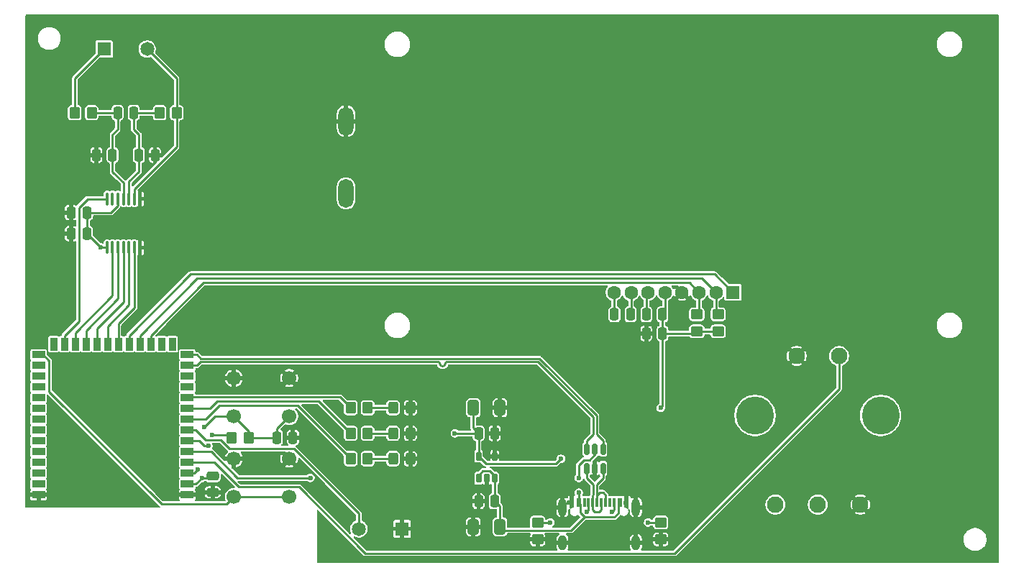
<source format=gbr>
%TF.GenerationSoftware,KiCad,Pcbnew,9.0.5*%
%TF.CreationDate,2025-10-16T17:25:57-04:00*%
%TF.ProjectId,phoenix_v2,70686f65-6e69-4785-9f76-322e6b696361,v3*%
%TF.SameCoordinates,Original*%
%TF.FileFunction,Copper,L1,Top*%
%TF.FilePolarity,Positive*%
%FSLAX46Y46*%
G04 Gerber Fmt 4.6, Leading zero omitted, Abs format (unit mm)*
G04 Created by KiCad (PCBNEW 9.0.5) date 2025-10-16 17:25:57*
%MOMM*%
%LPD*%
G01*
G04 APERTURE LIST*
G04 Aperture macros list*
%AMRoundRect*
0 Rectangle with rounded corners*
0 $1 Rounding radius*
0 $2 $3 $4 $5 $6 $7 $8 $9 X,Y pos of 4 corners*
0 Add a 4 corners polygon primitive as box body*
4,1,4,$2,$3,$4,$5,$6,$7,$8,$9,$2,$3,0*
0 Add four circle primitives for the rounded corners*
1,1,$1+$1,$2,$3*
1,1,$1+$1,$4,$5*
1,1,$1+$1,$6,$7*
1,1,$1+$1,$8,$9*
0 Add four rect primitives between the rounded corners*
20,1,$1+$1,$2,$3,$4,$5,0*
20,1,$1+$1,$4,$5,$6,$7,0*
20,1,$1+$1,$6,$7,$8,$9,0*
20,1,$1+$1,$8,$9,$2,$3,0*%
G04 Aperture macros list end*
%TA.AperFunction,SMDPad,CuDef*%
%ADD10RoundRect,0.250000X-0.250000X-0.475000X0.250000X-0.475000X0.250000X0.475000X-0.250000X0.475000X0*%
%TD*%
%TA.AperFunction,SMDPad,CuDef*%
%ADD11RoundRect,0.250000X0.250000X0.475000X-0.250000X0.475000X-0.250000X-0.475000X0.250000X-0.475000X0*%
%TD*%
%TA.AperFunction,SMDPad,CuDef*%
%ADD12RoundRect,0.250000X-0.350000X-0.450000X0.350000X-0.450000X0.350000X0.450000X-0.350000X0.450000X0*%
%TD*%
%TA.AperFunction,SMDPad,CuDef*%
%ADD13RoundRect,0.250000X0.412500X0.650000X-0.412500X0.650000X-0.412500X-0.650000X0.412500X-0.650000X0*%
%TD*%
%TA.AperFunction,ComponentPad*%
%ADD14C,1.700000*%
%TD*%
%TA.AperFunction,ComponentPad*%
%ADD15R,1.650000X1.650000*%
%TD*%
%TA.AperFunction,ComponentPad*%
%ADD16C,1.650000*%
%TD*%
%TA.AperFunction,SMDPad,CuDef*%
%ADD17R,1.500000X0.900000*%
%TD*%
%TA.AperFunction,SMDPad,CuDef*%
%ADD18R,0.900000X1.500000*%
%TD*%
%TA.AperFunction,HeatsinkPad*%
%ADD19C,0.600000*%
%TD*%
%TA.AperFunction,HeatsinkPad*%
%ADD20R,3.900000X3.900000*%
%TD*%
%TA.AperFunction,SMDPad,CuDef*%
%ADD21R,0.600000X1.140000*%
%TD*%
%TA.AperFunction,SMDPad,CuDef*%
%ADD22R,0.300000X1.140000*%
%TD*%
%TA.AperFunction,ComponentPad*%
%ADD23O,1.000000X2.100000*%
%TD*%
%TA.AperFunction,ComponentPad*%
%ADD24O,1.000000X1.800000*%
%TD*%
%TA.AperFunction,SMDPad,CuDef*%
%ADD25RoundRect,0.250000X-0.450000X0.350000X-0.450000X-0.350000X0.450000X-0.350000X0.450000X0.350000X0*%
%TD*%
%TA.AperFunction,SMDPad,CuDef*%
%ADD26RoundRect,0.250000X-0.475000X0.250000X-0.475000X-0.250000X0.475000X-0.250000X0.475000X0.250000X0*%
%TD*%
%TA.AperFunction,SMDPad,CuDef*%
%ADD27RoundRect,0.250000X0.325000X0.450000X-0.325000X0.450000X-0.325000X-0.450000X0.325000X-0.450000X0*%
%TD*%
%TA.AperFunction,ComponentPad*%
%ADD28C,1.950000*%
%TD*%
%TA.AperFunction,ComponentPad*%
%ADD29C,4.460000*%
%TD*%
%TA.AperFunction,SMDPad,CuDef*%
%ADD30RoundRect,0.090000X0.210000X-0.460000X0.210000X0.460000X-0.210000X0.460000X-0.210000X-0.460000X0*%
%TD*%
%TA.AperFunction,SMDPad,CuDef*%
%ADD31RoundRect,0.250000X0.450000X-0.350000X0.450000X0.350000X-0.450000X0.350000X-0.450000X-0.350000X0*%
%TD*%
%TA.AperFunction,ComponentPad*%
%ADD32R,1.600000X1.600000*%
%TD*%
%TA.AperFunction,ComponentPad*%
%ADD33C,1.600000*%
%TD*%
%TA.AperFunction,ComponentPad*%
%ADD34O,1.800000X3.400000*%
%TD*%
%TA.AperFunction,SMDPad,CuDef*%
%ADD35RoundRect,0.150000X0.150000X-0.512500X0.150000X0.512500X-0.150000X0.512500X-0.150000X-0.512500X0*%
%TD*%
%TA.AperFunction,SMDPad,CuDef*%
%ADD36RoundRect,0.250000X0.350000X0.450000X-0.350000X0.450000X-0.350000X-0.450000X0.350000X-0.450000X0*%
%TD*%
%TA.AperFunction,SMDPad,CuDef*%
%ADD37RoundRect,0.250000X-0.412500X-0.650000X0.412500X-0.650000X0.412500X0.650000X-0.412500X0.650000X0*%
%TD*%
%TA.AperFunction,SMDPad,CuDef*%
%ADD38RoundRect,0.100000X-0.100000X0.637500X-0.100000X-0.637500X0.100000X-0.637500X0.100000X0.637500X0*%
%TD*%
%TA.AperFunction,ViaPad*%
%ADD39C,0.600000*%
%TD*%
%TA.AperFunction,Conductor*%
%ADD40C,0.250000*%
%TD*%
%TA.AperFunction,Conductor*%
%ADD41C,0.200000*%
%TD*%
G04 APERTURE END LIST*
D10*
%TO.P,C8,1*%
%TO.N,Net-(U3-T-)*%
X95750000Y-85850000D03*
%TO.P,C8,2*%
%TO.N,GND*%
X97650000Y-85850000D03*
%TD*%
D11*
%TO.P,C3,1*%
%TO.N,+3.3V*%
X157400000Y-106850000D03*
%TO.P,C3,2*%
%TO.N,GND*%
X155500000Y-106850000D03*
%TD*%
D12*
%TO.P,R5,1*%
%TO.N,/LED_1*%
X120700000Y-115600000D03*
%TO.P,R5,2*%
%TO.N,Net-(D1-A)*%
X122700000Y-115600000D03*
%TD*%
D13*
%TO.P,C12,1*%
%TO.N,+5V*%
X138262500Y-129600000D03*
%TO.P,C12,2*%
%TO.N,GND*%
X135137500Y-129600000D03*
%TD*%
D14*
%TO.P,SW2,1,1*%
%TO.N,GND*%
X106950000Y-121600000D03*
X113450000Y-121600000D03*
%TO.P,SW2,2,2*%
%TO.N,Net-(U5-IO0)*%
X106950000Y-126100000D03*
X113450000Y-126100000D03*
%TD*%
D15*
%TO.P,J2,1,Pin_1*%
%TO.N,Net-(J2-Pin_1)*%
X91660000Y-73350000D03*
D16*
%TO.P,J2,2,Pin_2*%
%TO.N,Net-(J2-Pin_2)*%
X96740000Y-73350000D03*
%TD*%
D11*
%TO.P,C9,1*%
%TO.N,GND*%
X113900000Y-119100000D03*
%TO.P,C9,2*%
%TO.N,Net-(U5-EN)*%
X112000000Y-119100000D03*
%TD*%
%TO.P,C5,1*%
%TO.N,+3.3V*%
X89650000Y-95100000D03*
%TO.P,C5,2*%
%TO.N,GND*%
X87750000Y-95100000D03*
%TD*%
D12*
%TO.P,R3,1*%
%TO.N,Net-(J2-Pin_1)*%
X88200000Y-80850000D03*
%TO.P,R3,2*%
%TO.N,Net-(U3-T+)*%
X90200000Y-80850000D03*
%TD*%
D10*
%TO.P,C4,1*%
%TO.N,GND*%
X87750000Y-92600000D03*
%TO.P,C4,2*%
%TO.N,+3.3V*%
X89650000Y-92600000D03*
%TD*%
D17*
%TO.P,U5,1,GND*%
%TO.N,GND*%
X101450000Y-125860000D03*
%TO.P,U5,2,3V3*%
%TO.N,+3.3V*%
X101450000Y-124590000D03*
%TO.P,U5,3,EN*%
%TO.N,Net-(U5-EN)*%
X101450000Y-123320000D03*
%TO.P,U5,4,IO4*%
%TO.N,/ENC_SW*%
X101450000Y-122050000D03*
%TO.P,U5,5,IO5*%
%TO.N,/ENC_B*%
X101450000Y-120780000D03*
%TO.P,U5,6,IO6*%
%TO.N,/ENC_A*%
X101450000Y-119510000D03*
%TO.P,U5,7,IO7*%
%TO.N,/SSR_PWM*%
X101450000Y-118240000D03*
%TO.P,U5,8,IO15*%
%TO.N,/LED_3*%
X101450000Y-116970000D03*
%TO.P,U5,9,IO16*%
%TO.N,/LED_2*%
X101450000Y-115700000D03*
%TO.P,U5,10,IO17*%
%TO.N,/LED_1*%
X101450000Y-114430000D03*
%TO.P,U5,11,IO18*%
%TO.N,unconnected-(U5-IO18-Pad11)*%
X101450000Y-113160000D03*
%TO.P,U5,12,IO8*%
%TO.N,unconnected-(U5-IO8-Pad12)*%
X101450000Y-111890000D03*
%TO.P,U5,13,USB_D-*%
%TO.N,/USB_D-*%
X101450000Y-110620000D03*
%TO.P,U5,14,USB_D+*%
%TO.N,/USB_D+*%
X101450000Y-109350000D03*
D18*
%TO.P,U5,15,IO3*%
%TO.N,unconnected-(U5-IO3-Pad15)*%
X99685000Y-108100000D03*
%TO.P,U5,16,IO46*%
%TO.N,unconnected-(U5-IO46-Pad16)*%
X98415000Y-108100000D03*
%TO.P,U5,17,IO9*%
%TO.N,/SDA*%
X97145000Y-108100000D03*
%TO.P,U5,18,IO10*%
%TO.N,/SCL*%
X95875000Y-108100000D03*
%TO.P,U5,19,IO11*%
%TO.N,/DISPLAY_RST*%
X94605000Y-108100000D03*
%TO.P,U5,20,IO12*%
%TO.N,/MAX_FAULT*%
X93335000Y-108100000D03*
%TO.P,U5,21,IO13*%
%TO.N,/MAX_SDI*%
X92065000Y-108100000D03*
%TO.P,U5,22,IO14*%
%TO.N,/MAX_SDO*%
X90795000Y-108100000D03*
%TO.P,U5,23,IO21*%
%TO.N,/MAX_SCK*%
X89525000Y-108100000D03*
%TO.P,U5,24,IO47*%
%TO.N,/MAX_CS*%
X88255000Y-108100000D03*
%TO.P,U5,25,IO48*%
%TO.N,/MAX_DRDY*%
X86985000Y-108100000D03*
%TO.P,U5,26,IO45*%
%TO.N,unconnected-(U5-IO45-Pad26)*%
X85715000Y-108100000D03*
D17*
%TO.P,U5,27,IO0*%
%TO.N,Net-(U5-IO0)*%
X83950000Y-109350000D03*
%TO.P,U5,28,IO35*%
%TO.N,unconnected-(U5-IO35-Pad28)*%
X83950000Y-110620000D03*
%TO.P,U5,29,IO36*%
%TO.N,unconnected-(U5-IO36-Pad29)*%
X83950000Y-111890000D03*
%TO.P,U5,30,IO37*%
%TO.N,unconnected-(U5-IO37-Pad30)*%
X83950000Y-113160000D03*
%TO.P,U5,31,IO38*%
%TO.N,unconnected-(U5-IO38-Pad31)*%
X83950000Y-114430000D03*
%TO.P,U5,32,IO39*%
%TO.N,unconnected-(U5-IO39-Pad32)*%
X83950000Y-115700000D03*
%TO.P,U5,33,IO40*%
%TO.N,unconnected-(U5-IO40-Pad33)*%
X83950000Y-116970000D03*
%TO.P,U5,34,IO41*%
%TO.N,unconnected-(U5-IO41-Pad34)*%
X83950000Y-118240000D03*
%TO.P,U5,35,IO42*%
%TO.N,unconnected-(U5-IO42-Pad35)*%
X83950000Y-119510000D03*
%TO.P,U5,36,RXD0*%
%TO.N,unconnected-(U5-RXD0-Pad36)*%
X83950000Y-120780000D03*
%TO.P,U5,37,TXD0*%
%TO.N,unconnected-(U5-TXD0-Pad37)*%
X83950000Y-122050000D03*
%TO.P,U5,38,IO2*%
%TO.N,unconnected-(U5-IO2-Pad38)*%
X83950000Y-123320000D03*
%TO.P,U5,39,IO1*%
%TO.N,unconnected-(U5-IO1-Pad39)*%
X83950000Y-124590000D03*
%TO.P,U5,40,GND*%
%TO.N,GND*%
X83950000Y-125860000D03*
D19*
%TO.P,U5,41,GND*%
X95600000Y-118840000D03*
X95600000Y-117440000D03*
X94900000Y-119540000D03*
X94900000Y-118140000D03*
X94900000Y-116740000D03*
X94200000Y-118840000D03*
D20*
X94200000Y-118140000D03*
D19*
X94200000Y-117440000D03*
X93500000Y-119540000D03*
X93500000Y-118140000D03*
X93500000Y-116740000D03*
X92800000Y-118840000D03*
X92800000Y-117440000D03*
%TD*%
D15*
%TO.P,J3,1,Pin_1*%
%TO.N,GND*%
X126740000Y-129850000D03*
D16*
%TO.P,J3,2,Pin_2*%
%TO.N,/SSR_PWM*%
X121660000Y-129850000D03*
%TD*%
D21*
%TO.P,J1,A1,GND*%
%TO.N,GND*%
X146750000Y-126750000D03*
%TO.P,J1,A4,VBUS*%
%TO.N,+5V*%
X147550000Y-126750000D03*
D22*
%TO.P,J1,A5,CC1*%
%TO.N,Net-(J1-CC1)*%
X148700000Y-126750000D03*
%TO.P,J1,A6,D+*%
%TO.N,/UP_D+*%
X149700000Y-126750000D03*
%TO.P,J1,A7,D-*%
%TO.N,/UP_D-*%
X150200000Y-126750000D03*
%TO.P,J1,A8,SBU1*%
%TO.N,unconnected-(J1-SBU1-PadA8)*%
X151200000Y-126750000D03*
D21*
%TO.P,J1,A9,VBUS*%
%TO.N,+5V*%
X152350000Y-126750000D03*
%TO.P,J1,A12,GND*%
%TO.N,GND*%
X153150000Y-126750000D03*
%TO.P,J1,B1,GND*%
X153150000Y-126750000D03*
%TO.P,J1,B4,VBUS*%
%TO.N,+5V*%
X152350000Y-126750000D03*
D22*
%TO.P,J1,B5,CC2*%
%TO.N,Net-(J1-CC2)*%
X151700000Y-126750000D03*
%TO.P,J1,B6,D+*%
%TO.N,/UP_D+*%
X150700000Y-126750000D03*
%TO.P,J1,B7,D-*%
%TO.N,/UP_D-*%
X149200000Y-126750000D03*
%TO.P,J1,B8,SBU2*%
%TO.N,unconnected-(J1-SBU2-PadB8)*%
X148200000Y-126750000D03*
D21*
%TO.P,J1,B9,VBUS*%
%TO.N,+5V*%
X147550000Y-126750000D03*
%TO.P,J1,B12,GND*%
%TO.N,GND*%
X146750000Y-126750000D03*
D23*
%TO.P,J1,S1,SHIELD*%
X145630000Y-127320000D03*
D24*
X145630000Y-131500000D03*
D23*
X154270000Y-127320000D03*
D24*
X154270000Y-131500000D03*
%TD*%
D12*
%TO.P,R8,1*%
%TO.N,+3.3V*%
X106700000Y-119100000D03*
%TO.P,R8,2*%
%TO.N,Net-(U5-EN)*%
X108700000Y-119100000D03*
%TD*%
D10*
%TO.P,C6,1*%
%TO.N,GND*%
X90750000Y-85850000D03*
%TO.P,C6,2*%
%TO.N,Net-(U3-T+)*%
X92650000Y-85850000D03*
%TD*%
D25*
%TO.P,R1,1*%
%TO.N,Net-(J1-CC1)*%
X142700000Y-129100000D03*
%TO.P,R1,2*%
%TO.N,GND*%
X142700000Y-131100000D03*
%TD*%
%TO.P,R2,1*%
%TO.N,Net-(J1-CC2)*%
X157200000Y-129100000D03*
%TO.P,R2,2*%
%TO.N,GND*%
X157200000Y-131100000D03*
%TD*%
D11*
%TO.P,C1,1*%
%TO.N,+3.3V*%
X157400000Y-104600000D03*
%TO.P,C1,2*%
%TO.N,Net-(U1-VOUT)*%
X155500000Y-104600000D03*
%TD*%
D26*
%TO.P,C14,1*%
%TO.N,+3.3V*%
X104450000Y-123650000D03*
%TO.P,C14,2*%
%TO.N,GND*%
X104450000Y-125550000D03*
%TD*%
D12*
%TO.P,R6,1*%
%TO.N,/LED_2*%
X120700000Y-118600000D03*
%TO.P,R6,2*%
%TO.N,Net-(D2-A)*%
X122700000Y-118600000D03*
%TD*%
D11*
%TO.P,C2,1*%
%TO.N,Net-(U1-C1+)*%
X153650000Y-104600000D03*
%TO.P,C2,2*%
%TO.N,Net-(U1-C1-)*%
X151750000Y-104600000D03*
%TD*%
D12*
%TO.P,R7,1*%
%TO.N,/LED_3*%
X120700000Y-121600000D03*
%TO.P,R7,2*%
%TO.N,Net-(D3-A)*%
X122700000Y-121600000D03*
%TD*%
D27*
%TO.P,D1,1,K*%
%TO.N,GND*%
X127725000Y-115600000D03*
%TO.P,D1,2,A*%
%TO.N,Net-(D1-A)*%
X125675000Y-115600000D03*
%TD*%
D28*
%TO.P,SW3,A,A*%
%TO.N,/ENC_A*%
X170700000Y-127000000D03*
%TO.P,SW3,B,B*%
%TO.N,/ENC_B*%
X175700000Y-127000000D03*
%TO.P,SW3,C,C*%
%TO.N,GND*%
X180700000Y-127000000D03*
D29*
%TO.P,SW3,MH1*%
%TO.N,N/C*%
X168300000Y-116500000D03*
%TO.P,SW3,MH2*%
X183100000Y-116500000D03*
D28*
%TO.P,SW3,S1,S1*%
%TO.N,GND*%
X173200000Y-109500000D03*
%TO.P,SW3,S2,S2*%
%TO.N,/ENC_SW*%
X178200000Y-109500000D03*
%TD*%
D30*
%TO.P,U4,1,IN*%
%TO.N,+5V*%
X135750000Y-123900000D03*
%TO.P,U4,2,GND*%
%TO.N,GND*%
X136700000Y-123900000D03*
%TO.P,U4,3,EN*%
%TO.N,+5V*%
X137650000Y-123900000D03*
%TO.P,U4,4,NC*%
%TO.N,GND*%
X137650000Y-121300000D03*
%TO.P,U4,5,OUT*%
%TO.N,+3.3V*%
X135750000Y-121300000D03*
%TD*%
D14*
%TO.P,SW1,1,1*%
%TO.N,GND*%
X106950000Y-112100000D03*
X113450000Y-112100000D03*
%TO.P,SW1,2,2*%
%TO.N,Net-(U5-EN)*%
X106950000Y-116600000D03*
X113450000Y-116600000D03*
%TD*%
D31*
%TO.P,R9,1*%
%TO.N,+3.3V*%
X163950000Y-106600000D03*
%TO.P,R9,2*%
%TO.N,/SCL*%
X163950000Y-104600000D03*
%TD*%
%TO.P,R10,1*%
%TO.N,+3.3V*%
X161450000Y-106600000D03*
%TO.P,R10,2*%
%TO.N,/SDA*%
X161450000Y-104600000D03*
%TD*%
D27*
%TO.P,D3,1,K*%
%TO.N,GND*%
X127725000Y-121600000D03*
%TO.P,D3,2,A*%
%TO.N,Net-(D3-A)*%
X125675000Y-121600000D03*
%TD*%
D11*
%TO.P,C10,1*%
%TO.N,+5V*%
X137650000Y-126600000D03*
%TO.P,C10,2*%
%TO.N,GND*%
X135750000Y-126600000D03*
%TD*%
D32*
%TO.P,U1,1,~{RST}*%
%TO.N,/DISPLAY_RST*%
X165700000Y-102000000D03*
D33*
%TO.P,U1,2,SCL*%
%TO.N,/SCL*%
X163700000Y-102000000D03*
%TO.P,U1,3,SDA*%
%TO.N,/SDA*%
X161700000Y-102000000D03*
%TO.P,U1,4,VSS*%
%TO.N,GND*%
X159700000Y-102000000D03*
%TO.P,U1,5,VDD*%
%TO.N,+3.3V*%
X157700000Y-102000000D03*
%TO.P,U1,6,VOUT*%
%TO.N,Net-(U1-VOUT)*%
X155700000Y-102000000D03*
%TO.P,U1,7,C1+*%
%TO.N,Net-(U1-C1+)*%
X153700000Y-102000000D03*
%TO.P,U1,8,C1-*%
%TO.N,Net-(U1-C1-)*%
X151700000Y-102000000D03*
D34*
%TO.P,U1,9,A*%
%TO.N,+3.3V*%
X120150000Y-90350000D03*
%TO.P,U1,10,K*%
%TO.N,GND*%
X120150000Y-81850000D03*
%TD*%
D35*
%TO.P,U2,1,I/O1*%
%TO.N,/UP_D-*%
X148500000Y-122737500D03*
%TO.P,U2,2,GND*%
%TO.N,GND*%
X149450000Y-122737500D03*
%TO.P,U2,3,I/O2*%
%TO.N,/UP_D+*%
X150400000Y-122737500D03*
%TO.P,U2,4,I/O2*%
%TO.N,/USB_D+*%
X150400000Y-120462500D03*
%TO.P,U2,5,VBUS*%
%TO.N,+5V*%
X149450000Y-120462500D03*
%TO.P,U2,6,I/O1*%
%TO.N,/USB_D-*%
X148500000Y-120462500D03*
%TD*%
D27*
%TO.P,D2,1,K*%
%TO.N,GND*%
X127725000Y-118600000D03*
%TO.P,D2,2,A*%
%TO.N,Net-(D2-A)*%
X125675000Y-118600000D03*
%TD*%
D10*
%TO.P,C11,1*%
%TO.N,+3.3V*%
X135750000Y-118600000D03*
%TO.P,C11,2*%
%TO.N,GND*%
X137650000Y-118600000D03*
%TD*%
D36*
%TO.P,R4,1*%
%TO.N,Net-(J2-Pin_2)*%
X100200000Y-80850000D03*
%TO.P,R4,2*%
%TO.N,Net-(U3-T-)*%
X98200000Y-80850000D03*
%TD*%
D37*
%TO.P,C13,1*%
%TO.N,+3.3V*%
X135137500Y-115600000D03*
%TO.P,C13,2*%
%TO.N,GND*%
X138262500Y-115600000D03*
%TD*%
D10*
%TO.P,C7,1*%
%TO.N,Net-(U3-T+)*%
X93250000Y-80850000D03*
%TO.P,C7,2*%
%TO.N,Net-(U3-T-)*%
X95150000Y-80850000D03*
%TD*%
D38*
%TO.P,U3,1,AGND*%
%TO.N,GND*%
X95900000Y-90987500D03*
%TO.P,U3,2,BIAS*%
%TO.N,Net-(J2-Pin_2)*%
X95250000Y-90987500D03*
%TO.P,U3,3,T-*%
%TO.N,Net-(U3-T-)*%
X94600000Y-90987500D03*
%TO.P,U3,4,T+*%
%TO.N,Net-(U3-T+)*%
X93950000Y-90987500D03*
%TO.P,U3,5,AVDD*%
%TO.N,+3.3V*%
X93300000Y-90987500D03*
%TO.P,U3,6,DNC*%
%TO.N,unconnected-(U3-DNC-Pad6)*%
X92650000Y-90987500D03*
%TO.P,U3,7,~{DRDY}*%
%TO.N,/MAX_DRDY*%
X92000000Y-90987500D03*
%TO.P,U3,8,DVDD*%
%TO.N,+3.3V*%
X92000000Y-96712500D03*
%TO.P,U3,9,~{CS}*%
%TO.N,/MAX_CS*%
X92650000Y-96712500D03*
%TO.P,U3,10,SCK*%
%TO.N,/MAX_SCK*%
X93300000Y-96712500D03*
%TO.P,U3,11,SDO*%
%TO.N,/MAX_SDO*%
X93950000Y-96712500D03*
%TO.P,U3,12,SDI*%
%TO.N,/MAX_SDI*%
X94600000Y-96712500D03*
%TO.P,U3,13,~{FAULT}*%
%TO.N,/MAX_FAULT*%
X95250000Y-96712500D03*
%TO.P,U3,14,DGND*%
%TO.N,GND*%
X95900000Y-96712500D03*
%TD*%
D39*
%TO.N,GND*%
X134450000Y-125100000D03*
X117200000Y-133350000D03*
X144200000Y-131100000D03*
X85950000Y-95100000D03*
X159450000Y-133350000D03*
X155950000Y-127350000D03*
X182200000Y-128600000D03*
X90950000Y-93850000D03*
X96200000Y-126600000D03*
X128700000Y-101850000D03*
X159200000Y-105600000D03*
X118700000Y-79850000D03*
X151700000Y-119600000D03*
X179450000Y-113850000D03*
X94200000Y-82350000D03*
X155450000Y-131100000D03*
X119700000Y-124850000D03*
X160700000Y-98850000D03*
X117200000Y-128850000D03*
X90950000Y-94850000D03*
X143950000Y-127350000D03*
X129200000Y-117100000D03*
X158200000Y-116600000D03*
X95200000Y-105100000D03*
X87450000Y-104850000D03*
X128700000Y-98850000D03*
X148450000Y-124850000D03*
X102950000Y-125850000D03*
X103200000Y-113350000D03*
X85950000Y-92600000D03*
X99200000Y-106600000D03*
X164200000Y-128600000D03*
X96700000Y-75350000D03*
X151700000Y-122350000D03*
X140950000Y-131100000D03*
X105950000Y-124600000D03*
X116450000Y-115850000D03*
X143450000Y-108600000D03*
X128200000Y-131350000D03*
X84200000Y-108100000D03*
X103450000Y-108600000D03*
X103450000Y-111350000D03*
X149450000Y-123850000D03*
X108950000Y-112100000D03*
X155450000Y-108850000D03*
X101200000Y-98850000D03*
X122950000Y-131600000D03*
X138950000Y-120100000D03*
X85700000Y-115850000D03*
X96700000Y-87100000D03*
X99700000Y-114850000D03*
X156200000Y-114600000D03*
X94200000Y-95100000D03*
X174700000Y-111100000D03*
X147200000Y-131350000D03*
X103950000Y-102100000D03*
X121700000Y-83850000D03*
X153450000Y-106850000D03*
X98200000Y-91600000D03*
X147950000Y-117100000D03*
X131450000Y-119850000D03*
X91700000Y-79600000D03*
X135200000Y-128100000D03*
X86200000Y-109850000D03*
X149950000Y-102100000D03*
X130700000Y-101850000D03*
X136700000Y-125100000D03*
X120450000Y-117100000D03*
X85700000Y-125850000D03*
X171700000Y-108100000D03*
X99700000Y-110100000D03*
X107950000Y-122850000D03*
X158700000Y-98850000D03*
X115200000Y-117350000D03*
X160700000Y-103350000D03*
X171950000Y-129100000D03*
X150700000Y-124850000D03*
X137450000Y-128100000D03*
X158950000Y-131100000D03*
X115950000Y-121100000D03*
X117950000Y-122850000D03*
X145700000Y-125100000D03*
X139700000Y-113850000D03*
X112200000Y-122850000D03*
X126700000Y-98850000D03*
X130200000Y-111350000D03*
X114950000Y-122850000D03*
X130200000Y-108600000D03*
X167450000Y-128600000D03*
X94450000Y-105850000D03*
X158700000Y-103350000D03*
X169950000Y-129100000D03*
X179200000Y-125600000D03*
X135200000Y-131350000D03*
X132700000Y-108600000D03*
X86200000Y-113100000D03*
X176950000Y-112850000D03*
X146700000Y-122850000D03*
X134450000Y-119850000D03*
X147450000Y-120100000D03*
X149950000Y-129100000D03*
X139200000Y-124100000D03*
X130700000Y-98850000D03*
X161950000Y-131100000D03*
X108950000Y-121600000D03*
X143450000Y-121350000D03*
X125200000Y-128350000D03*
X150700000Y-116100000D03*
X94200000Y-87850000D03*
X161200000Y-128600000D03*
X96700000Y-89850000D03*
X129200000Y-123100000D03*
X94700000Y-110100000D03*
X152700000Y-131350000D03*
X99700000Y-125600000D03*
X101200000Y-108100000D03*
X134450000Y-122850000D03*
X91700000Y-75350000D03*
X111450000Y-112100000D03*
X105450000Y-120850000D03*
X154200000Y-125100000D03*
X131700000Y-124850000D03*
X129200000Y-113850000D03*
X88950000Y-85850000D03*
X126700000Y-101850000D03*
X132700000Y-111350000D03*
X142200000Y-111350000D03*
X96700000Y-79600000D03*
X99200000Y-84100000D03*
X139700000Y-117350000D03*
%TO.N,+3.3V*%
X104396493Y-118796493D03*
X145450000Y-121600000D03*
X157200000Y-115600000D03*
X132950000Y-118600000D03*
X91262500Y-96712500D03*
X103200000Y-123850000D03*
%TO.N,+5V*%
X147550000Y-123850000D03*
X147550000Y-125600000D03*
%TO.N,/ENC_B*%
X115950000Y-123850000D03*
%TO.N,/ENC_A*%
X103950000Y-120100000D03*
%TO.N,Net-(U5-EN)*%
X102700000Y-122850000D03*
X103450000Y-117850000D03*
%TO.N,Net-(J1-CC2)*%
X151472000Y-127850000D03*
X155700000Y-129100000D03*
%TO.N,Net-(J1-CC1)*%
X144200000Y-129100000D03*
X148450000Y-127850000D03*
%TD*%
D40*
%TO.N,+3.3V*%
X135750000Y-121300000D02*
X136626000Y-122176000D01*
X104396493Y-118796493D02*
X106396493Y-118796493D01*
X104250000Y-123850000D02*
X104450000Y-123650000D01*
X101450000Y-124590000D02*
X102460000Y-124590000D01*
X144874000Y-122176000D02*
X145450000Y-121600000D01*
X93300000Y-91750000D02*
X92450000Y-92600000D01*
X157400000Y-115400000D02*
X157200000Y-115600000D01*
X89650000Y-95100000D02*
X91262500Y-96712500D01*
X135137500Y-117987500D02*
X135750000Y-118600000D01*
X163950000Y-106600000D02*
X161450000Y-106600000D01*
X157700000Y-102000000D02*
X157700000Y-104300000D01*
X93300000Y-90987500D02*
X93300000Y-91750000D01*
X89650000Y-95100000D02*
X89650000Y-92600000D01*
X132950000Y-118600000D02*
X135750000Y-118600000D01*
X157400000Y-106850000D02*
X157400000Y-104600000D01*
X136626000Y-122176000D02*
X144874000Y-122176000D01*
X135750000Y-121300000D02*
X135750000Y-118600000D01*
X91262500Y-96712500D02*
X92000000Y-96712500D01*
X106396493Y-118796493D02*
X106700000Y-119100000D01*
X157400000Y-106850000D02*
X161200000Y-106850000D01*
X102460000Y-124590000D02*
X103200000Y-123850000D01*
X161200000Y-106850000D02*
X161450000Y-106600000D01*
X135137500Y-115600000D02*
X135137500Y-117987500D01*
X157700000Y-104300000D02*
X157400000Y-104600000D01*
X157400000Y-106850000D02*
X157400000Y-115400000D01*
X103200000Y-123850000D02*
X104250000Y-123850000D01*
X92450000Y-92600000D02*
X89650000Y-92600000D01*
%TO.N,+5V*%
X148148678Y-121749000D02*
X147550000Y-122347678D01*
X148825999Y-121749000D02*
X148148678Y-121749000D01*
X151723014Y-128456000D02*
X152189000Y-127990014D01*
X147550000Y-122347678D02*
X147550000Y-123850000D01*
X135750000Y-123498000D02*
X135750000Y-123900000D01*
X138262500Y-127212500D02*
X137650000Y-126600000D01*
X137650000Y-126600000D02*
X137650000Y-123900000D01*
X147550000Y-125600000D02*
X147550000Y-126750000D01*
X138262500Y-129600000D02*
X138262500Y-127212500D01*
X152189000Y-126911000D02*
X152350000Y-126750000D01*
X148198986Y-128456000D02*
X151723014Y-128456000D01*
X138262500Y-129600000D02*
X138688500Y-130026000D01*
X146628986Y-130026000D02*
X148198986Y-128456000D01*
X149450000Y-121124999D02*
X148825999Y-121749000D01*
X138688500Y-130026000D02*
X146628986Y-130026000D01*
X147711000Y-126911000D02*
X147711000Y-127968014D01*
X137084806Y-123024000D02*
X136224000Y-123024000D01*
X137650000Y-123900000D02*
X137650000Y-123589194D01*
X137650000Y-123589194D02*
X137084806Y-123024000D01*
X152189000Y-127990014D02*
X152189000Y-126911000D01*
X147711000Y-127968014D02*
X148198986Y-128456000D01*
X147550000Y-126750000D02*
X147711000Y-126911000D01*
X149450000Y-120462500D02*
X149450000Y-121124999D01*
X136224000Y-123024000D02*
X135750000Y-123498000D01*
%TO.N,/SSR_PWM*%
X105380979Y-119402493D02*
X106402486Y-120424000D01*
X114024000Y-120424000D02*
X121660000Y-128060000D01*
X106402486Y-120424000D02*
X114024000Y-120424000D01*
X102450000Y-118240000D02*
X103612493Y-119402493D01*
X101450000Y-118240000D02*
X102450000Y-118240000D01*
X103612493Y-119402493D02*
X105380979Y-119402493D01*
X121660000Y-128060000D02*
X121660000Y-129850000D01*
%TO.N,Net-(D3-A)*%
X122700000Y-121600000D02*
X125675000Y-121600000D01*
%TO.N,Net-(D2-A)*%
X122700000Y-118600000D02*
X125675000Y-118600000D01*
%TO.N,Net-(D1-A)*%
X122700000Y-115600000D02*
X125675000Y-115600000D01*
%TO.N,Net-(U1-VOUT)*%
X155500000Y-102200000D02*
X155700000Y-102000000D01*
X155500000Y-104600000D02*
X155500000Y-102200000D01*
D41*
X155600000Y-102100000D02*
X155500000Y-102000000D01*
D40*
%TO.N,Net-(U1-C1+)*%
X153700000Y-104550000D02*
X153650000Y-104600000D01*
X153700000Y-102000000D02*
X153700000Y-104550000D01*
%TO.N,Net-(U1-C1-)*%
X151700000Y-102000000D02*
X151700000Y-104550000D01*
D41*
X151600000Y-102100000D02*
X151500000Y-102000000D01*
D40*
X151700000Y-104550000D02*
X151750000Y-104600000D01*
%TO.N,/SCL*%
X102625000Y-100350000D02*
X162050000Y-100350000D01*
X162050000Y-100350000D02*
X163700000Y-102000000D01*
X163700000Y-102000000D02*
X163700000Y-104350000D01*
X163700000Y-104350000D02*
X163950000Y-104600000D01*
X95875000Y-108100000D02*
X95875000Y-107100000D01*
X95875000Y-107100000D02*
X102625000Y-100350000D01*
%TO.N,/SDA*%
X103371000Y-100874000D02*
X160574000Y-100874000D01*
X161200000Y-102500000D02*
X161700000Y-102000000D01*
X160574000Y-100874000D02*
X161700000Y-102000000D01*
X97145000Y-108100000D02*
X97145000Y-107100000D01*
X161700000Y-104350000D02*
X161450000Y-104600000D01*
X161700000Y-102000000D02*
X161700000Y-104350000D01*
X97145000Y-107100000D02*
X103371000Y-100874000D01*
%TO.N,/ENC_B*%
X104298442Y-120780000D02*
X101450000Y-120780000D01*
X107368442Y-123850000D02*
X104298442Y-120780000D01*
X115950000Y-123850000D02*
X107368442Y-123850000D01*
%TO.N,/ENC_A*%
X102860000Y-119510000D02*
X101450000Y-119510000D01*
X103450000Y-120100000D02*
X102860000Y-119510000D01*
X103950000Y-120100000D02*
X103450000Y-120100000D01*
%TO.N,/ENC_SW*%
X107524000Y-124924000D02*
X104650000Y-122050000D01*
X178200000Y-113350000D02*
X178200000Y-109500000D01*
X158824000Y-132726000D02*
X122408240Y-132726000D01*
X158824000Y-132726000D02*
X178200000Y-113350000D01*
X122408240Y-132726000D02*
X114606240Y-124924000D01*
X114606240Y-124924000D02*
X107524000Y-124924000D01*
X104650000Y-122050000D02*
X101450000Y-122050000D01*
%TO.N,/MAX_SDO*%
X90795000Y-106255000D02*
X90795000Y-108100000D01*
X93950000Y-96712500D02*
X93950000Y-103100000D01*
X93950000Y-103100000D02*
X90795000Y-106255000D01*
%TO.N,/MAX_SCK*%
X93300000Y-96712500D02*
X93300000Y-102750000D01*
X93300000Y-102750000D02*
X89525000Y-106525000D01*
X89525000Y-106525000D02*
X89525000Y-108100000D01*
%TO.N,/MAX_DRDY*%
X88700000Y-105385000D02*
X86985000Y-107100000D01*
X89715986Y-90987500D02*
X88700000Y-92003486D01*
X88700000Y-92003486D02*
X88700000Y-105385000D01*
X86985000Y-107100000D02*
X86985000Y-108100000D01*
X92000000Y-90987500D02*
X89715986Y-90987500D01*
%TO.N,Net-(U3-T+)*%
X93950000Y-89100000D02*
X92650000Y-87800000D01*
X93250000Y-80850000D02*
X93250000Y-82800000D01*
X93250000Y-82800000D02*
X92650000Y-83400000D01*
X92650000Y-83400000D02*
X92650000Y-85850000D01*
X90200000Y-80850000D02*
X93250000Y-80850000D01*
X92650000Y-87800000D02*
X92650000Y-85850000D01*
X93950000Y-90987500D02*
X93950000Y-89100000D01*
%TO.N,/MAX_SDI*%
X94600000Y-103450000D02*
X92065000Y-105985000D01*
X94600000Y-96712500D02*
X94600000Y-103450000D01*
X92065000Y-105985000D02*
X92065000Y-108100000D01*
%TO.N,/MAX_CS*%
X88255000Y-106795000D02*
X88255000Y-108100000D01*
X92650000Y-96712500D02*
X92650000Y-102400000D01*
X92650000Y-102400000D02*
X88255000Y-106795000D01*
%TO.N,/MAX_FAULT*%
X93335000Y-105715000D02*
X93335000Y-108100000D01*
X95250000Y-103800000D02*
X93335000Y-105715000D01*
X95250000Y-96712500D02*
X95250000Y-103800000D01*
%TO.N,/DISPLAY_RST*%
X94605000Y-107100000D02*
X101855000Y-99850000D01*
X163550000Y-99850000D02*
X165700000Y-102000000D01*
X94605000Y-108100000D02*
X94605000Y-107100000D01*
X101855000Y-99850000D02*
X163550000Y-99850000D01*
%TO.N,/LED_1*%
X119450000Y-114350000D02*
X120700000Y-115600000D01*
X101450000Y-114430000D02*
X101530000Y-114350000D01*
X101530000Y-114350000D02*
X119450000Y-114350000D01*
%TO.N,/LED_2*%
X116950000Y-114850000D02*
X120700000Y-118600000D01*
X104950000Y-114850000D02*
X116950000Y-114850000D01*
X104100000Y-115700000D02*
X104950000Y-114850000D01*
X101450000Y-115700000D02*
X104100000Y-115700000D01*
%TO.N,/LED_3*%
X101450000Y-116970000D02*
X103580000Y-116970000D01*
X105200000Y-115350000D02*
X114450000Y-115350000D01*
X114450000Y-115350000D02*
X120700000Y-121600000D01*
X103580000Y-116970000D02*
X105200000Y-115350000D01*
%TO.N,Net-(U3-T-)*%
X95750000Y-83400000D02*
X95750000Y-85850000D01*
X94600000Y-88950000D02*
X94600000Y-90987500D01*
X98200000Y-80850000D02*
X95150000Y-80850000D01*
X95150000Y-80850000D02*
X95150000Y-82800000D01*
X95750000Y-87800000D02*
X94600000Y-88950000D01*
X95750000Y-85850000D02*
X95750000Y-87800000D01*
X95150000Y-82800000D02*
X95750000Y-83400000D01*
%TO.N,Net-(U5-EN)*%
X113450000Y-116600000D02*
X112000000Y-118050000D01*
X104700000Y-116600000D02*
X103450000Y-117850000D01*
X102700000Y-122850000D02*
X102230000Y-123320000D01*
X112000000Y-118050000D02*
X112000000Y-119100000D01*
X102230000Y-123320000D02*
X101450000Y-123320000D01*
X108700000Y-118350000D02*
X108700000Y-119100000D01*
X106950000Y-116600000D02*
X104700000Y-116600000D01*
X112000000Y-119100000D02*
X108700000Y-119100000D01*
X106950000Y-116600000D02*
X108700000Y-118350000D01*
%TO.N,Net-(J2-Pin_2)*%
X100200000Y-84850000D02*
X95250000Y-89800000D01*
X96740000Y-73350000D02*
X100200000Y-76810000D01*
X95250000Y-89800000D02*
X95250000Y-90987500D01*
X100200000Y-76810000D02*
X100200000Y-80850000D01*
X100200000Y-80850000D02*
X100200000Y-84850000D01*
%TO.N,/USB_D+*%
X103022501Y-109797500D02*
X102575001Y-109350000D01*
X102575001Y-109350000D02*
X101450000Y-109350000D01*
X150400000Y-119468749D02*
X149637500Y-118706249D01*
X142912666Y-109797500D02*
X103022501Y-109797500D01*
X150400000Y-120462500D02*
X150400000Y-119468749D01*
X149637500Y-116522334D02*
X142912666Y-109797500D01*
X149637500Y-118706249D02*
X149637500Y-116522334D01*
%TO.N,Net-(J2-Pin_1)*%
X88200000Y-80850000D02*
X88200000Y-76810000D01*
X88200000Y-76810000D02*
X91660000Y-73350000D01*
%TO.N,/USB_D-*%
X132055224Y-110172500D02*
X132175224Y-110172500D01*
X142757334Y-110172500D02*
X149262500Y-116677666D01*
X103022501Y-110172500D02*
X130975224Y-110172500D01*
X101450000Y-110620000D02*
X102575001Y-110620000D01*
X149262500Y-118706249D02*
X148500000Y-119468749D01*
X132305567Y-110172500D02*
X142757334Y-110172500D01*
X148500000Y-119468749D02*
X148500000Y-120462500D01*
X132175224Y-110172500D02*
X132305567Y-110172500D01*
X149262500Y-116677666D02*
X149262500Y-118706249D01*
X102575001Y-110620000D02*
X103022501Y-110172500D01*
X131455224Y-110689215D02*
X131575224Y-110689215D01*
X131215224Y-110412500D02*
X131215224Y-110449215D01*
X131815224Y-110449215D02*
X131815224Y-110412500D01*
X131815224Y-110412500D02*
G75*
G02*
X132055224Y-110172524I239976J0D01*
G01*
X130975224Y-110172500D02*
G75*
G02*
X131215200Y-110412500I-24J-240000D01*
G01*
X131575224Y-110689215D02*
G75*
G03*
X131815215Y-110449215I-24J240015D01*
G01*
X131215224Y-110449215D02*
G75*
G03*
X131455224Y-110689176I239976J15D01*
G01*
%TO.N,Net-(J1-CC2)*%
X151700000Y-127622000D02*
X151472000Y-127850000D01*
X151700000Y-126750000D02*
X151700000Y-127622000D01*
X155700000Y-129100000D02*
X156950000Y-129100000D01*
%TO.N,Net-(J1-CC1)*%
X148700000Y-127600000D02*
X148700000Y-126750000D01*
X148450000Y-127850000D02*
X148700000Y-127600000D01*
X144200000Y-129100000D02*
X142450000Y-129100000D01*
%TO.N,Net-(U5-IO0)*%
X98458000Y-126950000D02*
X85200000Y-113692000D01*
X85200000Y-110100000D02*
X84450000Y-109350000D01*
X85200000Y-113692000D02*
X85200000Y-110100000D01*
X106950000Y-126100000D02*
X113450000Y-126100000D01*
X106950000Y-126100000D02*
X106100000Y-126950000D01*
X84450000Y-109350000D02*
X83950000Y-109350000D01*
X106100000Y-126950000D02*
X98458000Y-126950000D01*
%TO.N,/UP_D+*%
X150400000Y-122737500D02*
X150400000Y-123837500D01*
X149637500Y-125832499D02*
X149700000Y-125894999D01*
X149700000Y-126750000D02*
X149700000Y-125878000D01*
X149700000Y-125878000D02*
X149978000Y-125600000D01*
X149978000Y-125600000D02*
X150422000Y-125600000D01*
X150400000Y-123837500D02*
X149637500Y-124600000D01*
X150422000Y-125600000D02*
X150700000Y-125878000D01*
X149700000Y-125894999D02*
X149700000Y-126750000D01*
X150700000Y-125878000D02*
X150700000Y-126750000D01*
X149637500Y-124600000D02*
X149637500Y-125832499D01*
%TO.N,/UP_D-*%
X148500000Y-123837500D02*
X149262500Y-124600000D01*
X149200000Y-127622000D02*
X149428000Y-127850000D01*
X149972000Y-127850000D02*
X150200000Y-127622000D01*
X149428000Y-127850000D02*
X149972000Y-127850000D01*
X149200000Y-126750000D02*
X149200000Y-127622000D01*
X148500000Y-122737500D02*
X148500000Y-123837500D01*
X149200000Y-125894999D02*
X149200000Y-126750000D01*
X149262500Y-125832499D02*
X149200000Y-125894999D01*
X149262500Y-124600000D02*
X149262500Y-125832499D01*
X150200000Y-127622000D02*
X150200000Y-126750000D01*
%TD*%
%TA.AperFunction,Conductor*%
%TO.N,GND*%
G36*
X196958691Y-69319407D02*
G01*
X196994655Y-69368907D01*
X196999500Y-69399500D01*
X196999500Y-133800500D01*
X196980593Y-133858691D01*
X196931093Y-133894655D01*
X196900500Y-133899500D01*
X116799000Y-133899500D01*
X116740809Y-133880593D01*
X116704845Y-133831093D01*
X116700000Y-133800500D01*
X116700000Y-127717094D01*
X116718907Y-127658903D01*
X116768407Y-127622939D01*
X116829593Y-127622939D01*
X116869001Y-127647088D01*
X122208378Y-132986465D01*
X122208380Y-132986466D01*
X122208382Y-132986468D01*
X122282597Y-133029316D01*
X122282595Y-133029316D01*
X122282599Y-133029317D01*
X122282601Y-133029318D01*
X122365387Y-133051500D01*
X122365389Y-133051500D01*
X158866851Y-133051500D01*
X158866853Y-133051500D01*
X158949639Y-133029318D01*
X158949641Y-133029316D01*
X158949643Y-133029316D01*
X159023857Y-132986468D01*
X159023857Y-132986467D01*
X159023862Y-132986465D01*
X161016618Y-130993709D01*
X192849500Y-130993709D01*
X192849500Y-131206290D01*
X192882752Y-131416238D01*
X192948443Y-131618412D01*
X193044948Y-131807815D01*
X193044950Y-131807819D01*
X193169891Y-131979786D01*
X193169893Y-131979788D01*
X193169896Y-131979792D01*
X193320208Y-132130104D01*
X193320211Y-132130106D01*
X193320213Y-132130108D01*
X193492180Y-132255049D01*
X193492184Y-132255051D01*
X193681588Y-132351557D01*
X193883757Y-132417246D01*
X193883758Y-132417246D01*
X193883761Y-132417247D01*
X194093710Y-132450500D01*
X194093713Y-132450500D01*
X194306290Y-132450500D01*
X194516238Y-132417247D01*
X194516239Y-132417246D01*
X194516243Y-132417246D01*
X194718412Y-132351557D01*
X194907816Y-132255051D01*
X195079792Y-132130104D01*
X195230104Y-131979792D01*
X195355051Y-131807816D01*
X195451557Y-131618412D01*
X195517246Y-131416243D01*
X195527738Y-131350000D01*
X195550500Y-131206290D01*
X195550500Y-130993709D01*
X195517247Y-130783761D01*
X195512264Y-130768424D01*
X195451557Y-130581588D01*
X195355051Y-130392184D01*
X195355049Y-130392180D01*
X195230108Y-130220213D01*
X195230106Y-130220211D01*
X195230104Y-130220208D01*
X195079792Y-130069896D01*
X195079788Y-130069893D01*
X195079786Y-130069891D01*
X194907819Y-129944950D01*
X194907815Y-129944948D01*
X194718412Y-129848443D01*
X194516238Y-129782752D01*
X194306290Y-129749500D01*
X194306287Y-129749500D01*
X194093713Y-129749500D01*
X194093710Y-129749500D01*
X193883761Y-129782752D01*
X193681587Y-129848443D01*
X193492184Y-129944948D01*
X193492180Y-129944950D01*
X193320213Y-130069891D01*
X193169891Y-130220213D01*
X193044950Y-130392180D01*
X193044948Y-130392184D01*
X192948443Y-130581587D01*
X192882752Y-130783761D01*
X192849500Y-130993709D01*
X161016618Y-130993709D01*
X165102845Y-126907482D01*
X169524500Y-126907482D01*
X169524500Y-127092517D01*
X169553444Y-127275261D01*
X169610620Y-127451233D01*
X169694484Y-127615827D01*
X169694622Y-127616096D01*
X169803379Y-127765787D01*
X169934213Y-127896621D01*
X170083904Y-128005378D01*
X170248765Y-128089379D01*
X170424736Y-128146555D01*
X170497836Y-128158133D01*
X170607483Y-128175500D01*
X170607486Y-128175500D01*
X170792517Y-128175500D01*
X170883889Y-128161027D01*
X170975264Y-128146555D01*
X171151235Y-128089379D01*
X171316096Y-128005378D01*
X171465787Y-127896621D01*
X171596621Y-127765787D01*
X171705378Y-127616096D01*
X171789379Y-127451235D01*
X171846555Y-127275264D01*
X171872594Y-127110861D01*
X171875500Y-127092517D01*
X171875500Y-126907482D01*
X174524500Y-126907482D01*
X174524500Y-127092517D01*
X174553444Y-127275261D01*
X174610620Y-127451233D01*
X174694484Y-127615827D01*
X174694622Y-127616096D01*
X174803379Y-127765787D01*
X174934213Y-127896621D01*
X175083904Y-128005378D01*
X175248765Y-128089379D01*
X175424736Y-128146555D01*
X175497836Y-128158133D01*
X175607483Y-128175500D01*
X175607486Y-128175500D01*
X175792517Y-128175500D01*
X175883889Y-128161027D01*
X175975264Y-128146555D01*
X176151235Y-128089379D01*
X176316096Y-128005378D01*
X176465787Y-127896621D01*
X176596621Y-127765787D01*
X176705378Y-127616096D01*
X176789379Y-127451235D01*
X176846555Y-127275264D01*
X176872594Y-127110861D01*
X176875500Y-127092517D01*
X176875500Y-126907522D01*
X179525000Y-126907522D01*
X179525000Y-127092477D01*
X179553932Y-127275143D01*
X179611084Y-127451041D01*
X179695046Y-127615827D01*
X179695051Y-127615835D01*
X179710014Y-127636429D01*
X180098957Y-127247486D01*
X180123978Y-127307890D01*
X180195112Y-127414351D01*
X180285649Y-127504888D01*
X180392110Y-127576022D01*
X180452510Y-127601041D01*
X180063568Y-127989984D01*
X180084164Y-128004948D01*
X180084172Y-128004953D01*
X180248958Y-128088915D01*
X180424856Y-128146067D01*
X180607523Y-128175000D01*
X180792477Y-128175000D01*
X180975143Y-128146067D01*
X181151041Y-128088915D01*
X181315837Y-128004947D01*
X181336430Y-127989984D01*
X180947487Y-127601041D01*
X181007890Y-127576022D01*
X181114351Y-127504888D01*
X181204888Y-127414351D01*
X181276022Y-127307890D01*
X181301041Y-127247487D01*
X181689984Y-127636430D01*
X181704947Y-127615837D01*
X181788915Y-127451041D01*
X181846067Y-127275143D01*
X181875000Y-127092477D01*
X181875000Y-126907522D01*
X181846067Y-126724856D01*
X181788915Y-126548958D01*
X181704953Y-126384172D01*
X181704948Y-126384164D01*
X181689984Y-126363568D01*
X181301041Y-126752510D01*
X181276022Y-126692110D01*
X181204888Y-126585649D01*
X181114351Y-126495112D01*
X181007890Y-126423978D01*
X180947486Y-126398957D01*
X181336430Y-126010014D01*
X181315835Y-125995051D01*
X181315827Y-125995046D01*
X181151041Y-125911084D01*
X180975143Y-125853932D01*
X180792477Y-125825000D01*
X180607523Y-125825000D01*
X180424856Y-125853932D01*
X180248958Y-125911084D01*
X180084168Y-125995048D01*
X180063568Y-126010014D01*
X180452512Y-126398958D01*
X180392110Y-126423978D01*
X180285649Y-126495112D01*
X180195112Y-126585649D01*
X180123978Y-126692110D01*
X180098958Y-126752512D01*
X179710014Y-126363568D01*
X179695048Y-126384168D01*
X179611084Y-126548958D01*
X179553932Y-126724856D01*
X179525000Y-126907522D01*
X176875500Y-126907522D01*
X176875500Y-126907482D01*
X176856203Y-126785652D01*
X176846555Y-126724736D01*
X176789379Y-126548765D01*
X176705378Y-126383904D01*
X176596621Y-126234213D01*
X176465787Y-126103379D01*
X176316096Y-125994622D01*
X176316095Y-125994621D01*
X176316093Y-125994620D01*
X176151233Y-125910620D01*
X175975261Y-125853444D01*
X175792517Y-125824500D01*
X175792514Y-125824500D01*
X175607486Y-125824500D01*
X175607483Y-125824500D01*
X175424738Y-125853444D01*
X175248766Y-125910620D01*
X175083906Y-125994620D01*
X174934214Y-126103378D01*
X174803378Y-126234214D01*
X174694620Y-126383906D01*
X174610620Y-126548766D01*
X174553444Y-126724738D01*
X174524500Y-126907482D01*
X171875500Y-126907482D01*
X171856203Y-126785652D01*
X171846555Y-126724736D01*
X171789379Y-126548765D01*
X171705378Y-126383904D01*
X171596621Y-126234213D01*
X171465787Y-126103379D01*
X171316096Y-125994622D01*
X171316095Y-125994621D01*
X171316093Y-125994620D01*
X171151233Y-125910620D01*
X170975261Y-125853444D01*
X170792517Y-125824500D01*
X170792514Y-125824500D01*
X170607486Y-125824500D01*
X170607483Y-125824500D01*
X170424738Y-125853444D01*
X170248766Y-125910620D01*
X170083906Y-125994620D01*
X169934214Y-126103378D01*
X169803378Y-126234214D01*
X169694620Y-126383906D01*
X169610620Y-126548766D01*
X169553444Y-126724738D01*
X169524500Y-126907482D01*
X165102845Y-126907482D01*
X175646823Y-116363504D01*
X180669500Y-116363504D01*
X180669500Y-116636495D01*
X180700064Y-116907763D01*
X180760810Y-117173912D01*
X180850971Y-117431576D01*
X180850972Y-117431578D01*
X180969409Y-117677516D01*
X180969413Y-117677523D01*
X180969417Y-117677531D01*
X181114656Y-117908677D01*
X181284861Y-118122107D01*
X181477893Y-118315139D01*
X181691323Y-118485344D01*
X181922469Y-118630583D01*
X181922480Y-118630588D01*
X181922483Y-118630590D01*
X181964506Y-118650827D01*
X182168422Y-118749028D01*
X182288705Y-118791116D01*
X182426087Y-118839189D01*
X182426090Y-118839189D01*
X182426091Y-118839190D01*
X182692235Y-118899935D01*
X182963506Y-118930500D01*
X182963507Y-118930500D01*
X183236493Y-118930500D01*
X183236494Y-118930500D01*
X183507765Y-118899935D01*
X183773909Y-118839190D01*
X184031578Y-118749028D01*
X184277531Y-118630583D01*
X184508677Y-118485344D01*
X184722107Y-118315139D01*
X184915139Y-118122107D01*
X185085344Y-117908677D01*
X185230583Y-117677531D01*
X185349028Y-117431578D01*
X185439190Y-117173909D01*
X185499935Y-116907765D01*
X185530500Y-116636494D01*
X185530500Y-116363506D01*
X185499935Y-116092235D01*
X185439190Y-115826091D01*
X185438405Y-115823848D01*
X185349028Y-115568423D01*
X185349028Y-115568422D01*
X185230583Y-115322469D01*
X185085344Y-115091323D01*
X184915139Y-114877893D01*
X184722107Y-114684861D01*
X184508677Y-114514656D01*
X184277531Y-114369417D01*
X184277523Y-114369413D01*
X184277516Y-114369409D01*
X184031578Y-114250972D01*
X184031576Y-114250971D01*
X183773912Y-114160810D01*
X183507763Y-114100064D01*
X183236495Y-114069500D01*
X183236494Y-114069500D01*
X182963506Y-114069500D01*
X182963504Y-114069500D01*
X182692236Y-114100064D01*
X182426087Y-114160810D01*
X182168423Y-114250971D01*
X182168421Y-114250972D01*
X181922483Y-114369409D01*
X181922471Y-114369416D01*
X181691322Y-114514656D01*
X181477894Y-114684860D01*
X181284860Y-114877894D01*
X181114656Y-115091322D01*
X181042541Y-115206093D01*
X180988129Y-115292690D01*
X180969416Y-115322471D01*
X180969409Y-115322483D01*
X180850972Y-115568421D01*
X180850971Y-115568423D01*
X180760810Y-115826087D01*
X180700064Y-116092236D01*
X180669500Y-116363504D01*
X175646823Y-116363504D01*
X178460465Y-113549862D01*
X178503318Y-113475639D01*
X178525500Y-113392853D01*
X178525500Y-113307147D01*
X178525500Y-110702159D01*
X178544407Y-110643969D01*
X178593905Y-110608006D01*
X178651235Y-110589379D01*
X178816096Y-110505378D01*
X178965787Y-110396621D01*
X179096621Y-110265787D01*
X179205378Y-110116096D01*
X179289379Y-109951235D01*
X179346555Y-109775264D01*
X179375500Y-109592514D01*
X179375500Y-109407486D01*
X179375500Y-109407482D01*
X179346555Y-109224738D01*
X179346555Y-109224736D01*
X179289379Y-109048765D01*
X179205378Y-108883904D01*
X179096621Y-108734213D01*
X178965787Y-108603379D01*
X178816096Y-108494622D01*
X178816095Y-108494621D01*
X178816093Y-108494620D01*
X178651233Y-108410620D01*
X178475261Y-108353444D01*
X178292517Y-108324500D01*
X178292514Y-108324500D01*
X178107486Y-108324500D01*
X178107483Y-108324500D01*
X177924738Y-108353444D01*
X177748766Y-108410620D01*
X177583906Y-108494620D01*
X177434214Y-108603378D01*
X177303378Y-108734214D01*
X177194620Y-108883906D01*
X177110620Y-109048766D01*
X177053444Y-109224738D01*
X177024500Y-109407482D01*
X177024500Y-109592517D01*
X177053444Y-109775261D01*
X177110620Y-109951233D01*
X177194484Y-110115827D01*
X177194622Y-110116096D01*
X177303379Y-110265787D01*
X177434213Y-110396621D01*
X177583904Y-110505378D01*
X177748765Y-110589379D01*
X177748768Y-110589380D01*
X177748767Y-110589380D01*
X177806091Y-110608005D01*
X177855592Y-110643968D01*
X177874500Y-110702159D01*
X177874500Y-113174165D01*
X177855593Y-113232356D01*
X177845504Y-113244169D01*
X158718169Y-132371504D01*
X158663652Y-132399281D01*
X158648165Y-132400500D01*
X154962675Y-132400500D01*
X154904484Y-132381593D01*
X154868520Y-132332093D01*
X154868520Y-132270907D01*
X154880360Y-132246498D01*
X154890332Y-132231572D01*
X154943098Y-132104183D01*
X154969999Y-131968944D01*
X154970000Y-131968942D01*
X154970000Y-131750001D01*
X154969999Y-131750000D01*
X154570000Y-131750000D01*
X154570000Y-131350001D01*
X156300001Y-131350001D01*
X156300001Y-131504203D01*
X156302850Y-131534600D01*
X156302850Y-131534602D01*
X156347654Y-131662647D01*
X156428207Y-131771790D01*
X156428209Y-131771792D01*
X156537352Y-131852345D01*
X156665398Y-131897149D01*
X156695789Y-131899999D01*
X156949998Y-131899999D01*
X156950000Y-131899998D01*
X156950000Y-131350001D01*
X157450000Y-131350001D01*
X157450000Y-131899998D01*
X157450001Y-131899999D01*
X157704203Y-131899999D01*
X157734600Y-131897149D01*
X157734602Y-131897149D01*
X157862647Y-131852345D01*
X157971790Y-131771792D01*
X157971792Y-131771790D01*
X158052345Y-131662647D01*
X158097149Y-131534601D01*
X158099999Y-131504211D01*
X158100000Y-131504210D01*
X158100000Y-131350001D01*
X158099999Y-131350000D01*
X157450001Y-131350000D01*
X157450000Y-131350001D01*
X156950000Y-131350001D01*
X156949999Y-131350000D01*
X156300002Y-131350000D01*
X156300001Y-131350001D01*
X154570000Y-131350001D01*
X154570000Y-131250000D01*
X154969999Y-131250000D01*
X154970000Y-131249999D01*
X154970000Y-131031057D01*
X154969999Y-131031055D01*
X154943098Y-130895816D01*
X154890332Y-130768425D01*
X154890331Y-130768424D01*
X154877009Y-130748485D01*
X154877007Y-130748483D01*
X154841797Y-130695788D01*
X156300000Y-130695788D01*
X156300000Y-130849999D01*
X156300001Y-130850000D01*
X156949999Y-130850000D01*
X156950000Y-130849999D01*
X156950000Y-130300001D01*
X157450000Y-130300001D01*
X157450000Y-130849999D01*
X157450001Y-130850000D01*
X158099998Y-130850000D01*
X158099999Y-130849999D01*
X158099999Y-130695796D01*
X158097149Y-130665399D01*
X158097149Y-130665397D01*
X158052345Y-130537352D01*
X157971792Y-130428209D01*
X157971790Y-130428207D01*
X157862647Y-130347654D01*
X157734601Y-130302850D01*
X157704211Y-130300000D01*
X157450001Y-130300000D01*
X157450000Y-130300001D01*
X156950000Y-130300001D01*
X156949999Y-130300000D01*
X156695796Y-130300000D01*
X156665399Y-130302850D01*
X156665397Y-130302850D01*
X156537352Y-130347654D01*
X156428209Y-130428207D01*
X156428207Y-130428209D01*
X156347654Y-130537352D01*
X156302850Y-130665398D01*
X156300000Y-130695788D01*
X154841797Y-130695788D01*
X154813728Y-130653779D01*
X154716220Y-130556271D01*
X154601571Y-130479666D01*
X154520000Y-130445878D01*
X154520000Y-130933011D01*
X154510060Y-130915795D01*
X154454205Y-130859940D01*
X154385796Y-130820444D01*
X154309496Y-130800000D01*
X154230504Y-130800000D01*
X154154204Y-130820444D01*
X154085795Y-130859940D01*
X154029940Y-130915795D01*
X154020000Y-130933011D01*
X154020000Y-130445879D01*
X154019999Y-130445878D01*
X153938428Y-130479666D01*
X153823779Y-130556271D01*
X153726271Y-130653779D01*
X153649666Y-130768428D01*
X153596901Y-130895816D01*
X153570000Y-131031055D01*
X153570000Y-131249999D01*
X153570001Y-131250000D01*
X153970000Y-131250000D01*
X153970000Y-131750000D01*
X153570001Y-131750000D01*
X153570000Y-131750001D01*
X153570000Y-131968944D01*
X153596901Y-132104183D01*
X153649667Y-132231572D01*
X153659640Y-132246498D01*
X153676249Y-132305386D01*
X153655072Y-132362789D01*
X153604199Y-132396783D01*
X153577325Y-132400500D01*
X146322675Y-132400500D01*
X146264484Y-132381593D01*
X146228520Y-132332093D01*
X146228520Y-132270907D01*
X146240360Y-132246498D01*
X146250332Y-132231572D01*
X146303098Y-132104183D01*
X146329999Y-131968944D01*
X146330000Y-131968942D01*
X146330000Y-131750001D01*
X146329999Y-131750000D01*
X145930000Y-131750000D01*
X145930000Y-131250000D01*
X146329999Y-131250000D01*
X146330000Y-131249999D01*
X146330000Y-131031057D01*
X146329999Y-131031055D01*
X146303098Y-130895816D01*
X146250333Y-130768428D01*
X146173728Y-130653779D01*
X146076220Y-130556271D01*
X146041116Y-130532816D01*
X146003236Y-130484766D01*
X146000834Y-130423628D01*
X146034826Y-130372754D01*
X146092229Y-130351576D01*
X146096117Y-130351500D01*
X146671837Y-130351500D01*
X146671839Y-130351500D01*
X146754625Y-130329318D01*
X146754627Y-130329316D01*
X146754629Y-130329316D01*
X146828843Y-130286468D01*
X146828843Y-130286467D01*
X146828848Y-130286465D01*
X148081205Y-129034108D01*
X155199500Y-129034108D01*
X155199500Y-129165892D01*
X155207643Y-129196282D01*
X155233609Y-129293190D01*
X155299496Y-129407309D01*
X155299498Y-129407311D01*
X155299500Y-129407314D01*
X155392686Y-129500500D01*
X155392688Y-129500501D01*
X155392690Y-129500503D01*
X155506810Y-129566390D01*
X155506808Y-129566390D01*
X155506812Y-129566391D01*
X155506814Y-129566392D01*
X155634108Y-129600500D01*
X155634110Y-129600500D01*
X155765890Y-129600500D01*
X155765892Y-129600500D01*
X155893186Y-129566392D01*
X155893188Y-129566390D01*
X155893190Y-129566390D01*
X156007309Y-129500503D01*
X156007310Y-129500502D01*
X156007314Y-129500500D01*
X156013907Y-129493907D01*
X156053319Y-129454496D01*
X156060435Y-129450870D01*
X156065131Y-129444407D01*
X156087182Y-129437242D01*
X156107836Y-129426719D01*
X156123322Y-129425500D01*
X156201963Y-129425500D01*
X156260154Y-129444407D01*
X156296118Y-129493907D01*
X156300530Y-129515255D01*
X156302353Y-129534694D01*
X156302355Y-129534703D01*
X156347207Y-129662883D01*
X156427845Y-129772144D01*
X156427847Y-129772146D01*
X156427850Y-129772150D01*
X156427853Y-129772152D01*
X156427855Y-129772154D01*
X156537116Y-129852792D01*
X156537117Y-129852792D01*
X156537118Y-129852793D01*
X156665301Y-129897646D01*
X156695725Y-129900499D01*
X156695727Y-129900500D01*
X156695734Y-129900500D01*
X157704273Y-129900500D01*
X157704273Y-129900499D01*
X157734699Y-129897646D01*
X157862882Y-129852793D01*
X157972150Y-129772150D01*
X158052793Y-129662882D01*
X158097646Y-129534699D01*
X158100499Y-129504273D01*
X158100500Y-129504273D01*
X158100500Y-128695727D01*
X158100499Y-128695725D01*
X158097646Y-128665301D01*
X158052793Y-128537118D01*
X158043200Y-128524120D01*
X157972154Y-128427855D01*
X157972152Y-128427853D01*
X157972150Y-128427850D01*
X157972146Y-128427847D01*
X157972144Y-128427845D01*
X157862883Y-128347207D01*
X157734703Y-128302355D01*
X157734694Y-128302353D01*
X157704274Y-128299500D01*
X157704266Y-128299500D01*
X156695734Y-128299500D01*
X156695725Y-128299500D01*
X156665305Y-128302353D01*
X156665296Y-128302355D01*
X156537116Y-128347207D01*
X156427855Y-128427845D01*
X156427845Y-128427855D01*
X156347207Y-128537116D01*
X156302355Y-128665296D01*
X156302353Y-128665305D01*
X156300530Y-128684745D01*
X156296118Y-128694961D01*
X156296118Y-128706093D01*
X156284264Y-128722407D01*
X156276272Y-128740915D01*
X156266697Y-128746587D01*
X156260154Y-128755593D01*
X156240976Y-128761824D01*
X156223630Y-128772100D01*
X156201963Y-128774500D01*
X156123322Y-128774500D01*
X156065131Y-128755593D01*
X156053319Y-128745504D01*
X156007315Y-128699500D01*
X156007309Y-128699496D01*
X155893189Y-128633609D01*
X155893191Y-128633609D01*
X155843799Y-128620375D01*
X155765892Y-128599500D01*
X155634108Y-128599500D01*
X155556200Y-128620375D01*
X155506809Y-128633609D01*
X155392690Y-128699496D01*
X155299496Y-128792690D01*
X155233609Y-128906809D01*
X155222850Y-128946963D01*
X155199500Y-129034108D01*
X148081205Y-129034108D01*
X148304817Y-128810496D01*
X148359334Y-128782719D01*
X148374821Y-128781500D01*
X151765865Y-128781500D01*
X151765867Y-128781500D01*
X151848653Y-128759318D01*
X151848655Y-128759316D01*
X151848657Y-128759316D01*
X151922871Y-128716468D01*
X151922871Y-128716467D01*
X151922876Y-128716465D01*
X152384877Y-128254461D01*
X152388860Y-128250479D01*
X152388862Y-128250479D01*
X152388904Y-128250436D01*
X152407000Y-128241219D01*
X152407006Y-128241216D01*
X152416601Y-128236328D01*
X152443404Y-128222670D01*
X152443413Y-128222671D01*
X152443422Y-128222667D01*
X152474660Y-128227618D01*
X152503837Y-128232238D01*
X152503848Y-128232245D01*
X152503853Y-128232246D01*
X152503858Y-128232251D01*
X152512663Y-128237807D01*
X152517333Y-128240503D01*
X152517335Y-128240505D01*
X152637164Y-128309688D01*
X152770817Y-128345500D01*
X152770819Y-128345500D01*
X152909181Y-128345500D01*
X152909183Y-128345500D01*
X153042836Y-128309688D01*
X153162665Y-128240505D01*
X153260505Y-128142665D01*
X153329688Y-128022836D01*
X153365500Y-127889183D01*
X153365500Y-127750817D01*
X153337045Y-127644621D01*
X153340248Y-127583521D01*
X153378753Y-127535972D01*
X153432672Y-127520000D01*
X153471000Y-127520000D01*
X153529191Y-127538907D01*
X153565155Y-127588407D01*
X153570000Y-127619000D01*
X153570000Y-127938944D01*
X153596901Y-128074183D01*
X153649666Y-128201571D01*
X153726271Y-128316220D01*
X153823779Y-128413728D01*
X153938421Y-128490329D01*
X153938431Y-128490334D01*
X154019999Y-128524120D01*
X154020000Y-128524120D01*
X154020000Y-128036988D01*
X154029940Y-128054205D01*
X154085795Y-128110060D01*
X154154204Y-128149556D01*
X154230504Y-128170000D01*
X154309496Y-128170000D01*
X154385796Y-128149556D01*
X154454205Y-128110060D01*
X154510060Y-128054205D01*
X154520000Y-128036988D01*
X154520000Y-128524120D01*
X154601568Y-128490334D01*
X154601578Y-128490329D01*
X154716220Y-128413728D01*
X154813728Y-128316220D01*
X154890333Y-128201571D01*
X154943098Y-128074183D01*
X154969999Y-127938944D01*
X154970000Y-127938942D01*
X154970000Y-127570001D01*
X154969999Y-127570000D01*
X154570000Y-127570000D01*
X154570000Y-127070000D01*
X154969999Y-127070000D01*
X154970000Y-127069999D01*
X154970000Y-126701057D01*
X154969999Y-126701055D01*
X154943098Y-126565816D01*
X154890333Y-126438428D01*
X154813728Y-126323779D01*
X154716220Y-126226271D01*
X154601571Y-126149666D01*
X154520000Y-126115878D01*
X154520000Y-126603011D01*
X154510060Y-126585795D01*
X154454205Y-126529940D01*
X154385796Y-126490444D01*
X154309496Y-126470000D01*
X154230504Y-126470000D01*
X154154204Y-126490444D01*
X154085795Y-126529940D01*
X154029940Y-126585795D01*
X154020000Y-126603011D01*
X154020000Y-126115879D01*
X154019999Y-126115878D01*
X153938428Y-126149666D01*
X153823779Y-126226271D01*
X153819004Y-126231047D01*
X153764487Y-126258824D01*
X153704055Y-126249253D01*
X153660790Y-126205988D01*
X153650971Y-126165089D01*
X153650476Y-126165138D01*
X153650123Y-126161557D01*
X153650000Y-126161043D01*
X153650000Y-126160302D01*
X153649999Y-126160299D01*
X153638396Y-126101963D01*
X153594193Y-126035810D01*
X153594189Y-126035806D01*
X153528036Y-125991603D01*
X153469700Y-125980000D01*
X153400001Y-125980000D01*
X153400000Y-125980001D01*
X153400000Y-127397823D01*
X153381093Y-127456014D01*
X153331593Y-127491978D01*
X153270407Y-127491978D01*
X153230998Y-127467828D01*
X153162665Y-127399495D01*
X153042836Y-127330312D01*
X152973376Y-127311700D01*
X152922063Y-127278377D01*
X152900136Y-127221255D01*
X152900000Y-127216074D01*
X152900000Y-127000001D01*
X152879496Y-126979497D01*
X152851719Y-126924980D01*
X152850500Y-126909493D01*
X152850500Y-126590507D01*
X152869407Y-126532316D01*
X152879496Y-126520503D01*
X152900000Y-126499999D01*
X152900000Y-125980001D01*
X152899999Y-125980000D01*
X152830297Y-125980000D01*
X152770593Y-125991876D01*
X152731966Y-125991876D01*
X152669750Y-125979500D01*
X152669748Y-125979500D01*
X152030252Y-125979500D01*
X152030248Y-125979500D01*
X151969314Y-125991621D01*
X151930686Y-125991621D01*
X151869751Y-125979500D01*
X151869748Y-125979500D01*
X151530252Y-125979500D01*
X151530248Y-125979500D01*
X151469314Y-125991621D01*
X151430686Y-125991621D01*
X151369751Y-125979500D01*
X151369748Y-125979500D01*
X151124500Y-125979500D01*
X151066309Y-125960593D01*
X151030345Y-125911093D01*
X151025500Y-125880500D01*
X151025500Y-125835148D01*
X151025500Y-125835147D01*
X151003318Y-125752362D01*
X150960465Y-125678138D01*
X150942595Y-125660268D01*
X150899863Y-125617535D01*
X150621862Y-125339535D01*
X150621857Y-125339531D01*
X150547642Y-125296683D01*
X150547644Y-125296683D01*
X150512113Y-125287163D01*
X150464853Y-125274500D01*
X150464851Y-125274500D01*
X150062000Y-125274500D01*
X150003809Y-125255593D01*
X149967845Y-125206093D01*
X149963000Y-125175500D01*
X149963000Y-124775833D01*
X149981907Y-124717642D01*
X149991990Y-124705835D01*
X150599859Y-124097966D01*
X150599862Y-124097965D01*
X150660465Y-124037362D01*
X150696101Y-123975639D01*
X150703318Y-123963139D01*
X150725500Y-123880353D01*
X150725500Y-123794647D01*
X150725500Y-123611188D01*
X150744407Y-123552997D01*
X150754496Y-123541184D01*
X150756480Y-123539198D01*
X150756483Y-123539198D01*
X150839198Y-123456483D01*
X150890573Y-123351393D01*
X150900500Y-123283260D01*
X150900500Y-122191740D01*
X150890573Y-122123607D01*
X150881121Y-122104273D01*
X150862602Y-122066392D01*
X150839198Y-122018517D01*
X150756483Y-121935802D01*
X150756481Y-121935801D01*
X150651395Y-121884427D01*
X150624139Y-121880456D01*
X150583260Y-121874500D01*
X150216740Y-121874500D01*
X150182673Y-121879463D01*
X150148604Y-121884427D01*
X150043518Y-121935801D01*
X150043517Y-121935801D01*
X150043517Y-121935802D01*
X149994648Y-121984670D01*
X149940134Y-122012446D01*
X149879702Y-122002875D01*
X149854643Y-121984669D01*
X149806187Y-121936213D01*
X149701246Y-121884911D01*
X149700000Y-121884729D01*
X149700000Y-123590269D01*
X149701248Y-123590088D01*
X149806187Y-123538786D01*
X149806189Y-123538785D01*
X149854642Y-123490332D01*
X149868613Y-123483213D01*
X149879700Y-123472126D01*
X149895186Y-123469673D01*
X149909158Y-123462554D01*
X149924645Y-123465006D01*
X149940132Y-123462554D01*
X149954102Y-123469672D01*
X149969590Y-123472125D01*
X149994649Y-123490331D01*
X150045503Y-123541184D01*
X150073281Y-123595700D01*
X150074500Y-123611188D01*
X150074500Y-123661664D01*
X150055593Y-123719855D01*
X150045504Y-123731668D01*
X149520003Y-124257169D01*
X149465486Y-124284946D01*
X149405054Y-124275375D01*
X149379995Y-124257169D01*
X149132829Y-124010003D01*
X148854495Y-123731668D01*
X148850869Y-123724551D01*
X148844407Y-123719856D01*
X148837243Y-123697807D01*
X148826719Y-123677152D01*
X148825500Y-123661665D01*
X148825500Y-123611188D01*
X148844407Y-123552997D01*
X148854496Y-123541184D01*
X148856481Y-123539198D01*
X148856483Y-123539198D01*
X148905351Y-123490329D01*
X148959866Y-123462554D01*
X149020298Y-123472125D01*
X149045357Y-123490331D01*
X149093812Y-123538786D01*
X149198751Y-123590088D01*
X149200000Y-123590269D01*
X149200000Y-121876332D01*
X149218907Y-121818141D01*
X149228996Y-121806329D01*
X149331912Y-121703413D01*
X149649859Y-121385465D01*
X149649862Y-121385464D01*
X149710465Y-121324861D01*
X149712930Y-121320589D01*
X149720829Y-121312493D01*
X149729669Y-121307849D01*
X149748214Y-121292682D01*
X149806483Y-121264198D01*
X149854998Y-121215682D01*
X149909513Y-121187907D01*
X149969945Y-121197478D01*
X149995000Y-121215681D01*
X150043517Y-121264198D01*
X150069095Y-121276702D01*
X150148604Y-121315572D01*
X150148605Y-121315572D01*
X150148607Y-121315573D01*
X150216740Y-121325500D01*
X150216743Y-121325500D01*
X150583257Y-121325500D01*
X150583260Y-121325500D01*
X150651393Y-121315573D01*
X150756483Y-121264198D01*
X150839198Y-121181483D01*
X150890573Y-121076393D01*
X150900500Y-121008260D01*
X150900500Y-119916740D01*
X150890573Y-119848607D01*
X150884165Y-119835500D01*
X150860887Y-119787883D01*
X150839198Y-119743517D01*
X150756483Y-119660802D01*
X150756481Y-119660801D01*
X150754496Y-119658816D01*
X150726719Y-119604299D01*
X150725500Y-119588812D01*
X150725500Y-119425897D01*
X150725500Y-119425896D01*
X150703318Y-119343111D01*
X150703318Y-119343110D01*
X150676692Y-119296993D01*
X150660465Y-119268887D01*
X150599862Y-119208284D01*
X150599859Y-119208282D01*
X150295694Y-118904117D01*
X149991996Y-118600418D01*
X149964219Y-118545901D01*
X149963000Y-118530414D01*
X149963000Y-116479482D01*
X149963000Y-116479481D01*
X149940818Y-116396696D01*
X149921655Y-116363504D01*
X165869500Y-116363504D01*
X165869500Y-116636495D01*
X165900064Y-116907763D01*
X165960810Y-117173912D01*
X166050971Y-117431576D01*
X166050972Y-117431578D01*
X166169409Y-117677516D01*
X166169413Y-117677523D01*
X166169417Y-117677531D01*
X166314656Y-117908677D01*
X166484861Y-118122107D01*
X166677893Y-118315139D01*
X166891323Y-118485344D01*
X167122469Y-118630583D01*
X167122480Y-118630588D01*
X167122483Y-118630590D01*
X167164506Y-118650827D01*
X167368422Y-118749028D01*
X167488705Y-118791116D01*
X167626087Y-118839189D01*
X167626090Y-118839189D01*
X167626091Y-118839190D01*
X167892235Y-118899935D01*
X168163506Y-118930500D01*
X168163507Y-118930500D01*
X168436493Y-118930500D01*
X168436494Y-118930500D01*
X168707765Y-118899935D01*
X168973909Y-118839190D01*
X169231578Y-118749028D01*
X169477531Y-118630583D01*
X169708677Y-118485344D01*
X169922107Y-118315139D01*
X170115139Y-118122107D01*
X170285344Y-117908677D01*
X170430583Y-117677531D01*
X170549028Y-117431578D01*
X170639190Y-117173909D01*
X170699935Y-116907765D01*
X170730500Y-116636494D01*
X170730500Y-116363506D01*
X170699935Y-116092235D01*
X170639190Y-115826091D01*
X170638405Y-115823848D01*
X170549028Y-115568423D01*
X170549028Y-115568422D01*
X170430583Y-115322469D01*
X170285344Y-115091323D01*
X170115139Y-114877893D01*
X169922107Y-114684861D01*
X169708677Y-114514656D01*
X169477531Y-114369417D01*
X169477523Y-114369413D01*
X169477516Y-114369409D01*
X169231578Y-114250972D01*
X169231576Y-114250971D01*
X168973912Y-114160810D01*
X168707763Y-114100064D01*
X168436495Y-114069500D01*
X168436494Y-114069500D01*
X168163506Y-114069500D01*
X168163504Y-114069500D01*
X167892236Y-114100064D01*
X167626087Y-114160810D01*
X167368423Y-114250971D01*
X167368421Y-114250972D01*
X167122483Y-114369409D01*
X167122471Y-114369416D01*
X166891322Y-114514656D01*
X166677894Y-114684860D01*
X166484860Y-114877894D01*
X166314656Y-115091322D01*
X166242541Y-115206093D01*
X166188129Y-115292690D01*
X166169416Y-115322471D01*
X166169409Y-115322483D01*
X166050972Y-115568421D01*
X166050971Y-115568423D01*
X165960810Y-115826087D01*
X165900064Y-116092236D01*
X165869500Y-116363504D01*
X149921655Y-116363504D01*
X149897965Y-116322472D01*
X149869073Y-116293580D01*
X149837362Y-116261868D01*
X149837362Y-116261869D01*
X143112528Y-109537035D01*
X143112525Y-109537033D01*
X143112524Y-109537032D01*
X143112523Y-109537031D01*
X143038308Y-109494183D01*
X143038310Y-109494183D01*
X143006187Y-109485576D01*
X142955519Y-109472000D01*
X142955517Y-109472000D01*
X103198334Y-109472000D01*
X103140143Y-109453093D01*
X103128330Y-109443003D01*
X102774863Y-109089535D01*
X102774858Y-109089531D01*
X102700643Y-109046683D01*
X102700645Y-109046683D01*
X102668522Y-109038076D01*
X102617854Y-109024500D01*
X102617852Y-109024500D01*
X102499500Y-109024500D01*
X102441309Y-109005593D01*
X102405345Y-108956093D01*
X102400500Y-108925500D01*
X102400500Y-108880253D01*
X102400498Y-108880241D01*
X102394482Y-108850000D01*
X102388867Y-108821769D01*
X102344552Y-108755448D01*
X102312774Y-108734214D01*
X102278233Y-108711134D01*
X102278231Y-108711133D01*
X102278228Y-108711132D01*
X102278227Y-108711132D01*
X102219758Y-108699501D01*
X102219748Y-108699500D01*
X100680252Y-108699500D01*
X100680251Y-108699500D01*
X100680241Y-108699501D01*
X100621772Y-108711132D01*
X100621766Y-108711134D01*
X100555451Y-108755445D01*
X100555445Y-108755451D01*
X100516815Y-108813265D01*
X100468765Y-108851144D01*
X100407626Y-108853546D01*
X100356753Y-108819552D01*
X100335576Y-108762149D01*
X100335500Y-108758263D01*
X100335500Y-107330253D01*
X100335498Y-107330241D01*
X100324410Y-107274500D01*
X100323867Y-107271769D01*
X100279552Y-107205448D01*
X100279548Y-107205445D01*
X100213233Y-107161134D01*
X100213231Y-107161133D01*
X100213228Y-107161132D01*
X100213227Y-107161132D01*
X100154758Y-107149501D01*
X100154748Y-107149500D01*
X99215252Y-107149500D01*
X99215251Y-107149500D01*
X99215241Y-107149501D01*
X99156772Y-107161132D01*
X99156766Y-107161134D01*
X99105002Y-107195723D01*
X99046114Y-107212332D01*
X98994998Y-107195723D01*
X98943233Y-107161134D01*
X98943231Y-107161133D01*
X98943228Y-107161132D01*
X98943227Y-107161132D01*
X98884758Y-107149501D01*
X98884748Y-107149500D01*
X97945252Y-107149500D01*
X97945251Y-107149500D01*
X97945241Y-107149501D01*
X97886772Y-107161132D01*
X97886766Y-107161134D01*
X97835002Y-107195723D01*
X97809120Y-107203022D01*
X97783886Y-107212332D01*
X97780000Y-107211235D01*
X97776114Y-107212332D01*
X97724998Y-107195723D01*
X97696180Y-107176467D01*
X97658301Y-107128417D01*
X97655899Y-107067278D01*
X97681176Y-107024150D01*
X98923422Y-105781904D01*
X124699500Y-105781904D01*
X124699500Y-106018095D01*
X124736445Y-106251363D01*
X124809432Y-106475992D01*
X124907958Y-106669362D01*
X124916657Y-106686433D01*
X125055483Y-106877510D01*
X125222490Y-107044517D01*
X125413567Y-107183343D01*
X125624008Y-107290568D01*
X125848632Y-107363553D01*
X125848633Y-107363553D01*
X125848636Y-107363554D01*
X126081905Y-107400500D01*
X126081908Y-107400500D01*
X126318095Y-107400500D01*
X126551363Y-107363554D01*
X126551364Y-107363553D01*
X126551368Y-107363553D01*
X126775992Y-107290568D01*
X126986433Y-107183343D01*
X127101143Y-107100001D01*
X154800001Y-107100001D01*
X154800001Y-107379203D01*
X154802850Y-107409600D01*
X154802850Y-107409602D01*
X154847654Y-107537647D01*
X154928207Y-107646790D01*
X154928209Y-107646792D01*
X155037352Y-107727345D01*
X155165399Y-107772149D01*
X155195788Y-107774999D01*
X155249999Y-107774998D01*
X155250000Y-107774998D01*
X155250000Y-107100001D01*
X155750000Y-107100001D01*
X155750000Y-107774998D01*
X155750001Y-107774999D01*
X155804203Y-107774999D01*
X155834600Y-107772149D01*
X155834602Y-107772149D01*
X155962647Y-107727345D01*
X156071790Y-107646792D01*
X156071792Y-107646790D01*
X156152345Y-107537647D01*
X156197149Y-107409601D01*
X156199999Y-107379211D01*
X156200000Y-107379210D01*
X156200000Y-107100001D01*
X156199999Y-107100000D01*
X155750001Y-107100000D01*
X155750000Y-107100001D01*
X155250000Y-107100001D01*
X155249999Y-107100000D01*
X154800002Y-107100000D01*
X154800001Y-107100001D01*
X127101143Y-107100001D01*
X127177510Y-107044517D01*
X127344517Y-106877510D01*
X127483343Y-106686433D01*
X127590568Y-106475992D01*
X127640997Y-106320788D01*
X154800000Y-106320788D01*
X154800000Y-106599999D01*
X154800001Y-106600000D01*
X155249999Y-106600000D01*
X155250000Y-106599999D01*
X155250000Y-105925001D01*
X155750000Y-105925001D01*
X155750000Y-106599999D01*
X155750001Y-106600000D01*
X156199998Y-106600000D01*
X156199999Y-106599999D01*
X156199999Y-106320796D01*
X156197149Y-106290399D01*
X156197149Y-106290397D01*
X156152345Y-106162352D01*
X156071792Y-106053209D01*
X156071790Y-106053207D01*
X155962647Y-105972654D01*
X155834601Y-105927850D01*
X155804211Y-105925000D01*
X155750001Y-105925000D01*
X155750000Y-105925001D01*
X155250000Y-105925001D01*
X155250000Y-105924999D01*
X155195796Y-105925000D01*
X155165399Y-105927850D01*
X155165397Y-105927850D01*
X155037352Y-105972654D01*
X154928209Y-106053207D01*
X154928207Y-106053209D01*
X154847654Y-106162352D01*
X154802850Y-106290398D01*
X154800000Y-106320788D01*
X127640997Y-106320788D01*
X127663553Y-106251368D01*
X127694938Y-106053209D01*
X127700500Y-106018095D01*
X127700500Y-105781904D01*
X127663554Y-105548636D01*
X127663553Y-105548632D01*
X127590568Y-105324008D01*
X127483343Y-105113567D01*
X127344517Y-104922490D01*
X127177510Y-104755483D01*
X126986433Y-104616657D01*
X126986432Y-104616656D01*
X126986430Y-104616655D01*
X126775992Y-104509432D01*
X126551363Y-104436445D01*
X126318095Y-104399500D01*
X126318092Y-104399500D01*
X126081908Y-104399500D01*
X126081905Y-104399500D01*
X125848636Y-104436445D01*
X125624007Y-104509432D01*
X125413569Y-104616655D01*
X125222491Y-104755482D01*
X125055482Y-104922491D01*
X124916655Y-105113569D01*
X124809432Y-105324007D01*
X124736445Y-105548636D01*
X124699500Y-105781904D01*
X98923422Y-105781904D01*
X103476830Y-101228495D01*
X103531347Y-101200719D01*
X103546834Y-101199500D01*
X150847082Y-101199500D01*
X150905273Y-101218407D01*
X150941237Y-101267907D01*
X150941237Y-101329093D01*
X150925388Y-101358058D01*
X150925563Y-101358175D01*
X150924249Y-101360140D01*
X150923618Y-101361295D01*
X150922865Y-101362212D01*
X150813367Y-101526086D01*
X150737949Y-101708163D01*
X150737949Y-101708165D01*
X150699500Y-101901456D01*
X150699500Y-102098543D01*
X150700500Y-102103568D01*
X150736063Y-102282356D01*
X150737949Y-102291834D01*
X150737949Y-102291836D01*
X150813367Y-102473913D01*
X150830798Y-102500000D01*
X150922861Y-102637782D01*
X151062218Y-102777139D01*
X151184839Y-102859072D01*
X151226084Y-102886631D01*
X151226085Y-102886631D01*
X151226086Y-102886632D01*
X151313387Y-102922792D01*
X151359910Y-102962526D01*
X151374500Y-103014255D01*
X151374500Y-103621386D01*
X151355593Y-103679577D01*
X151308199Y-103714830D01*
X151287118Y-103722206D01*
X151287114Y-103722208D01*
X151177855Y-103802845D01*
X151177845Y-103802855D01*
X151097207Y-103912116D01*
X151052355Y-104040296D01*
X151052353Y-104040305D01*
X151049500Y-104070725D01*
X151049500Y-105129274D01*
X151052353Y-105159694D01*
X151052355Y-105159703D01*
X151097207Y-105287883D01*
X151177845Y-105397144D01*
X151177847Y-105397146D01*
X151177850Y-105397150D01*
X151177853Y-105397152D01*
X151177855Y-105397154D01*
X151287116Y-105477792D01*
X151287117Y-105477792D01*
X151287118Y-105477793D01*
X151415301Y-105522646D01*
X151445725Y-105525499D01*
X151445727Y-105525500D01*
X151445734Y-105525500D01*
X152054273Y-105525500D01*
X152054273Y-105525499D01*
X152084699Y-105522646D01*
X152212882Y-105477793D01*
X152322150Y-105397150D01*
X152402793Y-105287882D01*
X152447646Y-105159699D01*
X152450499Y-105129273D01*
X152450500Y-105129273D01*
X152450500Y-104070727D01*
X152450499Y-104070725D01*
X152447646Y-104040305D01*
X152447646Y-104040301D01*
X152402793Y-103912118D01*
X152394844Y-103901348D01*
X152322154Y-103802855D01*
X152322152Y-103802853D01*
X152322150Y-103802850D01*
X152322146Y-103802847D01*
X152322144Y-103802845D01*
X152212883Y-103722207D01*
X152091802Y-103679839D01*
X152043122Y-103642774D01*
X152025500Y-103586395D01*
X152025500Y-103014255D01*
X152044407Y-102956064D01*
X152086612Y-102922792D01*
X152173914Y-102886632D01*
X152337782Y-102777139D01*
X152477139Y-102637782D01*
X152586632Y-102473914D01*
X152608536Y-102421033D01*
X152648272Y-102374507D01*
X152707767Y-102360223D01*
X152764295Y-102383637D01*
X152791464Y-102421033D01*
X152813367Y-102473913D01*
X152830798Y-102500000D01*
X152922861Y-102637782D01*
X153062218Y-102777139D01*
X153184839Y-102859072D01*
X153226084Y-102886631D01*
X153226085Y-102886631D01*
X153226086Y-102886632D01*
X153313387Y-102922792D01*
X153359910Y-102962526D01*
X153374500Y-103014255D01*
X153374500Y-103586395D01*
X153355593Y-103644586D01*
X153308198Y-103679839D01*
X153187116Y-103722207D01*
X153077855Y-103802845D01*
X153077845Y-103802855D01*
X152997207Y-103912116D01*
X152952355Y-104040296D01*
X152952353Y-104040305D01*
X152949500Y-104070725D01*
X152949500Y-105129274D01*
X152952353Y-105159694D01*
X152952355Y-105159703D01*
X152997207Y-105287883D01*
X153077845Y-105397144D01*
X153077847Y-105397146D01*
X153077850Y-105397150D01*
X153077853Y-105397152D01*
X153077855Y-105397154D01*
X153187116Y-105477792D01*
X153187117Y-105477792D01*
X153187118Y-105477793D01*
X153315301Y-105522646D01*
X153345725Y-105525499D01*
X153345727Y-105525500D01*
X153345734Y-105525500D01*
X153954273Y-105525500D01*
X153954273Y-105525499D01*
X153984699Y-105522646D01*
X154112882Y-105477793D01*
X154222150Y-105397150D01*
X154302793Y-105287882D01*
X154347646Y-105159699D01*
X154350499Y-105129273D01*
X154350500Y-105129273D01*
X154350500Y-104070727D01*
X154350499Y-104070725D01*
X154347646Y-104040305D01*
X154347646Y-104040301D01*
X154302793Y-103912118D01*
X154294844Y-103901348D01*
X154222154Y-103802855D01*
X154222152Y-103802853D01*
X154222150Y-103802850D01*
X154222146Y-103802847D01*
X154222144Y-103802845D01*
X154112885Y-103722208D01*
X154112881Y-103722206D01*
X154091801Y-103714830D01*
X154043121Y-103677764D01*
X154025500Y-103621386D01*
X154025500Y-103014255D01*
X154044407Y-102956064D01*
X154086612Y-102922792D01*
X154173914Y-102886632D01*
X154337782Y-102777139D01*
X154477139Y-102637782D01*
X154586632Y-102473914D01*
X154608536Y-102421033D01*
X154648272Y-102374507D01*
X154707767Y-102360223D01*
X154764295Y-102383637D01*
X154791464Y-102421033D01*
X154813367Y-102473913D01*
X154830798Y-102500000D01*
X154922861Y-102637782D01*
X154922864Y-102637785D01*
X154922868Y-102637790D01*
X155062218Y-102777139D01*
X155130501Y-102822764D01*
X155168381Y-102870814D01*
X155174500Y-102905080D01*
X155174500Y-103603890D01*
X155155593Y-103662081D01*
X155108199Y-103697334D01*
X155037115Y-103722207D01*
X154927855Y-103802845D01*
X154927845Y-103802855D01*
X154847207Y-103912116D01*
X154802355Y-104040296D01*
X154802353Y-104040305D01*
X154799500Y-104070725D01*
X154799500Y-105129274D01*
X154802353Y-105159694D01*
X154802355Y-105159703D01*
X154847207Y-105287883D01*
X154927845Y-105397144D01*
X154927847Y-105397146D01*
X154927850Y-105397150D01*
X154927853Y-105397152D01*
X154927855Y-105397154D01*
X155037116Y-105477792D01*
X155037117Y-105477792D01*
X155037118Y-105477793D01*
X155165301Y-105522646D01*
X155195725Y-105525499D01*
X155195727Y-105525500D01*
X155195734Y-105525500D01*
X155804273Y-105525500D01*
X155804273Y-105525499D01*
X155834699Y-105522646D01*
X155962882Y-105477793D01*
X156072150Y-105397150D01*
X156152793Y-105287882D01*
X156197646Y-105159699D01*
X156200499Y-105129273D01*
X156200500Y-105129273D01*
X156200500Y-104070727D01*
X156200499Y-104070725D01*
X156197646Y-104040305D01*
X156197646Y-104040301D01*
X156152793Y-103912118D01*
X156144844Y-103901348D01*
X156072154Y-103802855D01*
X156072152Y-103802853D01*
X156072150Y-103802850D01*
X156072146Y-103802847D01*
X156072144Y-103802845D01*
X155962884Y-103722207D01*
X155891801Y-103697334D01*
X155843121Y-103660268D01*
X155825500Y-103603890D01*
X155825500Y-103076384D01*
X155844407Y-103018193D01*
X155893907Y-102982229D01*
X155905177Y-102979288D01*
X155991835Y-102962051D01*
X156173914Y-102886632D01*
X156337782Y-102777139D01*
X156477139Y-102637782D01*
X156586632Y-102473914D01*
X156608536Y-102421033D01*
X156648272Y-102374507D01*
X156707767Y-102360223D01*
X156764295Y-102383637D01*
X156791464Y-102421033D01*
X156813367Y-102473913D01*
X156830798Y-102500000D01*
X156922861Y-102637782D01*
X157062218Y-102777139D01*
X157184839Y-102859072D01*
X157226084Y-102886631D01*
X157226085Y-102886631D01*
X157226086Y-102886632D01*
X157313387Y-102922792D01*
X157359910Y-102962526D01*
X157374500Y-103014255D01*
X157374500Y-103575500D01*
X157355593Y-103633691D01*
X157306093Y-103669655D01*
X157275500Y-103674500D01*
X157095725Y-103674500D01*
X157065305Y-103677353D01*
X157065296Y-103677355D01*
X156937116Y-103722207D01*
X156827855Y-103802845D01*
X156827845Y-103802855D01*
X156747207Y-103912116D01*
X156702355Y-104040296D01*
X156702353Y-104040305D01*
X156699500Y-104070725D01*
X156699500Y-105129274D01*
X156702353Y-105159694D01*
X156702355Y-105159703D01*
X156747207Y-105287883D01*
X156827845Y-105397144D01*
X156827847Y-105397146D01*
X156827850Y-105397150D01*
X156827853Y-105397152D01*
X156827855Y-105397154D01*
X156937116Y-105477792D01*
X156937117Y-105477792D01*
X156937118Y-105477793D01*
X156987013Y-105495252D01*
X157008198Y-105502665D01*
X157056878Y-105539730D01*
X157074500Y-105596109D01*
X157074500Y-105853890D01*
X157055593Y-105912081D01*
X157008199Y-105947334D01*
X156937115Y-105972207D01*
X156827855Y-106052845D01*
X156827845Y-106052855D01*
X156747207Y-106162116D01*
X156702355Y-106290296D01*
X156702353Y-106290305D01*
X156699500Y-106320725D01*
X156699500Y-107379274D01*
X156702353Y-107409694D01*
X156702355Y-107409703D01*
X156747207Y-107537883D01*
X156827845Y-107647144D01*
X156827847Y-107647146D01*
X156827850Y-107647150D01*
X156827853Y-107647152D01*
X156827855Y-107647154D01*
X156937116Y-107727792D01*
X156937117Y-107727792D01*
X156937118Y-107727793D01*
X156987013Y-107745252D01*
X157008198Y-107752665D01*
X157056878Y-107789730D01*
X157074500Y-107846109D01*
X157074500Y-115039506D01*
X157055593Y-115097697D01*
X157012060Y-115129325D01*
X157012806Y-115131126D01*
X157006810Y-115133609D01*
X156892690Y-115199496D01*
X156799496Y-115292690D01*
X156733609Y-115406809D01*
X156733608Y-115406814D01*
X156699500Y-115534108D01*
X156699500Y-115665892D01*
X156718672Y-115737444D01*
X156733609Y-115793190D01*
X156799496Y-115907309D01*
X156799498Y-115907311D01*
X156799500Y-115907314D01*
X156892686Y-116000500D01*
X156892688Y-116000501D01*
X156892690Y-116000503D01*
X157006810Y-116066390D01*
X157006808Y-116066390D01*
X157006812Y-116066391D01*
X157006814Y-116066392D01*
X157134108Y-116100500D01*
X157134110Y-116100500D01*
X157265890Y-116100500D01*
X157265892Y-116100500D01*
X157393186Y-116066392D01*
X157393188Y-116066390D01*
X157393190Y-116066390D01*
X157507309Y-116000503D01*
X157507309Y-116000502D01*
X157507314Y-116000500D01*
X157600500Y-115907314D01*
X157633590Y-115850001D01*
X157666390Y-115793190D01*
X157666390Y-115793188D01*
X157666392Y-115793186D01*
X157700500Y-115665892D01*
X157700500Y-115549190D01*
X157701279Y-115536796D01*
X157702510Y-115527037D01*
X157703318Y-115525639D01*
X157725501Y-115442853D01*
X157725501Y-115357147D01*
X157725500Y-115357143D01*
X157725500Y-109407522D01*
X172025000Y-109407522D01*
X172025000Y-109592477D01*
X172053932Y-109775143D01*
X172111084Y-109951041D01*
X172195046Y-110115827D01*
X172195051Y-110115835D01*
X172210014Y-110136429D01*
X172598957Y-109747486D01*
X172623978Y-109807890D01*
X172695112Y-109914351D01*
X172785649Y-110004888D01*
X172892110Y-110076022D01*
X172952510Y-110101041D01*
X172563568Y-110489984D01*
X172584164Y-110504948D01*
X172584172Y-110504953D01*
X172748958Y-110588915D01*
X172924856Y-110646067D01*
X173107523Y-110675000D01*
X173292477Y-110675000D01*
X173475143Y-110646067D01*
X173651041Y-110588915D01*
X173815837Y-110504947D01*
X173836430Y-110489984D01*
X173447487Y-110101041D01*
X173507890Y-110076022D01*
X173614351Y-110004888D01*
X173704888Y-109914351D01*
X173776022Y-109807890D01*
X173801041Y-109747487D01*
X174189984Y-110136430D01*
X174204947Y-110115837D01*
X174288915Y-109951041D01*
X174346067Y-109775143D01*
X174375000Y-109592477D01*
X174375000Y-109407522D01*
X174346067Y-109224856D01*
X174288915Y-109048958D01*
X174204953Y-108884172D01*
X174204948Y-108884164D01*
X174189984Y-108863568D01*
X173801041Y-109252510D01*
X173776022Y-109192110D01*
X173704888Y-109085649D01*
X173614351Y-108995112D01*
X173507890Y-108923978D01*
X173447486Y-108898957D01*
X173836430Y-108510014D01*
X173815835Y-108495051D01*
X173815827Y-108495046D01*
X173651041Y-108411084D01*
X173475143Y-108353932D01*
X173292477Y-108325000D01*
X173107523Y-108325000D01*
X172924856Y-108353932D01*
X172748958Y-108411084D01*
X172584168Y-108495048D01*
X172563568Y-108510014D01*
X172952512Y-108898958D01*
X172892110Y-108923978D01*
X172785649Y-108995112D01*
X172695112Y-109085649D01*
X172623978Y-109192110D01*
X172598958Y-109252512D01*
X172210014Y-108863568D01*
X172195048Y-108884168D01*
X172111084Y-109048958D01*
X172053932Y-109224856D01*
X172025000Y-109407522D01*
X157725500Y-109407522D01*
X157725500Y-107846109D01*
X157744407Y-107787918D01*
X157791802Y-107752665D01*
X157803452Y-107748588D01*
X157862882Y-107727793D01*
X157972150Y-107647150D01*
X158052793Y-107537882D01*
X158097646Y-107409699D01*
X158100499Y-107379273D01*
X158100500Y-107379273D01*
X158100500Y-107274500D01*
X158119407Y-107216309D01*
X158168907Y-107180345D01*
X158199500Y-107175500D01*
X160556541Y-107175500D01*
X160614732Y-107194407D01*
X160636196Y-107215712D01*
X160677847Y-107272147D01*
X160677849Y-107272149D01*
X160677850Y-107272150D01*
X160681034Y-107274500D01*
X160787116Y-107352792D01*
X160787117Y-107352792D01*
X160787118Y-107352793D01*
X160915301Y-107397646D01*
X160945725Y-107400499D01*
X160945727Y-107400500D01*
X160945734Y-107400500D01*
X161954273Y-107400500D01*
X161954273Y-107400499D01*
X161984699Y-107397646D01*
X162112882Y-107352793D01*
X162222150Y-107272150D01*
X162302793Y-107162882D01*
X162347646Y-107034699D01*
X162348488Y-107025712D01*
X162349470Y-107015255D01*
X162373728Y-106959085D01*
X162426370Y-106927900D01*
X162448037Y-106925500D01*
X162951963Y-106925500D01*
X163010154Y-106944407D01*
X163046118Y-106993907D01*
X163050530Y-107015255D01*
X163052353Y-107034694D01*
X163052355Y-107034703D01*
X163097207Y-107162883D01*
X163177845Y-107272144D01*
X163177847Y-107272146D01*
X163177850Y-107272150D01*
X163177853Y-107272152D01*
X163177855Y-107272154D01*
X163287116Y-107352792D01*
X163287117Y-107352792D01*
X163287118Y-107352793D01*
X163415301Y-107397646D01*
X163445725Y-107400499D01*
X163445727Y-107400500D01*
X163445734Y-107400500D01*
X164454273Y-107400500D01*
X164454273Y-107400499D01*
X164484699Y-107397646D01*
X164612882Y-107352793D01*
X164722150Y-107272150D01*
X164802793Y-107162882D01*
X164847646Y-107034699D01*
X164850499Y-107004273D01*
X164850500Y-107004273D01*
X164850500Y-106195727D01*
X164850499Y-106195725D01*
X164847646Y-106165301D01*
X164802793Y-106037118D01*
X164788753Y-106018095D01*
X164722154Y-105927855D01*
X164722152Y-105927853D01*
X164722150Y-105927850D01*
X164722146Y-105927847D01*
X164722144Y-105927845D01*
X164627064Y-105857673D01*
X164612883Y-105847207D01*
X164484703Y-105802355D01*
X164484694Y-105802353D01*
X164454274Y-105799500D01*
X164454266Y-105799500D01*
X163445734Y-105799500D01*
X163445725Y-105799500D01*
X163415305Y-105802353D01*
X163415296Y-105802355D01*
X163287116Y-105847207D01*
X163177855Y-105927845D01*
X163177845Y-105927855D01*
X163097207Y-106037116D01*
X163052355Y-106165296D01*
X163052353Y-106165305D01*
X163050530Y-106184745D01*
X163026272Y-106240915D01*
X162973630Y-106272100D01*
X162951963Y-106274500D01*
X162448037Y-106274500D01*
X162389846Y-106255593D01*
X162353882Y-106206093D01*
X162349470Y-106184745D01*
X162347646Y-106165305D01*
X162347646Y-106165301D01*
X162302793Y-106037118D01*
X162288753Y-106018095D01*
X162222154Y-105927855D01*
X162222152Y-105927853D01*
X162222150Y-105927850D01*
X162222146Y-105927847D01*
X162222144Y-105927845D01*
X162112883Y-105847207D01*
X161984703Y-105802355D01*
X161984694Y-105802353D01*
X161954274Y-105799500D01*
X161954266Y-105799500D01*
X160945734Y-105799500D01*
X160945725Y-105799500D01*
X160915305Y-105802353D01*
X160915296Y-105802355D01*
X160787116Y-105847207D01*
X160677855Y-105927845D01*
X160677845Y-105927855D01*
X160597207Y-106037116D01*
X160552355Y-106165296D01*
X160552353Y-106165305D01*
X160549500Y-106195725D01*
X160549500Y-106425500D01*
X160530593Y-106483691D01*
X160481093Y-106519655D01*
X160450500Y-106524500D01*
X158199500Y-106524500D01*
X158141309Y-106505593D01*
X158105345Y-106456093D01*
X158100500Y-106425500D01*
X158100500Y-106320727D01*
X158100499Y-106320725D01*
X158097646Y-106290305D01*
X158097646Y-106290301D01*
X158052793Y-106162118D01*
X158051845Y-106160834D01*
X157972154Y-106052855D01*
X157972152Y-106052853D01*
X157972150Y-106052850D01*
X157972146Y-106052847D01*
X157972144Y-106052845D01*
X157862884Y-105972207D01*
X157791801Y-105947334D01*
X157743121Y-105910268D01*
X157725500Y-105853890D01*
X157725500Y-105781904D01*
X189699500Y-105781904D01*
X189699500Y-106018095D01*
X189736445Y-106251363D01*
X189809432Y-106475992D01*
X189907958Y-106669362D01*
X189916657Y-106686433D01*
X190055483Y-106877510D01*
X190222490Y-107044517D01*
X190413567Y-107183343D01*
X190624008Y-107290568D01*
X190848632Y-107363553D01*
X190848633Y-107363553D01*
X190848636Y-107363554D01*
X191081905Y-107400500D01*
X191081908Y-107400500D01*
X191318095Y-107400500D01*
X191551363Y-107363554D01*
X191551364Y-107363553D01*
X191551368Y-107363553D01*
X191775992Y-107290568D01*
X191986433Y-107183343D01*
X192177510Y-107044517D01*
X192344517Y-106877510D01*
X192483343Y-106686433D01*
X192590568Y-106475992D01*
X192663553Y-106251368D01*
X192670724Y-106206093D01*
X192700500Y-106018095D01*
X192700500Y-105781904D01*
X192663554Y-105548636D01*
X192663553Y-105548632D01*
X192590568Y-105324008D01*
X192483343Y-105113567D01*
X192344517Y-104922490D01*
X192177510Y-104755483D01*
X191986433Y-104616657D01*
X191986432Y-104616656D01*
X191986430Y-104616655D01*
X191775992Y-104509432D01*
X191551363Y-104436445D01*
X191318095Y-104399500D01*
X191318092Y-104399500D01*
X191081908Y-104399500D01*
X191081905Y-104399500D01*
X190848636Y-104436445D01*
X190624007Y-104509432D01*
X190413569Y-104616655D01*
X190222491Y-104755482D01*
X190055482Y-104922491D01*
X189916655Y-105113569D01*
X189809432Y-105324007D01*
X189736445Y-105548636D01*
X189699500Y-105781904D01*
X157725500Y-105781904D01*
X157725500Y-105596109D01*
X157744407Y-105537918D01*
X157791802Y-105502665D01*
X157803452Y-105498588D01*
X157862882Y-105477793D01*
X157972150Y-105397150D01*
X158052793Y-105287882D01*
X158097646Y-105159699D01*
X158100499Y-105129273D01*
X158100500Y-105129273D01*
X158100500Y-104070727D01*
X158100499Y-104070725D01*
X158097646Y-104040305D01*
X158097646Y-104040301D01*
X158052793Y-103912118D01*
X158052792Y-103912116D01*
X158044845Y-103901348D01*
X158025503Y-103843301D01*
X158025500Y-103842560D01*
X158025500Y-103014255D01*
X158044407Y-102956064D01*
X158086612Y-102922792D01*
X158173914Y-102886632D01*
X158337782Y-102777139D01*
X158477139Y-102637782D01*
X158586632Y-102473914D01*
X158608806Y-102420378D01*
X158648541Y-102373854D01*
X158708036Y-102359570D01*
X158764564Y-102382984D01*
X158791734Y-102420380D01*
X158813810Y-102473678D01*
X158837424Y-102509019D01*
X159217036Y-102129406D01*
X159234075Y-102192993D01*
X159299901Y-102307007D01*
X159392993Y-102400099D01*
X159507007Y-102465925D01*
X159570590Y-102482962D01*
X159190979Y-102862574D01*
X159226324Y-102886190D01*
X159408310Y-102961570D01*
X159601506Y-102999999D01*
X159601510Y-103000000D01*
X159798490Y-103000000D01*
X159798493Y-102999999D01*
X159991688Y-102961570D01*
X159991690Y-102961570D01*
X160173675Y-102886190D01*
X160209019Y-102862574D01*
X159829407Y-102482962D01*
X159892993Y-102465925D01*
X160007007Y-102400099D01*
X160100099Y-102307007D01*
X160165925Y-102192993D01*
X160182962Y-102129408D01*
X160562574Y-102509019D01*
X160586188Y-102473678D01*
X160608264Y-102420381D01*
X160619413Y-102407326D01*
X160626469Y-102391677D01*
X160638787Y-102384641D01*
X160648000Y-102373855D01*
X160664692Y-102369847D01*
X160679600Y-102361333D01*
X160693701Y-102362881D01*
X160707495Y-102359570D01*
X160723355Y-102366139D01*
X160740420Y-102368014D01*
X160748835Y-102376693D01*
X160764023Y-102382984D01*
X160785697Y-102409168D01*
X160788800Y-102414601D01*
X160813368Y-102473914D01*
X160877434Y-102569797D01*
X160879159Y-102572817D01*
X160879985Y-102576798D01*
X160888817Y-102596290D01*
X160896680Y-102625636D01*
X160896683Y-102625642D01*
X160939531Y-102699857D01*
X160939533Y-102699859D01*
X160939535Y-102699862D01*
X161000138Y-102760465D01*
X161000140Y-102760466D01*
X161000142Y-102760468D01*
X161074357Y-102803316D01*
X161074358Y-102803316D01*
X161074361Y-102803318D01*
X161103710Y-102811181D01*
X161133084Y-102824490D01*
X161226086Y-102886632D01*
X161313387Y-102922792D01*
X161359910Y-102962526D01*
X161374500Y-103014255D01*
X161374500Y-103700500D01*
X161355593Y-103758691D01*
X161306093Y-103794655D01*
X161275500Y-103799500D01*
X160945725Y-103799500D01*
X160915305Y-103802353D01*
X160915296Y-103802355D01*
X160787116Y-103847207D01*
X160677855Y-103927845D01*
X160677845Y-103927855D01*
X160597207Y-104037116D01*
X160552355Y-104165296D01*
X160552353Y-104165305D01*
X160549500Y-104195725D01*
X160549500Y-105004274D01*
X160552353Y-105034694D01*
X160552355Y-105034703D01*
X160597207Y-105162883D01*
X160677845Y-105272144D01*
X160677847Y-105272146D01*
X160677850Y-105272150D01*
X160677853Y-105272152D01*
X160677855Y-105272154D01*
X160787116Y-105352792D01*
X160787117Y-105352792D01*
X160787118Y-105352793D01*
X160915301Y-105397646D01*
X160945725Y-105400499D01*
X160945727Y-105400500D01*
X160945734Y-105400500D01*
X161954273Y-105400500D01*
X161954273Y-105400499D01*
X161984699Y-105397646D01*
X162112882Y-105352793D01*
X162222150Y-105272150D01*
X162302793Y-105162882D01*
X162347646Y-105034699D01*
X162350499Y-105004273D01*
X162350500Y-105004273D01*
X162350500Y-104195727D01*
X162350499Y-104195725D01*
X162347646Y-104165305D01*
X162347646Y-104165301D01*
X162302793Y-104037118D01*
X162275293Y-103999857D01*
X162222154Y-103927855D01*
X162222152Y-103927853D01*
X162222150Y-103927850D01*
X162222146Y-103927847D01*
X162222144Y-103927845D01*
X162112885Y-103847208D01*
X162112881Y-103847206D01*
X162091801Y-103839830D01*
X162043121Y-103802764D01*
X162025500Y-103746386D01*
X162025500Y-103014255D01*
X162044407Y-102956064D01*
X162086612Y-102922792D01*
X162173914Y-102886632D01*
X162337782Y-102777139D01*
X162477139Y-102637782D01*
X162586632Y-102473914D01*
X162608536Y-102421033D01*
X162648272Y-102374507D01*
X162707767Y-102360223D01*
X162764295Y-102383637D01*
X162791464Y-102421033D01*
X162813367Y-102473913D01*
X162830798Y-102500000D01*
X162922861Y-102637782D01*
X163062218Y-102777139D01*
X163184839Y-102859072D01*
X163226084Y-102886631D01*
X163226085Y-102886631D01*
X163226086Y-102886632D01*
X163313387Y-102922792D01*
X163359910Y-102962526D01*
X163374500Y-103014255D01*
X163374500Y-103746386D01*
X163355593Y-103804577D01*
X163308199Y-103839830D01*
X163287118Y-103847206D01*
X163287114Y-103847208D01*
X163177855Y-103927845D01*
X163177845Y-103927855D01*
X163097207Y-104037116D01*
X163052355Y-104165296D01*
X163052353Y-104165305D01*
X163049500Y-104195725D01*
X163049500Y-105004274D01*
X163052353Y-105034694D01*
X163052355Y-105034703D01*
X163097207Y-105162883D01*
X163177845Y-105272144D01*
X163177847Y-105272146D01*
X163177850Y-105272150D01*
X163177853Y-105272152D01*
X163177855Y-105272154D01*
X163287116Y-105352792D01*
X163287117Y-105352792D01*
X163287118Y-105352793D01*
X163415301Y-105397646D01*
X163445725Y-105400499D01*
X163445727Y-105400500D01*
X163445734Y-105400500D01*
X164454273Y-105400500D01*
X164454273Y-105400499D01*
X164484699Y-105397646D01*
X164612882Y-105352793D01*
X164722150Y-105272150D01*
X164802793Y-105162882D01*
X164847646Y-105034699D01*
X164850499Y-105004273D01*
X164850500Y-105004273D01*
X164850500Y-104195727D01*
X164850499Y-104195725D01*
X164847646Y-104165305D01*
X164847646Y-104165301D01*
X164802793Y-104037118D01*
X164775293Y-103999857D01*
X164722154Y-103927855D01*
X164722152Y-103927853D01*
X164722150Y-103927850D01*
X164722146Y-103927847D01*
X164722144Y-103927845D01*
X164612883Y-103847207D01*
X164484703Y-103802355D01*
X164484694Y-103802353D01*
X164454274Y-103799500D01*
X164454266Y-103799500D01*
X164124500Y-103799500D01*
X164066309Y-103780593D01*
X164030345Y-103731093D01*
X164025500Y-103700500D01*
X164025500Y-103014255D01*
X164044407Y-102956064D01*
X164086612Y-102922792D01*
X164173914Y-102886632D01*
X164337782Y-102777139D01*
X164477139Y-102637782D01*
X164518186Y-102576350D01*
X164566234Y-102538472D01*
X164627372Y-102536070D01*
X164678246Y-102570062D01*
X164699424Y-102627466D01*
X164699500Y-102631353D01*
X164699500Y-102819746D01*
X164699501Y-102819758D01*
X164711132Y-102878227D01*
X164711134Y-102878233D01*
X164716746Y-102886632D01*
X164755448Y-102944552D01*
X164821769Y-102988867D01*
X164866231Y-102997711D01*
X164880241Y-103000498D01*
X164880246Y-103000498D01*
X164880252Y-103000500D01*
X164880253Y-103000500D01*
X166519747Y-103000500D01*
X166519748Y-103000500D01*
X166578231Y-102988867D01*
X166644552Y-102944552D01*
X166688867Y-102878231D01*
X166700500Y-102819748D01*
X166700500Y-101180252D01*
X166688867Y-101121769D01*
X166644552Y-101055448D01*
X166635751Y-101049567D01*
X166578233Y-101011134D01*
X166578231Y-101011133D01*
X166578228Y-101011132D01*
X166578227Y-101011132D01*
X166519758Y-100999501D01*
X166519748Y-100999500D01*
X166519747Y-100999500D01*
X165200835Y-100999500D01*
X165142644Y-100980593D01*
X165130831Y-100970504D01*
X164450314Y-100289987D01*
X163749862Y-99589535D01*
X163749859Y-99589533D01*
X163749858Y-99589532D01*
X163749857Y-99589531D01*
X163675642Y-99546683D01*
X163675644Y-99546683D01*
X163643521Y-99538076D01*
X163592853Y-99524500D01*
X101812147Y-99524500D01*
X101729362Y-99546682D01*
X101655138Y-99589535D01*
X94344531Y-106900142D01*
X94301682Y-106974360D01*
X94301681Y-106974360D01*
X94301682Y-106974361D01*
X94279500Y-107057147D01*
X94278674Y-107063422D01*
X94252333Y-107118647D01*
X94198563Y-107147842D01*
X94180521Y-107149500D01*
X94135252Y-107149500D01*
X94135251Y-107149500D01*
X94135241Y-107149501D01*
X94076772Y-107161132D01*
X94076766Y-107161134D01*
X94025002Y-107195723D01*
X93966114Y-107212332D01*
X93914998Y-107195723D01*
X93863233Y-107161134D01*
X93863231Y-107161133D01*
X93863228Y-107161132D01*
X93863227Y-107161132D01*
X93804758Y-107149501D01*
X93804748Y-107149500D01*
X93804747Y-107149500D01*
X93759500Y-107149500D01*
X93701309Y-107130593D01*
X93665345Y-107081093D01*
X93660500Y-107050500D01*
X93660500Y-105890834D01*
X93679407Y-105832643D01*
X93689490Y-105820836D01*
X95510465Y-103999862D01*
X95552039Y-103927855D01*
X95553316Y-103925643D01*
X95553316Y-103925641D01*
X95553318Y-103925639D01*
X95575500Y-103842853D01*
X95575500Y-103757147D01*
X95575500Y-97730749D01*
X95594407Y-97672558D01*
X95643907Y-97636594D01*
X95695694Y-97636594D01*
X95700000Y-97633788D01*
X95700000Y-96912501D01*
X96100000Y-96912501D01*
X96100000Y-97633787D01*
X96172476Y-97601788D01*
X96172481Y-97601784D01*
X96251785Y-97522479D01*
X96297090Y-97419872D01*
X96299999Y-97394797D01*
X96300000Y-97394795D01*
X96300000Y-96912501D01*
X96299999Y-96912500D01*
X96100001Y-96912500D01*
X96100000Y-96912501D01*
X95700000Y-96912501D01*
X95700000Y-96512499D01*
X96100000Y-96512499D01*
X96100001Y-96512500D01*
X96299998Y-96512500D01*
X96299999Y-96512499D01*
X96299999Y-96030210D01*
X96299998Y-96030208D01*
X96297090Y-96005125D01*
X96251786Y-95902522D01*
X96172476Y-95823212D01*
X96100000Y-95791210D01*
X96100000Y-96512499D01*
X95700000Y-96512499D01*
X95700000Y-95791210D01*
X95699999Y-95791210D01*
X95619131Y-95826918D01*
X95618058Y-95824489D01*
X95572691Y-95837845D01*
X95531988Y-95824617D01*
X95531157Y-95826500D01*
X95522766Y-95822795D01*
X95522765Y-95822794D01*
X95419991Y-95777415D01*
X95419990Y-95777414D01*
X95419988Y-95777414D01*
X95394868Y-95774500D01*
X95105140Y-95774500D01*
X95105135Y-95774501D01*
X95080009Y-95777414D01*
X95009766Y-95808430D01*
X94977235Y-95822794D01*
X94977234Y-95822794D01*
X94968843Y-95826500D01*
X94967794Y-95824126D01*
X94922243Y-95837537D01*
X94882050Y-95824477D01*
X94881157Y-95826500D01*
X94872766Y-95822795D01*
X94872765Y-95822794D01*
X94769991Y-95777415D01*
X94769990Y-95777414D01*
X94769988Y-95777414D01*
X94744868Y-95774500D01*
X94455140Y-95774500D01*
X94455135Y-95774501D01*
X94430009Y-95777414D01*
X94359766Y-95808430D01*
X94327235Y-95822794D01*
X94327234Y-95822794D01*
X94318843Y-95826500D01*
X94317794Y-95824126D01*
X94272243Y-95837537D01*
X94232050Y-95824477D01*
X94231157Y-95826500D01*
X94222766Y-95822795D01*
X94222765Y-95822794D01*
X94119991Y-95777415D01*
X94119990Y-95777414D01*
X94119988Y-95777414D01*
X94094868Y-95774500D01*
X93805140Y-95774500D01*
X93805135Y-95774501D01*
X93780009Y-95777414D01*
X93709766Y-95808430D01*
X93677235Y-95822794D01*
X93677234Y-95822794D01*
X93668843Y-95826500D01*
X93667794Y-95824126D01*
X93622243Y-95837537D01*
X93582050Y-95824477D01*
X93581157Y-95826500D01*
X93572766Y-95822795D01*
X93572765Y-95822794D01*
X93469991Y-95777415D01*
X93469990Y-95777414D01*
X93469988Y-95777414D01*
X93444868Y-95774500D01*
X93155140Y-95774500D01*
X93155135Y-95774501D01*
X93130009Y-95777414D01*
X93059766Y-95808430D01*
X93027235Y-95822794D01*
X93027234Y-95822794D01*
X93018843Y-95826500D01*
X93017794Y-95824126D01*
X92972243Y-95837537D01*
X92932050Y-95824477D01*
X92931157Y-95826500D01*
X92922766Y-95822795D01*
X92922765Y-95822794D01*
X92819991Y-95777415D01*
X92819990Y-95777414D01*
X92819988Y-95777414D01*
X92794868Y-95774500D01*
X92505140Y-95774500D01*
X92505135Y-95774501D01*
X92480009Y-95777414D01*
X92409766Y-95808430D01*
X92377235Y-95822794D01*
X92377234Y-95822794D01*
X92368843Y-95826500D01*
X92367794Y-95824126D01*
X92322243Y-95837537D01*
X92282050Y-95824477D01*
X92281157Y-95826500D01*
X92272766Y-95822795D01*
X92272765Y-95822794D01*
X92169991Y-95777415D01*
X92169990Y-95777414D01*
X92169988Y-95777414D01*
X92144868Y-95774500D01*
X91855140Y-95774500D01*
X91855135Y-95774501D01*
X91830009Y-95777414D01*
X91727235Y-95822794D01*
X91647794Y-95902235D01*
X91602414Y-96005011D01*
X91599500Y-96030130D01*
X91599500Y-96157665D01*
X91580593Y-96215856D01*
X91531093Y-96251820D01*
X91469907Y-96251820D01*
X91461834Y-96248228D01*
X91461684Y-96248592D01*
X91455691Y-96246109D01*
X91406299Y-96232875D01*
X91328392Y-96212000D01*
X91328390Y-96212000D01*
X91263335Y-96212000D01*
X91205144Y-96193093D01*
X91193331Y-96183004D01*
X90379496Y-95369169D01*
X90351719Y-95314652D01*
X90350500Y-95299165D01*
X90350500Y-94570727D01*
X90350499Y-94570725D01*
X90347646Y-94540305D01*
X90347646Y-94540301D01*
X90302793Y-94412118D01*
X90222413Y-94303207D01*
X90222154Y-94302855D01*
X90222152Y-94302853D01*
X90222150Y-94302850D01*
X90222146Y-94302847D01*
X90222144Y-94302845D01*
X90112884Y-94222207D01*
X90041801Y-94197334D01*
X89993121Y-94160268D01*
X89975500Y-94103890D01*
X89975500Y-93596109D01*
X89994407Y-93537918D01*
X90041802Y-93502665D01*
X90076427Y-93490549D01*
X90112882Y-93477793D01*
X90222150Y-93397150D01*
X90302793Y-93287882D01*
X90347646Y-93159699D01*
X90350499Y-93129273D01*
X90350500Y-93129273D01*
X90350500Y-93024500D01*
X90369407Y-92966309D01*
X90418907Y-92930345D01*
X90449500Y-92925500D01*
X92492851Y-92925500D01*
X92492853Y-92925500D01*
X92575639Y-92903318D01*
X92575641Y-92903316D01*
X92575643Y-92903316D01*
X92649857Y-92860468D01*
X92649857Y-92860467D01*
X92649862Y-92860465D01*
X93499859Y-92010466D01*
X93499862Y-92010465D01*
X93560465Y-91949862D01*
X93578008Y-91919475D01*
X93584356Y-91912209D01*
X93602736Y-91901224D01*
X93618647Y-91886898D01*
X93628430Y-91885869D01*
X93636877Y-91880822D01*
X93658204Y-91882739D01*
X93679497Y-91880501D01*
X93697299Y-91886254D01*
X93697817Y-91886301D01*
X93698036Y-91886492D01*
X93698897Y-91886770D01*
X93780009Y-91922585D01*
X93805135Y-91925500D01*
X94094864Y-91925499D01*
X94119991Y-91922585D01*
X94222765Y-91877206D01*
X94222766Y-91877204D01*
X94231157Y-91873500D01*
X94232205Y-91875875D01*
X94277739Y-91862462D01*
X94317948Y-91875526D01*
X94318843Y-91873500D01*
X94327233Y-91877204D01*
X94327235Y-91877206D01*
X94430009Y-91922585D01*
X94455135Y-91925500D01*
X94744864Y-91925499D01*
X94769991Y-91922585D01*
X94872765Y-91877206D01*
X94872766Y-91877204D01*
X94881157Y-91873500D01*
X94882205Y-91875875D01*
X94927739Y-91862462D01*
X94967948Y-91875526D01*
X94968843Y-91873500D01*
X94977233Y-91877204D01*
X94977235Y-91877206D01*
X95080009Y-91922585D01*
X95105135Y-91925500D01*
X95394864Y-91925499D01*
X95419991Y-91922585D01*
X95522765Y-91877206D01*
X95522766Y-91877204D01*
X95531157Y-91873500D01*
X95532138Y-91875722D01*
X95578170Y-91862153D01*
X95618213Y-91875158D01*
X95619130Y-91873082D01*
X95700000Y-91908788D01*
X95700000Y-91187501D01*
X96100000Y-91187501D01*
X96100000Y-91908787D01*
X96172476Y-91876788D01*
X96172481Y-91876784D01*
X96251785Y-91797479D01*
X96297090Y-91694872D01*
X96299999Y-91669797D01*
X96300000Y-91669795D01*
X96300000Y-91187501D01*
X96299999Y-91187500D01*
X96100001Y-91187500D01*
X96100000Y-91187501D01*
X95700000Y-91187501D01*
X95700000Y-90787499D01*
X96100000Y-90787499D01*
X96100001Y-90787500D01*
X96299998Y-90787500D01*
X96299999Y-90787499D01*
X96299999Y-90305210D01*
X96299998Y-90305208D01*
X96297090Y-90280125D01*
X96251786Y-90177522D01*
X96172476Y-90098212D01*
X96100000Y-90066210D01*
X96100000Y-90787499D01*
X95700000Y-90787499D01*
X95700000Y-90077723D01*
X95647150Y-90054974D01*
X95631044Y-90040830D01*
X95612516Y-90030056D01*
X95608551Y-90021077D01*
X95601176Y-90014600D01*
X95596460Y-89993689D01*
X95587804Y-89974084D01*
X95589874Y-89964489D01*
X95587715Y-89954914D01*
X95596188Y-89935228D01*
X95600710Y-89914275D01*
X95610913Y-89901020D01*
X95611906Y-89898714D01*
X95613348Y-89897857D01*
X95616285Y-89894041D01*
X96046941Y-89463385D01*
X119049500Y-89463385D01*
X119049500Y-91236614D01*
X119076597Y-91407702D01*
X119076598Y-91407706D01*
X119130123Y-91572438D01*
X119130125Y-91572441D01*
X119206661Y-91722654D01*
X119208768Y-91726788D01*
X119310586Y-91866928D01*
X119433072Y-91989414D01*
X119573212Y-92091232D01*
X119727555Y-92169873D01*
X119727557Y-92169873D01*
X119727558Y-92169874D01*
X119727561Y-92169876D01*
X119892293Y-92223401D01*
X119892297Y-92223402D01*
X120063386Y-92250500D01*
X120063389Y-92250500D01*
X120236614Y-92250500D01*
X120407702Y-92223402D01*
X120407706Y-92223401D01*
X120572438Y-92169876D01*
X120572440Y-92169874D01*
X120572445Y-92169873D01*
X120726788Y-92091232D01*
X120866928Y-91989414D01*
X120989414Y-91866928D01*
X121091232Y-91726788D01*
X121169873Y-91572445D01*
X121169874Y-91572440D01*
X121169876Y-91572438D01*
X121223401Y-91407706D01*
X121223402Y-91407702D01*
X121250500Y-91236614D01*
X121250500Y-89463385D01*
X121223402Y-89292297D01*
X121223401Y-89292293D01*
X121169876Y-89127561D01*
X121169874Y-89127558D01*
X121169873Y-89127557D01*
X121169873Y-89127555D01*
X121091232Y-88973212D01*
X120989414Y-88833072D01*
X120866928Y-88710586D01*
X120726788Y-88608768D01*
X120726787Y-88608767D01*
X120726785Y-88608766D01*
X120572441Y-88530125D01*
X120572438Y-88530123D01*
X120407706Y-88476598D01*
X120407702Y-88476597D01*
X120236614Y-88449500D01*
X120236611Y-88449500D01*
X120063389Y-88449500D01*
X120063386Y-88449500D01*
X119892297Y-88476597D01*
X119892293Y-88476598D01*
X119727561Y-88530123D01*
X119727558Y-88530125D01*
X119573214Y-88608766D01*
X119433073Y-88710585D01*
X119310585Y-88833073D01*
X119208766Y-88973214D01*
X119130125Y-89127558D01*
X119130123Y-89127561D01*
X119076598Y-89292293D01*
X119076597Y-89292297D01*
X119049500Y-89463385D01*
X96046941Y-89463385D01*
X100460465Y-85049862D01*
X100503318Y-84975639D01*
X100525500Y-84892853D01*
X100525500Y-84807147D01*
X100525500Y-81848037D01*
X100544407Y-81789846D01*
X100593907Y-81753882D01*
X100615255Y-81749470D01*
X100625712Y-81748488D01*
X100634699Y-81747646D01*
X100762882Y-81702793D01*
X100872150Y-81622150D01*
X100952793Y-81512882D01*
X100997646Y-81384699D01*
X101000499Y-81354273D01*
X101000500Y-81354273D01*
X101000500Y-80963424D01*
X119050000Y-80963424D01*
X119050000Y-81599999D01*
X119050001Y-81600000D01*
X119650000Y-81600000D01*
X119650000Y-82100000D01*
X119050001Y-82100000D01*
X119050000Y-82100001D01*
X119050000Y-82736575D01*
X119077084Y-82907579D01*
X119130588Y-83072248D01*
X119209195Y-83226524D01*
X119209197Y-83226528D01*
X119310962Y-83366596D01*
X119433403Y-83489037D01*
X119573471Y-83590802D01*
X119573475Y-83590804D01*
X119727751Y-83669411D01*
X119892413Y-83722913D01*
X119900000Y-83724114D01*
X119900000Y-83083012D01*
X119957007Y-83115925D01*
X120084174Y-83150000D01*
X120215826Y-83150000D01*
X120342993Y-83115925D01*
X120400000Y-83083012D01*
X120400000Y-83724114D01*
X120407586Y-83722913D01*
X120572248Y-83669411D01*
X120726524Y-83590804D01*
X120726528Y-83590802D01*
X120866596Y-83489037D01*
X120989037Y-83366596D01*
X121090802Y-83226528D01*
X121090804Y-83226524D01*
X121169411Y-83072248D01*
X121222915Y-82907579D01*
X121250000Y-82736575D01*
X121250000Y-82100001D01*
X121249999Y-82100000D01*
X120650000Y-82100000D01*
X120650000Y-81600000D01*
X121249999Y-81600000D01*
X121250000Y-81599999D01*
X121250000Y-80963424D01*
X121222915Y-80792420D01*
X121169411Y-80627751D01*
X121090804Y-80473475D01*
X121090802Y-80473471D01*
X120989037Y-80333403D01*
X120866596Y-80210962D01*
X120726528Y-80109197D01*
X120726524Y-80109195D01*
X120572248Y-80030588D01*
X120407586Y-79977086D01*
X120400000Y-79975884D01*
X120400000Y-80616988D01*
X120342993Y-80584075D01*
X120215826Y-80550000D01*
X120084174Y-80550000D01*
X119957007Y-80584075D01*
X119900000Y-80616988D01*
X119900000Y-79975884D01*
X119892413Y-79977086D01*
X119727751Y-80030588D01*
X119573475Y-80109195D01*
X119573471Y-80109197D01*
X119433403Y-80210962D01*
X119310962Y-80333403D01*
X119209197Y-80473471D01*
X119209195Y-80473475D01*
X119130588Y-80627751D01*
X119077084Y-80792420D01*
X119050000Y-80963424D01*
X101000500Y-80963424D01*
X101000500Y-80345727D01*
X101000499Y-80345725D01*
X100997646Y-80315301D01*
X100952793Y-80187118D01*
X100934342Y-80162118D01*
X100872154Y-80077855D01*
X100872152Y-80077853D01*
X100872150Y-80077850D01*
X100872146Y-80077847D01*
X100872144Y-80077845D01*
X100762883Y-79997207D01*
X100634703Y-79952355D01*
X100634695Y-79952353D01*
X100615252Y-79950529D01*
X100559082Y-79926268D01*
X100527899Y-79873625D01*
X100525500Y-79851962D01*
X100525500Y-76767148D01*
X100525500Y-76767147D01*
X100503318Y-76684362D01*
X100503318Y-76684361D01*
X100503318Y-76684360D01*
X100460468Y-76610142D01*
X100460467Y-76610141D01*
X100460466Y-76610140D01*
X100460465Y-76610138D01*
X97706484Y-73856157D01*
X97678707Y-73801640D01*
X97685023Y-73748272D01*
X97726091Y-73649127D01*
X97765500Y-73451003D01*
X97765500Y-73248997D01*
X97726091Y-73050873D01*
X97648786Y-72864244D01*
X97561105Y-72733019D01*
X97561104Y-72733016D01*
X97536563Y-72696288D01*
X97536560Y-72696285D01*
X97536558Y-72696282D01*
X97522180Y-72681904D01*
X124699500Y-72681904D01*
X124699500Y-72918095D01*
X124736445Y-73151363D01*
X124768169Y-73248998D01*
X124809432Y-73375992D01*
X124916657Y-73586433D01*
X125055483Y-73777510D01*
X125222490Y-73944517D01*
X125413567Y-74083343D01*
X125624008Y-74190568D01*
X125848632Y-74263553D01*
X125848633Y-74263553D01*
X125848636Y-74263554D01*
X126081905Y-74300500D01*
X126081908Y-74300500D01*
X126318095Y-74300500D01*
X126551363Y-74263554D01*
X126551364Y-74263553D01*
X126551368Y-74263553D01*
X126775992Y-74190568D01*
X126986433Y-74083343D01*
X127177510Y-73944517D01*
X127344517Y-73777510D01*
X127483343Y-73586433D01*
X127590568Y-73375992D01*
X127663553Y-73151368D01*
X127666921Y-73130104D01*
X127700500Y-72918095D01*
X127700500Y-72681904D01*
X189699500Y-72681904D01*
X189699500Y-72918095D01*
X189736445Y-73151363D01*
X189768169Y-73248998D01*
X189809432Y-73375992D01*
X189916657Y-73586433D01*
X190055483Y-73777510D01*
X190222490Y-73944517D01*
X190413567Y-74083343D01*
X190624008Y-74190568D01*
X190848632Y-74263553D01*
X190848633Y-74263553D01*
X190848636Y-74263554D01*
X191081905Y-74300500D01*
X191081908Y-74300500D01*
X191318095Y-74300500D01*
X191551363Y-74263554D01*
X191551364Y-74263553D01*
X191551368Y-74263553D01*
X191775992Y-74190568D01*
X191986433Y-74083343D01*
X192177510Y-73944517D01*
X192344517Y-73777510D01*
X192483343Y-73586433D01*
X192590568Y-73375992D01*
X192663553Y-73151368D01*
X192666921Y-73130104D01*
X192700500Y-72918095D01*
X192700500Y-72681904D01*
X192663554Y-72448636D01*
X192663553Y-72448632D01*
X192590568Y-72224008D01*
X192483343Y-72013567D01*
X192344517Y-71822490D01*
X192177510Y-71655483D01*
X191986433Y-71516657D01*
X191986432Y-71516656D01*
X191986430Y-71516655D01*
X191775992Y-71409432D01*
X191551363Y-71336445D01*
X191318095Y-71299500D01*
X191318092Y-71299500D01*
X191081908Y-71299500D01*
X191081905Y-71299500D01*
X190848636Y-71336445D01*
X190624007Y-71409432D01*
X190413569Y-71516655D01*
X190222491Y-71655482D01*
X190055482Y-71822491D01*
X189916655Y-72013569D01*
X189809432Y-72224007D01*
X189736445Y-72448636D01*
X189699500Y-72681904D01*
X127700500Y-72681904D01*
X127663554Y-72448636D01*
X127663553Y-72448632D01*
X127590568Y-72224008D01*
X127483343Y-72013567D01*
X127344517Y-71822490D01*
X127177510Y-71655483D01*
X126986433Y-71516657D01*
X126986432Y-71516656D01*
X126986430Y-71516655D01*
X126775992Y-71409432D01*
X126551363Y-71336445D01*
X126318095Y-71299500D01*
X126318092Y-71299500D01*
X126081908Y-71299500D01*
X126081905Y-71299500D01*
X125848636Y-71336445D01*
X125624007Y-71409432D01*
X125413569Y-71516655D01*
X125222491Y-71655482D01*
X125055482Y-71822491D01*
X124916655Y-72013569D01*
X124809432Y-72224007D01*
X124736445Y-72448636D01*
X124699500Y-72681904D01*
X97522180Y-72681904D01*
X97393718Y-72553442D01*
X97321598Y-72505253D01*
X97225755Y-72441213D01*
X97039130Y-72363910D01*
X97039124Y-72363908D01*
X96841005Y-72324500D01*
X96841003Y-72324500D01*
X96638997Y-72324500D01*
X96638994Y-72324500D01*
X96440875Y-72363908D01*
X96440869Y-72363910D01*
X96254244Y-72441213D01*
X96086285Y-72553439D01*
X95943439Y-72696285D01*
X95831213Y-72864244D01*
X95753910Y-73050869D01*
X95753908Y-73050875D01*
X95714500Y-73248994D01*
X95714500Y-73451005D01*
X95753908Y-73649124D01*
X95753910Y-73649130D01*
X95831213Y-73835755D01*
X95903653Y-73944169D01*
X95943442Y-74003718D01*
X96086282Y-74146558D01*
X96254244Y-74258786D01*
X96440873Y-74336091D01*
X96638997Y-74375500D01*
X96638998Y-74375500D01*
X96841002Y-74375500D01*
X96841003Y-74375500D01*
X97039127Y-74336091D01*
X97138271Y-74295023D01*
X97199263Y-74290223D01*
X97246157Y-74316484D01*
X99845504Y-76915831D01*
X99873281Y-76970348D01*
X99874500Y-76985835D01*
X99874500Y-79851962D01*
X99855593Y-79910153D01*
X99806093Y-79946117D01*
X99784748Y-79950529D01*
X99765304Y-79952353D01*
X99765296Y-79952355D01*
X99637116Y-79997207D01*
X99527855Y-80077845D01*
X99527845Y-80077855D01*
X99447207Y-80187116D01*
X99402355Y-80315296D01*
X99402353Y-80315305D01*
X99399500Y-80345725D01*
X99399500Y-81354274D01*
X99402353Y-81384694D01*
X99402355Y-81384703D01*
X99447207Y-81512883D01*
X99527845Y-81622144D01*
X99527847Y-81622146D01*
X99527850Y-81622150D01*
X99527853Y-81622152D01*
X99527855Y-81622154D01*
X99637116Y-81702792D01*
X99637117Y-81702792D01*
X99637118Y-81702793D01*
X99765301Y-81747646D01*
X99773221Y-81748388D01*
X99784745Y-81749470D01*
X99840915Y-81773728D01*
X99872100Y-81826370D01*
X99874500Y-81848037D01*
X99874500Y-84674164D01*
X99855593Y-84732355D01*
X99845504Y-84744168D01*
X98489839Y-86099832D01*
X98435322Y-86127609D01*
X98374890Y-86118038D01*
X98350062Y-86100000D01*
X97900001Y-86100000D01*
X97900000Y-86100001D01*
X97900000Y-86648665D01*
X97881093Y-86706856D01*
X97871004Y-86718669D01*
X95094504Y-89495169D01*
X95039987Y-89522946D01*
X94979555Y-89513375D01*
X94936290Y-89470110D01*
X94925500Y-89425165D01*
X94925500Y-89125833D01*
X94944407Y-89067642D01*
X94954490Y-89055835D01*
X95949859Y-88060466D01*
X95949862Y-88060465D01*
X96010465Y-87999862D01*
X96053318Y-87925638D01*
X96075501Y-87842853D01*
X96075501Y-87757147D01*
X96075501Y-87751085D01*
X96075500Y-87751067D01*
X96075500Y-86846109D01*
X96094407Y-86787918D01*
X96141802Y-86752665D01*
X96153452Y-86748588D01*
X96212882Y-86727793D01*
X96322150Y-86647150D01*
X96402793Y-86537882D01*
X96447646Y-86409699D01*
X96450499Y-86379273D01*
X96450500Y-86379273D01*
X96450500Y-86100001D01*
X96950001Y-86100001D01*
X96950001Y-86379203D01*
X96952850Y-86409600D01*
X96952850Y-86409602D01*
X96997654Y-86537647D01*
X97078207Y-86646790D01*
X97078209Y-86646792D01*
X97187352Y-86727345D01*
X97315399Y-86772149D01*
X97345788Y-86774999D01*
X97399999Y-86774998D01*
X97400000Y-86774998D01*
X97400000Y-86100001D01*
X97399999Y-86100000D01*
X96950002Y-86100000D01*
X96950001Y-86100001D01*
X96450500Y-86100001D01*
X96450500Y-85320788D01*
X96950000Y-85320788D01*
X96950000Y-85599999D01*
X96950001Y-85600000D01*
X97399999Y-85600000D01*
X97400000Y-85599999D01*
X97400000Y-84925001D01*
X97900000Y-84925001D01*
X97900000Y-85599999D01*
X97900001Y-85600000D01*
X98349998Y-85600000D01*
X98349999Y-85599999D01*
X98349999Y-85320796D01*
X98347149Y-85290399D01*
X98347149Y-85290397D01*
X98302345Y-85162352D01*
X98221792Y-85053209D01*
X98221790Y-85053207D01*
X98112647Y-84972654D01*
X97984601Y-84927850D01*
X97954211Y-84925000D01*
X97900001Y-84925000D01*
X97900000Y-84925001D01*
X97400000Y-84925001D01*
X97400000Y-84924999D01*
X97345796Y-84925000D01*
X97315399Y-84927850D01*
X97315397Y-84927850D01*
X97187352Y-84972654D01*
X97078209Y-85053207D01*
X97078207Y-85053209D01*
X96997654Y-85162352D01*
X96952850Y-85290398D01*
X96950000Y-85320788D01*
X96450500Y-85320788D01*
X96450500Y-85320727D01*
X96450499Y-85320725D01*
X96447646Y-85290305D01*
X96447646Y-85290301D01*
X96402793Y-85162118D01*
X96322413Y-85053207D01*
X96322154Y-85052855D01*
X96322152Y-85052853D01*
X96322150Y-85052850D01*
X96322146Y-85052847D01*
X96322144Y-85052845D01*
X96212884Y-84972207D01*
X96141801Y-84947334D01*
X96093121Y-84910268D01*
X96075500Y-84853890D01*
X96075500Y-83357148D01*
X96075500Y-83357147D01*
X96053318Y-83274362D01*
X96053318Y-83274361D01*
X96053318Y-83274360D01*
X96010468Y-83200142D01*
X96010467Y-83200141D01*
X96010466Y-83200140D01*
X96010465Y-83200138D01*
X95504496Y-82694169D01*
X95476719Y-82639652D01*
X95475500Y-82624165D01*
X95475500Y-81846109D01*
X95494407Y-81787918D01*
X95541802Y-81752665D01*
X95556151Y-81747644D01*
X95612882Y-81727793D01*
X95722150Y-81647150D01*
X95802793Y-81537882D01*
X95847646Y-81409699D01*
X95850499Y-81379273D01*
X95850500Y-81379273D01*
X95850500Y-81274500D01*
X95869407Y-81216309D01*
X95918907Y-81180345D01*
X95949500Y-81175500D01*
X97300500Y-81175500D01*
X97358691Y-81194407D01*
X97394655Y-81243907D01*
X97399500Y-81274500D01*
X97399500Y-81354274D01*
X97402353Y-81384694D01*
X97402355Y-81384703D01*
X97447207Y-81512883D01*
X97527845Y-81622144D01*
X97527847Y-81622146D01*
X97527850Y-81622150D01*
X97527853Y-81622152D01*
X97527855Y-81622154D01*
X97637116Y-81702792D01*
X97637117Y-81702792D01*
X97637118Y-81702793D01*
X97765301Y-81747646D01*
X97795725Y-81750499D01*
X97795727Y-81750500D01*
X97795734Y-81750500D01*
X98604273Y-81750500D01*
X98604273Y-81750499D01*
X98634699Y-81747646D01*
X98762882Y-81702793D01*
X98872150Y-81622150D01*
X98952793Y-81512882D01*
X98997646Y-81384699D01*
X99000499Y-81354273D01*
X99000500Y-81354273D01*
X99000500Y-80345727D01*
X99000499Y-80345725D01*
X98997646Y-80315301D01*
X98952793Y-80187118D01*
X98934342Y-80162118D01*
X98872154Y-80077855D01*
X98872152Y-80077853D01*
X98872150Y-80077850D01*
X98872146Y-80077847D01*
X98872144Y-80077845D01*
X98762883Y-79997207D01*
X98634703Y-79952355D01*
X98634694Y-79952353D01*
X98604274Y-79949500D01*
X98604266Y-79949500D01*
X97795734Y-79949500D01*
X97795725Y-79949500D01*
X97765305Y-79952353D01*
X97765296Y-79952355D01*
X97637116Y-79997207D01*
X97527855Y-80077845D01*
X97527845Y-80077855D01*
X97447207Y-80187116D01*
X97402355Y-80315296D01*
X97402353Y-80315305D01*
X97399500Y-80345725D01*
X97399500Y-80425500D01*
X97380593Y-80483691D01*
X97331093Y-80519655D01*
X97300500Y-80524500D01*
X95949500Y-80524500D01*
X95891309Y-80505593D01*
X95855345Y-80456093D01*
X95850500Y-80425500D01*
X95850500Y-80320727D01*
X95850499Y-80320725D01*
X95847646Y-80290305D01*
X95847646Y-80290301D01*
X95802793Y-80162118D01*
X95763734Y-80109195D01*
X95722154Y-80052855D01*
X95722152Y-80052853D01*
X95722150Y-80052850D01*
X95722146Y-80052847D01*
X95722144Y-80052845D01*
X95612883Y-79972207D01*
X95484703Y-79927355D01*
X95484694Y-79927353D01*
X95454274Y-79924500D01*
X95454266Y-79924500D01*
X94845734Y-79924500D01*
X94845725Y-79924500D01*
X94815305Y-79927353D01*
X94815296Y-79927355D01*
X94687116Y-79972207D01*
X94577855Y-80052845D01*
X94577845Y-80052855D01*
X94497207Y-80162116D01*
X94452355Y-80290296D01*
X94452353Y-80290305D01*
X94449500Y-80320725D01*
X94449500Y-81379274D01*
X94452353Y-81409694D01*
X94452355Y-81409703D01*
X94497207Y-81537883D01*
X94577845Y-81647144D01*
X94577847Y-81647146D01*
X94577850Y-81647150D01*
X94577853Y-81647152D01*
X94577855Y-81647154D01*
X94687116Y-81727792D01*
X94687117Y-81727792D01*
X94687118Y-81727793D01*
X94737013Y-81745252D01*
X94758198Y-81752665D01*
X94806878Y-81789730D01*
X94824500Y-81846109D01*
X94824500Y-82757147D01*
X94824500Y-82842853D01*
X94824538Y-82842993D01*
X94846683Y-82925643D01*
X94889531Y-82999857D01*
X94889533Y-82999859D01*
X94889535Y-82999862D01*
X95395505Y-83505832D01*
X95423281Y-83560347D01*
X95424500Y-83575834D01*
X95424500Y-84853890D01*
X95405593Y-84912081D01*
X95358199Y-84947334D01*
X95287115Y-84972207D01*
X95177855Y-85052845D01*
X95177845Y-85052855D01*
X95097207Y-85162116D01*
X95052355Y-85290296D01*
X95052353Y-85290305D01*
X95049500Y-85320725D01*
X95049500Y-86379274D01*
X95052353Y-86409694D01*
X95052355Y-86409703D01*
X95097207Y-86537883D01*
X95177845Y-86647144D01*
X95177847Y-86647146D01*
X95177850Y-86647150D01*
X95177853Y-86647152D01*
X95177855Y-86647154D01*
X95287116Y-86727792D01*
X95287117Y-86727792D01*
X95287118Y-86727793D01*
X95337013Y-86745252D01*
X95358198Y-86752665D01*
X95406878Y-86789730D01*
X95424500Y-86846109D01*
X95424500Y-87624165D01*
X95405593Y-87682356D01*
X95395504Y-87694169D01*
X94339531Y-88750142D01*
X94301895Y-88815328D01*
X94256425Y-88856268D01*
X94195575Y-88862662D01*
X94146156Y-88835830D01*
X93004496Y-87694169D01*
X92976719Y-87639652D01*
X92975500Y-87624165D01*
X92975500Y-86846109D01*
X92994407Y-86787918D01*
X93041802Y-86752665D01*
X93053452Y-86748588D01*
X93112882Y-86727793D01*
X93222150Y-86647150D01*
X93302793Y-86537882D01*
X93347646Y-86409699D01*
X93350499Y-86379273D01*
X93350500Y-86379273D01*
X93350500Y-85320727D01*
X93350499Y-85320725D01*
X93347646Y-85290305D01*
X93347646Y-85290301D01*
X93302793Y-85162118D01*
X93222413Y-85053207D01*
X93222154Y-85052855D01*
X93222152Y-85052853D01*
X93222150Y-85052850D01*
X93222146Y-85052847D01*
X93222144Y-85052845D01*
X93112884Y-84972207D01*
X93041801Y-84947334D01*
X92993121Y-84910268D01*
X92975500Y-84853890D01*
X92975500Y-83575834D01*
X92994407Y-83517643D01*
X93004490Y-83505836D01*
X93510465Y-82999862D01*
X93553318Y-82925639D01*
X93575500Y-82842853D01*
X93575500Y-82757147D01*
X93575500Y-81846109D01*
X93594407Y-81787918D01*
X93641802Y-81752665D01*
X93656151Y-81747644D01*
X93712882Y-81727793D01*
X93822150Y-81647150D01*
X93902793Y-81537882D01*
X93947646Y-81409699D01*
X93950499Y-81379273D01*
X93950500Y-81379273D01*
X93950500Y-80320727D01*
X93950499Y-80320725D01*
X93947646Y-80290305D01*
X93947646Y-80290301D01*
X93902793Y-80162118D01*
X93863734Y-80109195D01*
X93822154Y-80052855D01*
X93822152Y-80052853D01*
X93822150Y-80052850D01*
X93822146Y-80052847D01*
X93822144Y-80052845D01*
X93712883Y-79972207D01*
X93584703Y-79927355D01*
X93584694Y-79927353D01*
X93554274Y-79924500D01*
X93554266Y-79924500D01*
X92945734Y-79924500D01*
X92945725Y-79924500D01*
X92915305Y-79927353D01*
X92915296Y-79927355D01*
X92787116Y-79972207D01*
X92677855Y-80052845D01*
X92677845Y-80052855D01*
X92597207Y-80162116D01*
X92552355Y-80290296D01*
X92552353Y-80290305D01*
X92549500Y-80320725D01*
X92549500Y-80425500D01*
X92530593Y-80483691D01*
X92481093Y-80519655D01*
X92450500Y-80524500D01*
X91099500Y-80524500D01*
X91041309Y-80505593D01*
X91005345Y-80456093D01*
X91000500Y-80425500D01*
X91000500Y-80345727D01*
X91000499Y-80345725D01*
X90997646Y-80315301D01*
X90952793Y-80187118D01*
X90934342Y-80162118D01*
X90872154Y-80077855D01*
X90872152Y-80077853D01*
X90872150Y-80077850D01*
X90872146Y-80077847D01*
X90872144Y-80077845D01*
X90762883Y-79997207D01*
X90634703Y-79952355D01*
X90634694Y-79952353D01*
X90604274Y-79949500D01*
X90604266Y-79949500D01*
X89795734Y-79949500D01*
X89795725Y-79949500D01*
X89765305Y-79952353D01*
X89765296Y-79952355D01*
X89637116Y-79997207D01*
X89527855Y-80077845D01*
X89527845Y-80077855D01*
X89447207Y-80187116D01*
X89402355Y-80315296D01*
X89402353Y-80315305D01*
X89399500Y-80345725D01*
X89399500Y-81354274D01*
X89402353Y-81384694D01*
X89402355Y-81384703D01*
X89447207Y-81512883D01*
X89527845Y-81622144D01*
X89527847Y-81622146D01*
X89527850Y-81622150D01*
X89527853Y-81622152D01*
X89527855Y-81622154D01*
X89637116Y-81702792D01*
X89637117Y-81702792D01*
X89637118Y-81702793D01*
X89765301Y-81747646D01*
X89795725Y-81750499D01*
X89795727Y-81750500D01*
X89795734Y-81750500D01*
X90604273Y-81750500D01*
X90604273Y-81750499D01*
X90634699Y-81747646D01*
X90762882Y-81702793D01*
X90872150Y-81622150D01*
X90952793Y-81512882D01*
X90997646Y-81384699D01*
X91000499Y-81354273D01*
X91000500Y-81354273D01*
X91000500Y-81274500D01*
X91019407Y-81216309D01*
X91068907Y-81180345D01*
X91099500Y-81175500D01*
X92450500Y-81175500D01*
X92508691Y-81194407D01*
X92544655Y-81243907D01*
X92549500Y-81274500D01*
X92549500Y-81379274D01*
X92552353Y-81409694D01*
X92552355Y-81409703D01*
X92597207Y-81537883D01*
X92677845Y-81647144D01*
X92677847Y-81647146D01*
X92677850Y-81647150D01*
X92677853Y-81647152D01*
X92677855Y-81647154D01*
X92787116Y-81727792D01*
X92787117Y-81727792D01*
X92787118Y-81727793D01*
X92837013Y-81745252D01*
X92858198Y-81752665D01*
X92906878Y-81789730D01*
X92924500Y-81846109D01*
X92924500Y-82624165D01*
X92905593Y-82682356D01*
X92895504Y-82694169D01*
X92389531Y-83200142D01*
X92346682Y-83274360D01*
X92346681Y-83274360D01*
X92346682Y-83274361D01*
X92324500Y-83357147D01*
X92324500Y-84853890D01*
X92305593Y-84912081D01*
X92258199Y-84947334D01*
X92187115Y-84972207D01*
X92077855Y-85052845D01*
X92077845Y-85052855D01*
X91997207Y-85162116D01*
X91952355Y-85290296D01*
X91952353Y-85290305D01*
X91949500Y-85320725D01*
X91949500Y-86379274D01*
X91952353Y-86409694D01*
X91952355Y-86409703D01*
X91997207Y-86537883D01*
X92077845Y-86647144D01*
X92077847Y-86647146D01*
X92077850Y-86647150D01*
X92077853Y-86647152D01*
X92077855Y-86647154D01*
X92187116Y-86727792D01*
X92187117Y-86727792D01*
X92187118Y-86727793D01*
X92237013Y-86745252D01*
X92258198Y-86752665D01*
X92306878Y-86789730D01*
X92324500Y-86846109D01*
X92324500Y-87757147D01*
X92324500Y-87842853D01*
X92324501Y-87842855D01*
X92346683Y-87925643D01*
X92389531Y-87999857D01*
X92389533Y-87999859D01*
X92389535Y-87999862D01*
X93100259Y-88710585D01*
X93595504Y-89205830D01*
X93623281Y-89260347D01*
X93624500Y-89275834D01*
X93624500Y-89968703D01*
X93605593Y-90026894D01*
X93556093Y-90062858D01*
X93494907Y-90062858D01*
X93485515Y-90059269D01*
X93469991Y-90052415D01*
X93469988Y-90052414D01*
X93444868Y-90049500D01*
X93155140Y-90049500D01*
X93155135Y-90049501D01*
X93130009Y-90052414D01*
X93059766Y-90083430D01*
X93027235Y-90097794D01*
X93027234Y-90097794D01*
X93018843Y-90101500D01*
X93017794Y-90099126D01*
X92972243Y-90112537D01*
X92932050Y-90099477D01*
X92931157Y-90101500D01*
X92922766Y-90097795D01*
X92922765Y-90097794D01*
X92819991Y-90052415D01*
X92819990Y-90052414D01*
X92819988Y-90052414D01*
X92794868Y-90049500D01*
X92505140Y-90049500D01*
X92505135Y-90049501D01*
X92480009Y-90052414D01*
X92409766Y-90083430D01*
X92377235Y-90097794D01*
X92377234Y-90097794D01*
X92368843Y-90101500D01*
X92367794Y-90099126D01*
X92322243Y-90112537D01*
X92282050Y-90099477D01*
X92281157Y-90101500D01*
X92272766Y-90097795D01*
X92272765Y-90097794D01*
X92169991Y-90052415D01*
X92169990Y-90052414D01*
X92169988Y-90052414D01*
X92144868Y-90049500D01*
X91855140Y-90049500D01*
X91855135Y-90049501D01*
X91830009Y-90052414D01*
X91727235Y-90097794D01*
X91647794Y-90177235D01*
X91602414Y-90280011D01*
X91599500Y-90305130D01*
X91599500Y-90563000D01*
X91580593Y-90621191D01*
X91531093Y-90657155D01*
X91500500Y-90662000D01*
X89758839Y-90662000D01*
X89673133Y-90662000D01*
X89622464Y-90675576D01*
X89590342Y-90684183D01*
X89516128Y-90727031D01*
X88450020Y-91793139D01*
X88395503Y-91820916D01*
X88335071Y-91811345D01*
X88321228Y-91802790D01*
X88212649Y-91722655D01*
X88084601Y-91677850D01*
X88054211Y-91675000D01*
X88000001Y-91675000D01*
X88000000Y-91675001D01*
X88000000Y-93524998D01*
X88000001Y-93524999D01*
X88054203Y-93524999D01*
X88084600Y-93522149D01*
X88084602Y-93522149D01*
X88212648Y-93477344D01*
X88216708Y-93474348D01*
X88274754Y-93455003D01*
X88333086Y-93473471D01*
X88369421Y-93522699D01*
X88374500Y-93554000D01*
X88374500Y-94145999D01*
X88355593Y-94204190D01*
X88306093Y-94240154D01*
X88244907Y-94240154D01*
X88216713Y-94225655D01*
X88212648Y-94222655D01*
X88084601Y-94177850D01*
X88054211Y-94175000D01*
X88000001Y-94175000D01*
X88000000Y-94175001D01*
X88000000Y-96024998D01*
X88000001Y-96024999D01*
X88054203Y-96024999D01*
X88084600Y-96022149D01*
X88084602Y-96022149D01*
X88212648Y-95977344D01*
X88216708Y-95974348D01*
X88274754Y-95955003D01*
X88333086Y-95973471D01*
X88369421Y-96022699D01*
X88374500Y-96054000D01*
X88374500Y-105209165D01*
X88355593Y-105267356D01*
X88345504Y-105279169D01*
X86724531Y-106900142D01*
X86681682Y-106974360D01*
X86681681Y-106974360D01*
X86681682Y-106974361D01*
X86659500Y-107057147D01*
X86658674Y-107063422D01*
X86632333Y-107118647D01*
X86578563Y-107147842D01*
X86560521Y-107149500D01*
X86515252Y-107149500D01*
X86515251Y-107149500D01*
X86515241Y-107149501D01*
X86456772Y-107161132D01*
X86456766Y-107161134D01*
X86405002Y-107195723D01*
X86346114Y-107212332D01*
X86294998Y-107195723D01*
X86243233Y-107161134D01*
X86243231Y-107161133D01*
X86243228Y-107161132D01*
X86243227Y-107161132D01*
X86184758Y-107149501D01*
X86184748Y-107149500D01*
X85245252Y-107149500D01*
X85245251Y-107149500D01*
X85245241Y-107149501D01*
X85186772Y-107161132D01*
X85186766Y-107161134D01*
X85120451Y-107205445D01*
X85120445Y-107205451D01*
X85076134Y-107271766D01*
X85076132Y-107271772D01*
X85064501Y-107330241D01*
X85064500Y-107330253D01*
X85064500Y-108758263D01*
X85045593Y-108816454D01*
X84996093Y-108852418D01*
X84934907Y-108852418D01*
X84885407Y-108816454D01*
X84883185Y-108813265D01*
X84844554Y-108755451D01*
X84844552Y-108755448D01*
X84812774Y-108734214D01*
X84778233Y-108711134D01*
X84778231Y-108711133D01*
X84778228Y-108711132D01*
X84778227Y-108711132D01*
X84719758Y-108699501D01*
X84719748Y-108699500D01*
X83180252Y-108699500D01*
X83180251Y-108699500D01*
X83180241Y-108699501D01*
X83121772Y-108711132D01*
X83121766Y-108711134D01*
X83055451Y-108755445D01*
X83055445Y-108755451D01*
X83011134Y-108821766D01*
X83011132Y-108821772D01*
X82999501Y-108880241D01*
X82999500Y-108880253D01*
X82999500Y-109819746D01*
X82999501Y-109819758D01*
X83011132Y-109878227D01*
X83011134Y-109878233D01*
X83045723Y-109929998D01*
X83062332Y-109988886D01*
X83045723Y-110040002D01*
X83011134Y-110091766D01*
X83011132Y-110091772D01*
X82999501Y-110150241D01*
X82999500Y-110150253D01*
X82999500Y-111089746D01*
X82999501Y-111089758D01*
X83011132Y-111148227D01*
X83011134Y-111148233D01*
X83045723Y-111199998D01*
X83062332Y-111258886D01*
X83045723Y-111310002D01*
X83011134Y-111361766D01*
X83011132Y-111361772D01*
X82999501Y-111420241D01*
X82999500Y-111420253D01*
X82999500Y-112359746D01*
X82999501Y-112359758D01*
X83011132Y-112418227D01*
X83011134Y-112418233D01*
X83045723Y-112469998D01*
X83062332Y-112528886D01*
X83045723Y-112580002D01*
X83011134Y-112631766D01*
X83011132Y-112631772D01*
X82999501Y-112690241D01*
X82999500Y-112690253D01*
X82999500Y-113629746D01*
X82999501Y-113629758D01*
X83011132Y-113688227D01*
X83011134Y-113688233D01*
X83045723Y-113739998D01*
X83062332Y-113798886D01*
X83045723Y-113850002D01*
X83011134Y-113901766D01*
X83011132Y-113901772D01*
X82999501Y-113960241D01*
X82999500Y-113960253D01*
X82999500Y-114899746D01*
X82999501Y-114899758D01*
X83011132Y-114958227D01*
X83011134Y-114958233D01*
X83045723Y-115009998D01*
X83062332Y-115068886D01*
X83045723Y-115120002D01*
X83011134Y-115171766D01*
X83011132Y-115171772D01*
X82999501Y-115230241D01*
X82999500Y-115230253D01*
X82999500Y-116169746D01*
X82999501Y-116169758D01*
X83011132Y-116228227D01*
X83011134Y-116228233D01*
X83045723Y-116279998D01*
X83062332Y-116338886D01*
X83045723Y-116390002D01*
X83011134Y-116441766D01*
X83011132Y-116441772D01*
X82999501Y-116500241D01*
X82999500Y-116500253D01*
X82999500Y-117439746D01*
X82999501Y-117439758D01*
X83011132Y-117498227D01*
X83011134Y-117498233D01*
X83045723Y-117549998D01*
X83062332Y-117608886D01*
X83045723Y-117660002D01*
X83011134Y-117711766D01*
X83011132Y-117711772D01*
X82999501Y-117770241D01*
X82999500Y-117770253D01*
X82999500Y-118709746D01*
X82999501Y-118709758D01*
X83011132Y-118768227D01*
X83011134Y-118768233D01*
X83045723Y-118819998D01*
X83062332Y-118878886D01*
X83045723Y-118930002D01*
X83011134Y-118981766D01*
X83011132Y-118981772D01*
X82999501Y-119040241D01*
X82999500Y-119040253D01*
X82999500Y-119979746D01*
X82999501Y-119979758D01*
X83011132Y-120038227D01*
X83011134Y-120038233D01*
X83045723Y-120089998D01*
X83062332Y-120148886D01*
X83045723Y-120200002D01*
X83011134Y-120251766D01*
X83011132Y-120251772D01*
X82999501Y-120310241D01*
X82999500Y-120310253D01*
X82999500Y-121249746D01*
X82999501Y-121249758D01*
X83011132Y-121308227D01*
X83011134Y-121308233D01*
X83045723Y-121359998D01*
X83062332Y-121418886D01*
X83045723Y-121470002D01*
X83011134Y-121521766D01*
X83011132Y-121521772D01*
X82999501Y-121580241D01*
X82999500Y-121580253D01*
X82999500Y-122519746D01*
X82999501Y-122519758D01*
X83011132Y-122578227D01*
X83011134Y-122578233D01*
X83045723Y-122629998D01*
X83062332Y-122688886D01*
X83045723Y-122740002D01*
X83011134Y-122791766D01*
X83011132Y-122791772D01*
X82999501Y-122850241D01*
X82999500Y-122850253D01*
X82999500Y-123789746D01*
X82999501Y-123789758D01*
X83011132Y-123848227D01*
X83011134Y-123848233D01*
X83045723Y-123899998D01*
X83062332Y-123958886D01*
X83045723Y-124010002D01*
X83011134Y-124061766D01*
X83011132Y-124061772D01*
X82999501Y-124120241D01*
X82999500Y-124120253D01*
X82999500Y-125059746D01*
X82999501Y-125059758D01*
X83011132Y-125118227D01*
X83011134Y-125118233D01*
X83046023Y-125170447D01*
X83062632Y-125229335D01*
X83046024Y-125280450D01*
X83011603Y-125331964D01*
X83000000Y-125390299D01*
X83000000Y-125609999D01*
X83000001Y-125610000D01*
X84899999Y-125610000D01*
X84900000Y-125609999D01*
X84900000Y-125390302D01*
X84899999Y-125390299D01*
X84888396Y-125331963D01*
X84853976Y-125280451D01*
X84837367Y-125221563D01*
X84853974Y-125170450D01*
X84888867Y-125118231D01*
X84900500Y-125059748D01*
X84900500Y-124120252D01*
X84888867Y-124061769D01*
X84854274Y-124009999D01*
X84837667Y-123951115D01*
X84854275Y-123900000D01*
X84888867Y-123848231D01*
X84900500Y-123789748D01*
X84900500Y-122850252D01*
X84888867Y-122791769D01*
X84854274Y-122739999D01*
X84837667Y-122681115D01*
X84854274Y-122630001D01*
X84888867Y-122578231D01*
X84900500Y-122519748D01*
X84900500Y-121580252D01*
X84888867Y-121521769D01*
X84854274Y-121469999D01*
X84837667Y-121411115D01*
X84854274Y-121360001D01*
X84888867Y-121308231D01*
X84900500Y-121249748D01*
X84900500Y-120310252D01*
X84888867Y-120251769D01*
X84854274Y-120199999D01*
X84837667Y-120141115D01*
X84854274Y-120090001D01*
X84888867Y-120038231D01*
X84900500Y-119979748D01*
X84900500Y-119040252D01*
X84888867Y-118981769D01*
X84854274Y-118929999D01*
X84837667Y-118871115D01*
X84854274Y-118820001D01*
X84888867Y-118768231D01*
X84900500Y-118709748D01*
X84900500Y-117770252D01*
X84888867Y-117711769D01*
X84854274Y-117659999D01*
X84837667Y-117601115D01*
X84854274Y-117550001D01*
X84888867Y-117498231D01*
X84900500Y-117439748D01*
X84900500Y-116500252D01*
X84900449Y-116499998D01*
X84897711Y-116486231D01*
X84888867Y-116441769D01*
X84854274Y-116389999D01*
X84837667Y-116331115D01*
X84854274Y-116280001D01*
X84888867Y-116228231D01*
X84900500Y-116169748D01*
X84900500Y-115230252D01*
X84900361Y-115229555D01*
X84889609Y-115175500D01*
X84888867Y-115171769D01*
X84854274Y-115119999D01*
X84837667Y-115061115D01*
X84854274Y-115010001D01*
X84888867Y-114958231D01*
X84900500Y-114899748D01*
X84900500Y-114091834D01*
X84919407Y-114033643D01*
X84968907Y-113997679D01*
X85030093Y-113997679D01*
X85069501Y-114021828D01*
X91635591Y-120587918D01*
X98197534Y-127149861D01*
X98228669Y-127180996D01*
X98256446Y-127235513D01*
X98246875Y-127295945D01*
X98203610Y-127339210D01*
X98158665Y-127350000D01*
X82499500Y-127350000D01*
X82441309Y-127331093D01*
X82405345Y-127281593D01*
X82400500Y-127251000D01*
X82400500Y-126110001D01*
X83000000Y-126110001D01*
X83000000Y-126329700D01*
X83011603Y-126388036D01*
X83055806Y-126454189D01*
X83055810Y-126454193D01*
X83121963Y-126498396D01*
X83180299Y-126509999D01*
X83180303Y-126510000D01*
X83699999Y-126510000D01*
X83700000Y-126509999D01*
X83700000Y-126110001D01*
X84200000Y-126110001D01*
X84200000Y-126509999D01*
X84200001Y-126510000D01*
X84719697Y-126510000D01*
X84719700Y-126509999D01*
X84778036Y-126498396D01*
X84844189Y-126454193D01*
X84844193Y-126454189D01*
X84888396Y-126388036D01*
X84899999Y-126329700D01*
X84900000Y-126329697D01*
X84900000Y-126110001D01*
X84899999Y-126110000D01*
X84200001Y-126110000D01*
X84200000Y-126110001D01*
X83700000Y-126110001D01*
X83699999Y-126110000D01*
X83000001Y-126110000D01*
X83000000Y-126110001D01*
X82400500Y-126110001D01*
X82400500Y-95350001D01*
X87050001Y-95350001D01*
X87050001Y-95629203D01*
X87052850Y-95659600D01*
X87052850Y-95659602D01*
X87097654Y-95787647D01*
X87178207Y-95896790D01*
X87178209Y-95896792D01*
X87287352Y-95977345D01*
X87415399Y-96022149D01*
X87445788Y-96024999D01*
X87499999Y-96024998D01*
X87500000Y-96024998D01*
X87500000Y-95350001D01*
X87499999Y-95350000D01*
X87050002Y-95350000D01*
X87050001Y-95350001D01*
X82400500Y-95350001D01*
X82400500Y-94570788D01*
X87050000Y-94570788D01*
X87050000Y-94849999D01*
X87050001Y-94850000D01*
X87499999Y-94850000D01*
X87500000Y-94849999D01*
X87500000Y-94174999D01*
X87445796Y-94175000D01*
X87415399Y-94177850D01*
X87415397Y-94177850D01*
X87287352Y-94222654D01*
X87178209Y-94303207D01*
X87178207Y-94303209D01*
X87097654Y-94412352D01*
X87052850Y-94540398D01*
X87050000Y-94570788D01*
X82400500Y-94570788D01*
X82400500Y-92850001D01*
X87050001Y-92850001D01*
X87050001Y-93129203D01*
X87052850Y-93159600D01*
X87052850Y-93159602D01*
X87097654Y-93287647D01*
X87178207Y-93396790D01*
X87178209Y-93396792D01*
X87287352Y-93477345D01*
X87415399Y-93522149D01*
X87445788Y-93524999D01*
X87499999Y-93524998D01*
X87500000Y-93524998D01*
X87500000Y-92850001D01*
X87499999Y-92850000D01*
X87050002Y-92850000D01*
X87050001Y-92850001D01*
X82400500Y-92850001D01*
X82400500Y-92070788D01*
X87050000Y-92070788D01*
X87050000Y-92349999D01*
X87050001Y-92350000D01*
X87499999Y-92350000D01*
X87500000Y-92349999D01*
X87500000Y-91674999D01*
X87445796Y-91675000D01*
X87415399Y-91677850D01*
X87415397Y-91677850D01*
X87287352Y-91722654D01*
X87178209Y-91803207D01*
X87178207Y-91803209D01*
X87097654Y-91912352D01*
X87052850Y-92040398D01*
X87050000Y-92070788D01*
X82400500Y-92070788D01*
X82400500Y-86100001D01*
X90050001Y-86100001D01*
X90050001Y-86379203D01*
X90052850Y-86409600D01*
X90052850Y-86409602D01*
X90097654Y-86537647D01*
X90178207Y-86646790D01*
X90178209Y-86646792D01*
X90287352Y-86727345D01*
X90415399Y-86772149D01*
X90445788Y-86774999D01*
X90499999Y-86774998D01*
X90500000Y-86774998D01*
X90500000Y-86100001D01*
X91000000Y-86100001D01*
X91000000Y-86774998D01*
X91000001Y-86774999D01*
X91054203Y-86774999D01*
X91084600Y-86772149D01*
X91084602Y-86772149D01*
X91212647Y-86727345D01*
X91321790Y-86646792D01*
X91321792Y-86646790D01*
X91402345Y-86537647D01*
X91447149Y-86409601D01*
X91449999Y-86379211D01*
X91450000Y-86379210D01*
X91450000Y-86100001D01*
X91449999Y-86100000D01*
X91000001Y-86100000D01*
X91000000Y-86100001D01*
X90500000Y-86100001D01*
X90499999Y-86100000D01*
X90050002Y-86100000D01*
X90050001Y-86100001D01*
X82400500Y-86100001D01*
X82400500Y-85320788D01*
X90050000Y-85320788D01*
X90050000Y-85599999D01*
X90050001Y-85600000D01*
X90499999Y-85600000D01*
X90500000Y-85599999D01*
X90500000Y-84925001D01*
X91000000Y-84925001D01*
X91000000Y-85599999D01*
X91000001Y-85600000D01*
X91449998Y-85600000D01*
X91449999Y-85599999D01*
X91449999Y-85320796D01*
X91447149Y-85290399D01*
X91447149Y-85290397D01*
X91402345Y-85162352D01*
X91321792Y-85053209D01*
X91321790Y-85053207D01*
X91212647Y-84972654D01*
X91084601Y-84927850D01*
X91054211Y-84925000D01*
X91000001Y-84925000D01*
X91000000Y-84925001D01*
X90500000Y-84925001D01*
X90500000Y-84924999D01*
X90445796Y-84925000D01*
X90415399Y-84927850D01*
X90415397Y-84927850D01*
X90287352Y-84972654D01*
X90178209Y-85053207D01*
X90178207Y-85053209D01*
X90097654Y-85162352D01*
X90052850Y-85290398D01*
X90050000Y-85320788D01*
X82400500Y-85320788D01*
X82400500Y-80345725D01*
X87399500Y-80345725D01*
X87399500Y-81354274D01*
X87402353Y-81384694D01*
X87402355Y-81384703D01*
X87447207Y-81512883D01*
X87527845Y-81622144D01*
X87527847Y-81622146D01*
X87527850Y-81622150D01*
X87527853Y-81622152D01*
X87527855Y-81622154D01*
X87637116Y-81702792D01*
X87637117Y-81702792D01*
X87637118Y-81702793D01*
X87765301Y-81747646D01*
X87795725Y-81750499D01*
X87795727Y-81750500D01*
X87795734Y-81750500D01*
X88604273Y-81750500D01*
X88604273Y-81750499D01*
X88634699Y-81747646D01*
X88762882Y-81702793D01*
X88872150Y-81622150D01*
X88952793Y-81512882D01*
X88997646Y-81384699D01*
X89000499Y-81354273D01*
X89000500Y-81354273D01*
X89000500Y-80345727D01*
X89000499Y-80345725D01*
X88997646Y-80315301D01*
X88952793Y-80187118D01*
X88934342Y-80162118D01*
X88872154Y-80077855D01*
X88872152Y-80077853D01*
X88872150Y-80077850D01*
X88872146Y-80077847D01*
X88872144Y-80077845D01*
X88762883Y-79997207D01*
X88634703Y-79952355D01*
X88634695Y-79952353D01*
X88615252Y-79950529D01*
X88559082Y-79926268D01*
X88527899Y-79873625D01*
X88525500Y-79851962D01*
X88525500Y-76985835D01*
X88544407Y-76927644D01*
X88554496Y-76915831D01*
X91065831Y-74404496D01*
X91120348Y-74376719D01*
X91135835Y-74375500D01*
X92504747Y-74375500D01*
X92504748Y-74375500D01*
X92563231Y-74363867D01*
X92629552Y-74319552D01*
X92673867Y-74253231D01*
X92685500Y-74194748D01*
X92685500Y-72505252D01*
X92673867Y-72446769D01*
X92629552Y-72380448D01*
X92604802Y-72363910D01*
X92563233Y-72336134D01*
X92563231Y-72336133D01*
X92563228Y-72336132D01*
X92563227Y-72336132D01*
X92504758Y-72324501D01*
X92504748Y-72324500D01*
X90815252Y-72324500D01*
X90815251Y-72324500D01*
X90815241Y-72324501D01*
X90756772Y-72336132D01*
X90756766Y-72336134D01*
X90690451Y-72380445D01*
X90690445Y-72380451D01*
X90646134Y-72446766D01*
X90646132Y-72446772D01*
X90634501Y-72505241D01*
X90634500Y-72505253D01*
X90634500Y-73874165D01*
X90615593Y-73932356D01*
X90605504Y-73944169D01*
X87939531Y-76610142D01*
X87896682Y-76684360D01*
X87896681Y-76684360D01*
X87896682Y-76684361D01*
X87874500Y-76767147D01*
X87874500Y-79851962D01*
X87855593Y-79910153D01*
X87806093Y-79946117D01*
X87784748Y-79950529D01*
X87765304Y-79952353D01*
X87765296Y-79952355D01*
X87637116Y-79997207D01*
X87527855Y-80077845D01*
X87527845Y-80077855D01*
X87447207Y-80187116D01*
X87402355Y-80315296D01*
X87402353Y-80315305D01*
X87399500Y-80345725D01*
X82400500Y-80345725D01*
X82400500Y-71993709D01*
X83849500Y-71993709D01*
X83849500Y-72206290D01*
X83882752Y-72416238D01*
X83948443Y-72618412D01*
X84044948Y-72807815D01*
X84044950Y-72807819D01*
X84169891Y-72979786D01*
X84169893Y-72979788D01*
X84169896Y-72979792D01*
X84320208Y-73130104D01*
X84320211Y-73130106D01*
X84320213Y-73130108D01*
X84492180Y-73255049D01*
X84492184Y-73255051D01*
X84681588Y-73351557D01*
X84883757Y-73417246D01*
X84883758Y-73417246D01*
X84883761Y-73417247D01*
X85093710Y-73450500D01*
X85093713Y-73450500D01*
X85306290Y-73450500D01*
X85516238Y-73417247D01*
X85516239Y-73417246D01*
X85516243Y-73417246D01*
X85718412Y-73351557D01*
X85907816Y-73255051D01*
X85916148Y-73248998D01*
X86079786Y-73130108D01*
X86079792Y-73130104D01*
X86230104Y-72979792D01*
X86355051Y-72807816D01*
X86451557Y-72618412D01*
X86517246Y-72416243D01*
X86522915Y-72380451D01*
X86550500Y-72206290D01*
X86550500Y-71993709D01*
X86517247Y-71783761D01*
X86475567Y-71655483D01*
X86451557Y-71581588D01*
X86355051Y-71392184D01*
X86355049Y-71392180D01*
X86230108Y-71220213D01*
X86230106Y-71220211D01*
X86230104Y-71220208D01*
X86079792Y-71069896D01*
X86079788Y-71069893D01*
X86079786Y-71069891D01*
X85907819Y-70944950D01*
X85907815Y-70944948D01*
X85718412Y-70848443D01*
X85516238Y-70782752D01*
X85306290Y-70749500D01*
X85306287Y-70749500D01*
X85093713Y-70749500D01*
X85093710Y-70749500D01*
X84883761Y-70782752D01*
X84681587Y-70848443D01*
X84492184Y-70944948D01*
X84492180Y-70944950D01*
X84320213Y-71069891D01*
X84169891Y-71220213D01*
X84044950Y-71392180D01*
X84044948Y-71392184D01*
X83948443Y-71581587D01*
X83882752Y-71783761D01*
X83849500Y-71993709D01*
X82400500Y-71993709D01*
X82400500Y-69399500D01*
X82419407Y-69341309D01*
X82468907Y-69305345D01*
X82499500Y-69300500D01*
X196900500Y-69300500D01*
X196958691Y-69319407D01*
G37*
%TD.AperFunction*%
%TA.AperFunction,Conductor*%
G36*
X130865521Y-110516907D02*
G01*
X130901485Y-110566407D01*
X130903846Y-110574963D01*
X130918050Y-110637171D01*
X130918056Y-110637197D01*
X130973345Y-110751986D01*
X130973358Y-110752011D01*
X130973358Y-110752012D01*
X131052822Y-110851641D01*
X131052823Y-110851642D01*
X131152459Y-110931086D01*
X131152463Y-110931088D01*
X131152466Y-110931091D01*
X131267290Y-110986375D01*
X131391537Y-111014721D01*
X131391539Y-111014720D01*
X131391540Y-111014721D01*
X131439327Y-111014716D01*
X131455257Y-111014715D01*
X131515692Y-111014715D01*
X131515766Y-111014720D01*
X131523700Y-111014719D01*
X131523702Y-111014720D01*
X131533731Y-111014719D01*
X131534236Y-111014719D01*
X131534263Y-111014727D01*
X131575257Y-111014723D01*
X131575257Y-111014724D01*
X131638969Y-111014718D01*
X131763197Y-110986354D01*
X131878001Y-110931060D01*
X131977623Y-110851608D01*
X132057071Y-110751983D01*
X132112361Y-110637177D01*
X132126562Y-110574967D01*
X132157945Y-110522444D01*
X132214207Y-110498398D01*
X132223079Y-110498000D01*
X132262714Y-110498000D01*
X142581499Y-110498000D01*
X142639690Y-110516907D01*
X142651503Y-110526996D01*
X148908004Y-116783497D01*
X148935781Y-116838014D01*
X148937000Y-116853501D01*
X148937000Y-118530414D01*
X148918093Y-118588605D01*
X148908004Y-118600418D01*
X148239531Y-119268891D01*
X148196682Y-119343109D01*
X148196681Y-119343109D01*
X148196682Y-119343110D01*
X148174500Y-119425896D01*
X148174500Y-119588812D01*
X148155593Y-119647003D01*
X148145504Y-119658816D01*
X148143518Y-119660801D01*
X148143517Y-119660802D01*
X148095005Y-119709314D01*
X148060801Y-119743518D01*
X148009427Y-119848604D01*
X148009427Y-119848607D01*
X147999500Y-119916740D01*
X147999500Y-121008260D01*
X148005581Y-121049999D01*
X148009427Y-121076395D01*
X148055055Y-121169727D01*
X148060802Y-121181483D01*
X148139940Y-121260621D01*
X148144742Y-121270045D01*
X148152962Y-121276702D01*
X148158318Y-121296692D01*
X148167716Y-121315136D01*
X148166061Y-121325584D01*
X148168799Y-121335802D01*
X148161382Y-121355123D01*
X148158145Y-121375568D01*
X148150664Y-121383048D01*
X148146874Y-121392924D01*
X148129516Y-121404196D01*
X148114880Y-121418833D01*
X148095560Y-121426249D01*
X148024048Y-121445412D01*
X148024040Y-121445414D01*
X148023044Y-121445680D01*
X148023041Y-121445681D01*
X148023040Y-121445682D01*
X147980915Y-121470003D01*
X147948813Y-121488537D01*
X147888212Y-121549137D01*
X147888213Y-121549138D01*
X147289531Y-122147820D01*
X147246684Y-122222033D01*
X147246682Y-122222037D01*
X147246682Y-122222039D01*
X147225354Y-122301638D01*
X147225353Y-122301637D01*
X147224500Y-122304822D01*
X147224500Y-123426678D01*
X147205593Y-123484869D01*
X147195504Y-123496681D01*
X147149500Y-123542684D01*
X147149496Y-123542690D01*
X147083609Y-123656809D01*
X147072624Y-123697807D01*
X147049500Y-123784108D01*
X147049500Y-123915892D01*
X147074717Y-124010003D01*
X147083609Y-124043190D01*
X147149496Y-124157309D01*
X147149498Y-124157311D01*
X147149500Y-124157314D01*
X147242686Y-124250500D01*
X147242688Y-124250501D01*
X147242690Y-124250503D01*
X147356810Y-124316390D01*
X147356808Y-124316390D01*
X147356812Y-124316391D01*
X147356814Y-124316392D01*
X147484108Y-124350500D01*
X147484110Y-124350500D01*
X147615890Y-124350500D01*
X147615892Y-124350500D01*
X147743186Y-124316392D01*
X147743188Y-124316390D01*
X147743190Y-124316390D01*
X147857309Y-124250503D01*
X147857309Y-124250502D01*
X147857314Y-124250500D01*
X147950500Y-124157314D01*
X148016392Y-124043186D01*
X148026331Y-124006089D01*
X148059655Y-123954776D01*
X148116776Y-123932849D01*
X148175877Y-123948684D01*
X148207693Y-123982211D01*
X148239535Y-124037362D01*
X148605543Y-124403369D01*
X148908004Y-124705830D01*
X148935781Y-124760347D01*
X148937000Y-124775834D01*
X148937000Y-125672999D01*
X148923737Y-125722499D01*
X148896681Y-125769360D01*
X148889360Y-125796680D01*
X148889361Y-125796681D01*
X148874500Y-125852146D01*
X148874500Y-125880500D01*
X148855593Y-125938691D01*
X148806093Y-125974655D01*
X148775500Y-125979500D01*
X148530248Y-125979500D01*
X148469314Y-125991621D01*
X148430686Y-125991621D01*
X148369751Y-125979500D01*
X148369748Y-125979500D01*
X148080297Y-125979500D01*
X148022106Y-125960593D01*
X147986142Y-125911093D01*
X147986142Y-125849907D01*
X147994560Y-125831000D01*
X148010606Y-125803207D01*
X148016392Y-125793186D01*
X148050500Y-125665892D01*
X148050500Y-125534108D01*
X148016392Y-125406814D01*
X148016390Y-125406811D01*
X148016390Y-125406809D01*
X147950503Y-125292690D01*
X147950501Y-125292688D01*
X147950500Y-125292686D01*
X147857314Y-125199500D01*
X147857311Y-125199498D01*
X147857309Y-125199496D01*
X147743189Y-125133609D01*
X147743191Y-125133609D01*
X147685783Y-125118227D01*
X147615892Y-125099500D01*
X147484108Y-125099500D01*
X147414217Y-125118227D01*
X147356809Y-125133609D01*
X147242690Y-125199496D01*
X147149496Y-125292690D01*
X147083609Y-125406809D01*
X147077303Y-125430345D01*
X147049500Y-125534108D01*
X147049500Y-125665892D01*
X147064668Y-125722499D01*
X147083609Y-125793190D01*
X147105728Y-125831500D01*
X147118450Y-125891348D01*
X147093564Y-125947244D01*
X147040576Y-125977837D01*
X147019992Y-125980000D01*
X147000001Y-125980000D01*
X147000000Y-125980001D01*
X147000000Y-127216074D01*
X146981093Y-127274265D01*
X146931593Y-127310229D01*
X146926636Y-127311697D01*
X146857164Y-127330312D01*
X146737335Y-127399495D01*
X146669001Y-127467828D01*
X146614487Y-127495604D01*
X146554055Y-127486033D01*
X146510790Y-127442768D01*
X146500000Y-127397823D01*
X146500000Y-127000001D01*
X146499999Y-127000000D01*
X146244000Y-127000000D01*
X146185809Y-126981093D01*
X146149845Y-126931593D01*
X146145000Y-126901000D01*
X146145000Y-126599000D01*
X146163907Y-126540809D01*
X146213407Y-126504845D01*
X146244000Y-126500000D01*
X146499999Y-126500000D01*
X146500000Y-126499999D01*
X146500000Y-125980001D01*
X146499999Y-125980000D01*
X146430299Y-125980000D01*
X146371963Y-125991603D01*
X146305810Y-126035806D01*
X146305806Y-126035810D01*
X146261603Y-126101963D01*
X146250000Y-126160299D01*
X146250000Y-126161043D01*
X146249895Y-126161364D01*
X146249524Y-126165138D01*
X146248695Y-126165056D01*
X146231093Y-126219234D01*
X146181593Y-126255198D01*
X146120407Y-126255198D01*
X146080996Y-126231047D01*
X146076220Y-126226271D01*
X145961571Y-126149666D01*
X145880000Y-126115878D01*
X145880000Y-126603011D01*
X145870060Y-126585795D01*
X145814205Y-126529940D01*
X145745796Y-126490444D01*
X145669496Y-126470000D01*
X145590504Y-126470000D01*
X145514204Y-126490444D01*
X145445795Y-126529940D01*
X145389940Y-126585795D01*
X145380000Y-126603011D01*
X145380000Y-126115879D01*
X145379999Y-126115878D01*
X145298428Y-126149666D01*
X145183779Y-126226271D01*
X145086271Y-126323779D01*
X145009666Y-126438428D01*
X144956901Y-126565816D01*
X144930000Y-126701055D01*
X144930000Y-127069999D01*
X144930001Y-127070000D01*
X145330000Y-127070000D01*
X145330000Y-127570000D01*
X144930001Y-127570000D01*
X144930000Y-127570001D01*
X144930000Y-127938944D01*
X144956901Y-128074183D01*
X145009666Y-128201571D01*
X145086271Y-128316220D01*
X145183779Y-128413728D01*
X145298421Y-128490329D01*
X145298431Y-128490334D01*
X145379999Y-128524120D01*
X145380000Y-128524120D01*
X145380000Y-128036988D01*
X145389940Y-128054205D01*
X145445795Y-128110060D01*
X145514204Y-128149556D01*
X145590504Y-128170000D01*
X145669496Y-128170000D01*
X145745796Y-128149556D01*
X145814205Y-128110060D01*
X145870060Y-128054205D01*
X145880000Y-128036988D01*
X145880000Y-128524120D01*
X145961568Y-128490334D01*
X145961578Y-128490329D01*
X146076220Y-128413728D01*
X146173728Y-128316220D01*
X146250333Y-128201571D01*
X146303098Y-128074183D01*
X146329999Y-127938944D01*
X146330000Y-127938942D01*
X146330000Y-127619000D01*
X146348907Y-127560809D01*
X146398407Y-127524845D01*
X146429000Y-127520000D01*
X146467328Y-127520000D01*
X146525519Y-127538907D01*
X146561483Y-127588407D01*
X146562954Y-127644621D01*
X146534500Y-127750817D01*
X146534500Y-127795711D01*
X146534500Y-127889183D01*
X146570312Y-128022836D01*
X146639495Y-128142665D01*
X146737335Y-128240505D01*
X146857164Y-128309688D01*
X146990817Y-128345500D01*
X146990819Y-128345500D01*
X147129181Y-128345500D01*
X147129183Y-128345500D01*
X147262836Y-128309688D01*
X147382665Y-128240505D01*
X147382903Y-128240267D01*
X147383123Y-128240154D01*
X147387816Y-128236554D01*
X147388482Y-128237423D01*
X147437417Y-128212483D01*
X147497850Y-128222049D01*
X147522918Y-128240259D01*
X147668655Y-128385996D01*
X147696432Y-128440513D01*
X147686861Y-128500945D01*
X147668655Y-128526004D01*
X146523155Y-129671504D01*
X146468638Y-129699281D01*
X146453151Y-129700500D01*
X144530377Y-129700500D01*
X144472186Y-129681593D01*
X144436222Y-129632093D01*
X144436222Y-129570907D01*
X144472186Y-129521407D01*
X144480870Y-129515767D01*
X144507314Y-129500500D01*
X144600500Y-129407314D01*
X144625367Y-129364244D01*
X144666390Y-129293190D01*
X144666390Y-129293188D01*
X144666392Y-129293186D01*
X144700500Y-129165892D01*
X144700500Y-129034108D01*
X144666392Y-128906814D01*
X144666390Y-128906811D01*
X144666390Y-128906809D01*
X144600503Y-128792690D01*
X144600501Y-128792688D01*
X144600500Y-128792686D01*
X144507314Y-128699500D01*
X144507311Y-128699498D01*
X144507309Y-128699496D01*
X144393189Y-128633609D01*
X144393191Y-128633609D01*
X144343799Y-128620375D01*
X144265892Y-128599500D01*
X144134108Y-128599500D01*
X144056200Y-128620375D01*
X144006809Y-128633609D01*
X143892690Y-128699496D01*
X143892684Y-128699500D01*
X143846681Y-128745504D01*
X143839564Y-128749129D01*
X143834869Y-128755593D01*
X143812817Y-128762757D01*
X143792164Y-128773281D01*
X143776678Y-128774500D01*
X143698037Y-128774500D01*
X143639846Y-128755593D01*
X143603882Y-128706093D01*
X143599470Y-128684745D01*
X143597646Y-128665305D01*
X143597646Y-128665301D01*
X143552793Y-128537118D01*
X143543200Y-128524120D01*
X143472154Y-128427855D01*
X143472152Y-128427853D01*
X143472150Y-128427850D01*
X143472146Y-128427847D01*
X143472144Y-128427845D01*
X143362883Y-128347207D01*
X143234703Y-128302355D01*
X143234694Y-128302353D01*
X143204274Y-128299500D01*
X143204266Y-128299500D01*
X142195734Y-128299500D01*
X142195725Y-128299500D01*
X142165305Y-128302353D01*
X142165296Y-128302355D01*
X142037116Y-128347207D01*
X141927855Y-128427845D01*
X141927845Y-128427855D01*
X141847207Y-128537116D01*
X141802355Y-128665296D01*
X141802353Y-128665305D01*
X141799500Y-128695725D01*
X141799500Y-129504274D01*
X141802353Y-129534694D01*
X141802355Y-129534702D01*
X141814287Y-129568802D01*
X141815660Y-129629972D01*
X141780817Y-129680267D01*
X141723065Y-129700475D01*
X141720843Y-129700500D01*
X139224500Y-129700500D01*
X139166309Y-129681593D01*
X139130345Y-129632093D01*
X139125500Y-129601500D01*
X139125500Y-128895727D01*
X139125499Y-128895725D01*
X139123540Y-128874833D01*
X139122646Y-128865301D01*
X139077793Y-128737118D01*
X139062550Y-128716465D01*
X138997154Y-128627855D01*
X138997152Y-128627853D01*
X138997150Y-128627850D01*
X138997146Y-128627847D01*
X138997144Y-128627845D01*
X138887883Y-128547207D01*
X138759703Y-128502355D01*
X138759694Y-128502353D01*
X138729274Y-128499500D01*
X138729266Y-128499500D01*
X138687000Y-128499500D01*
X138628809Y-128480593D01*
X138592845Y-128431093D01*
X138588000Y-128400500D01*
X138588000Y-127169648D01*
X138588000Y-127169647D01*
X138572249Y-127110862D01*
X138572249Y-127110861D01*
X138572249Y-127110860D01*
X138565818Y-127086861D01*
X138556083Y-127070000D01*
X138533532Y-127030941D01*
X138522965Y-127012638D01*
X138462362Y-126952035D01*
X138462359Y-126952033D01*
X138419819Y-126909493D01*
X138379496Y-126869169D01*
X138351719Y-126814652D01*
X138350500Y-126799166D01*
X138350500Y-126070727D01*
X138350499Y-126070725D01*
X138347646Y-126040305D01*
X138347646Y-126040301D01*
X138302793Y-125912118D01*
X138301688Y-125910621D01*
X138222154Y-125802855D01*
X138222152Y-125802853D01*
X138222150Y-125802850D01*
X138222146Y-125802847D01*
X138222144Y-125802845D01*
X138112884Y-125722207D01*
X138041801Y-125697334D01*
X137993121Y-125660268D01*
X137975500Y-125603890D01*
X137975500Y-124691067D01*
X137994407Y-124632876D01*
X138021073Y-124611363D01*
X138019451Y-124608995D01*
X138027017Y-124603812D01*
X138061325Y-124569504D01*
X138103813Y-124527016D01*
X138147682Y-124427662D01*
X138150500Y-124403373D01*
X138150499Y-123396628D01*
X138147682Y-123372338D01*
X138103813Y-123272984D01*
X138027016Y-123196187D01*
X137927662Y-123152318D01*
X137927661Y-123152317D01*
X137927659Y-123152317D01*
X137903377Y-123149500D01*
X137903373Y-123149500D01*
X137711641Y-123149500D01*
X137653450Y-123130593D01*
X137641638Y-123120504D01*
X137284668Y-122763535D01*
X137284663Y-122763531D01*
X137210448Y-122720683D01*
X137210450Y-122720683D01*
X137173181Y-122710697D01*
X137127659Y-122698500D01*
X137127657Y-122698500D01*
X137121391Y-122696821D01*
X137121797Y-122695303D01*
X137073595Y-122672311D01*
X137044401Y-122618540D01*
X137052388Y-122557878D01*
X137094505Y-122513497D01*
X137141743Y-122501500D01*
X144916851Y-122501500D01*
X144916853Y-122501500D01*
X144999639Y-122479318D01*
X144999641Y-122479316D01*
X144999643Y-122479316D01*
X145073857Y-122436468D01*
X145073857Y-122436467D01*
X145073862Y-122436465D01*
X145288294Y-122222033D01*
X145380832Y-122129496D01*
X145435348Y-122101719D01*
X145450835Y-122100500D01*
X145515890Y-122100500D01*
X145515892Y-122100500D01*
X145643186Y-122066392D01*
X145643188Y-122066390D01*
X145643190Y-122066390D01*
X145757309Y-122000503D01*
X145757309Y-122000502D01*
X145757314Y-122000500D01*
X145850500Y-121907314D01*
X145851103Y-121906269D01*
X145916390Y-121793190D01*
X145916390Y-121793188D01*
X145916392Y-121793186D01*
X145950500Y-121665892D01*
X145950500Y-121534108D01*
X145916392Y-121406814D01*
X145916390Y-121406811D01*
X145916390Y-121406809D01*
X145850503Y-121292690D01*
X145850501Y-121292688D01*
X145850500Y-121292686D01*
X145757314Y-121199500D01*
X145757311Y-121199498D01*
X145757309Y-121199496D01*
X145643189Y-121133609D01*
X145643191Y-121133609D01*
X145556366Y-121110345D01*
X145515892Y-121099500D01*
X145384108Y-121099500D01*
X145343634Y-121110345D01*
X145256809Y-121133609D01*
X145142690Y-121199496D01*
X145049496Y-121292690D01*
X144983609Y-121406809D01*
X144973265Y-121445414D01*
X144952806Y-121521772D01*
X144949500Y-121534109D01*
X144949500Y-121599165D01*
X144930593Y-121657356D01*
X144920504Y-121669169D01*
X144768169Y-121821504D01*
X144713652Y-121849281D01*
X144698165Y-121850500D01*
X138249000Y-121850500D01*
X138190809Y-121831593D01*
X138154845Y-121782093D01*
X138150000Y-121751500D01*
X138150000Y-121550001D01*
X138149999Y-121550000D01*
X137150001Y-121550000D01*
X137150000Y-121550001D01*
X137150000Y-121751500D01*
X137131093Y-121809691D01*
X137081593Y-121845655D01*
X137051000Y-121850500D01*
X136801835Y-121850500D01*
X136743644Y-121831593D01*
X136731831Y-121821504D01*
X136279495Y-121369168D01*
X136251718Y-121314651D01*
X136250499Y-121299164D01*
X136250499Y-120796695D01*
X137150000Y-120796695D01*
X137150000Y-121049999D01*
X137150001Y-121050000D01*
X137399999Y-121050000D01*
X137400000Y-121049999D01*
X137400000Y-120550001D01*
X137900000Y-120550001D01*
X137900000Y-121049999D01*
X137900001Y-121050000D01*
X138149999Y-121050000D01*
X138150000Y-121049999D01*
X138150000Y-120796701D01*
X138149999Y-120796695D01*
X138147187Y-120772454D01*
X138147187Y-120772453D01*
X138103394Y-120673274D01*
X138026725Y-120596605D01*
X137927545Y-120552812D01*
X137903304Y-120550000D01*
X137900001Y-120550000D01*
X137900000Y-120550001D01*
X137400000Y-120550001D01*
X137399999Y-120550000D01*
X137396695Y-120550000D01*
X137372454Y-120552812D01*
X137372453Y-120552812D01*
X137273274Y-120596605D01*
X137196605Y-120673274D01*
X137152812Y-120772453D01*
X137152812Y-120772454D01*
X137150000Y-120796695D01*
X136250499Y-120796695D01*
X136250499Y-120796630D01*
X136250499Y-120796628D01*
X136247682Y-120772338D01*
X136203813Y-120672984D01*
X136127016Y-120596187D01*
X136127014Y-120596186D01*
X136127012Y-120596184D01*
X136119446Y-120591001D01*
X136121557Y-120587918D01*
X136088873Y-120558620D01*
X136075500Y-120508931D01*
X136075500Y-119596109D01*
X136094407Y-119537918D01*
X136141802Y-119502665D01*
X136156151Y-119497644D01*
X136212882Y-119477793D01*
X136322150Y-119397150D01*
X136402793Y-119287882D01*
X136447646Y-119159699D01*
X136450499Y-119129273D01*
X136450500Y-119129273D01*
X136450500Y-118850001D01*
X136950001Y-118850001D01*
X136950001Y-119129203D01*
X136952850Y-119159600D01*
X136952850Y-119159602D01*
X136997654Y-119287647D01*
X137078207Y-119396790D01*
X137078209Y-119396792D01*
X137187352Y-119477345D01*
X137315399Y-119522149D01*
X137345788Y-119524999D01*
X137399999Y-119524998D01*
X137400000Y-119524998D01*
X137400000Y-118850001D01*
X137900000Y-118850001D01*
X137900000Y-119524998D01*
X137900001Y-119524999D01*
X137954203Y-119524999D01*
X137984600Y-119522149D01*
X137984602Y-119522149D01*
X138112647Y-119477345D01*
X138221790Y-119396792D01*
X138221792Y-119396790D01*
X138302345Y-119287647D01*
X138347149Y-119159601D01*
X138349999Y-119129211D01*
X138350000Y-119129210D01*
X138350000Y-118850001D01*
X138349999Y-118850000D01*
X137900001Y-118850000D01*
X137900000Y-118850001D01*
X137400000Y-118850001D01*
X137399999Y-118850000D01*
X136950002Y-118850000D01*
X136950001Y-118850001D01*
X136450500Y-118850001D01*
X136450500Y-118070788D01*
X136950000Y-118070788D01*
X136950000Y-118349999D01*
X136950001Y-118350000D01*
X137399999Y-118350000D01*
X137400000Y-118349999D01*
X137400000Y-117675001D01*
X137900000Y-117675001D01*
X137900000Y-118349999D01*
X137900001Y-118350000D01*
X138349998Y-118350000D01*
X138349999Y-118349999D01*
X138349999Y-118070796D01*
X138347149Y-118040399D01*
X138347149Y-118040397D01*
X138302345Y-117912352D01*
X138221792Y-117803209D01*
X138221790Y-117803207D01*
X138112647Y-117722654D01*
X137984601Y-117677850D01*
X137954211Y-117675000D01*
X137900001Y-117675000D01*
X137900000Y-117675001D01*
X137400000Y-117675001D01*
X137400000Y-117674999D01*
X137345796Y-117675000D01*
X137315399Y-117677850D01*
X137315397Y-117677850D01*
X137187352Y-117722654D01*
X137078209Y-117803207D01*
X137078207Y-117803209D01*
X136997654Y-117912352D01*
X136952850Y-118040398D01*
X136950000Y-118070788D01*
X136450500Y-118070788D01*
X136450500Y-118070727D01*
X136450499Y-118070725D01*
X136450143Y-118066927D01*
X136447646Y-118040301D01*
X136402793Y-117912118D01*
X136400253Y-117908677D01*
X136322154Y-117802855D01*
X136322152Y-117802853D01*
X136322150Y-117802850D01*
X136322146Y-117802847D01*
X136322144Y-117802845D01*
X136212883Y-117722207D01*
X136084703Y-117677355D01*
X136084694Y-117677353D01*
X136054274Y-117674500D01*
X136054266Y-117674500D01*
X135562000Y-117674500D01*
X135503809Y-117655593D01*
X135467845Y-117606093D01*
X135463000Y-117575500D01*
X135463000Y-116799500D01*
X135481907Y-116741309D01*
X135531407Y-116705345D01*
X135562000Y-116700500D01*
X135604273Y-116700500D01*
X135604273Y-116700499D01*
X135634699Y-116697646D01*
X135762882Y-116652793D01*
X135872150Y-116572150D01*
X135952793Y-116462882D01*
X135997646Y-116334699D01*
X136000499Y-116304273D01*
X136000500Y-116304273D01*
X136000500Y-115850001D01*
X137400001Y-115850001D01*
X137400001Y-116304203D01*
X137402850Y-116334600D01*
X137402850Y-116334602D01*
X137447654Y-116462647D01*
X137528207Y-116571790D01*
X137528209Y-116571792D01*
X137637352Y-116652345D01*
X137765398Y-116697149D01*
X137795789Y-116699999D01*
X138012498Y-116699999D01*
X138012500Y-116699998D01*
X138012500Y-115850001D01*
X138512500Y-115850001D01*
X138512500Y-116699998D01*
X138512501Y-116699999D01*
X138729203Y-116699999D01*
X138759600Y-116697149D01*
X138759602Y-116697149D01*
X138887647Y-116652345D01*
X138996790Y-116571792D01*
X138996792Y-116571790D01*
X139077345Y-116462647D01*
X139122149Y-116334601D01*
X139124999Y-116304211D01*
X139125000Y-116304210D01*
X139125000Y-115850001D01*
X139124999Y-115850000D01*
X138512501Y-115850000D01*
X138512500Y-115850001D01*
X138012500Y-115850001D01*
X138012499Y-115850000D01*
X137400002Y-115850000D01*
X137400001Y-115850001D01*
X136000500Y-115850001D01*
X136000500Y-114895788D01*
X137400000Y-114895788D01*
X137400000Y-115349999D01*
X137400001Y-115350000D01*
X138012499Y-115350000D01*
X138012500Y-115349999D01*
X138012500Y-114500001D01*
X138512500Y-114500001D01*
X138512500Y-115349999D01*
X138512501Y-115350000D01*
X139124998Y-115350000D01*
X139124999Y-115349999D01*
X139124999Y-114895796D01*
X139122149Y-114865399D01*
X139122149Y-114865397D01*
X139077345Y-114737352D01*
X138996792Y-114628209D01*
X138996790Y-114628207D01*
X138887647Y-114547654D01*
X138759601Y-114502850D01*
X138729211Y-114500000D01*
X138512501Y-114500000D01*
X138512500Y-114500001D01*
X138012500Y-114500001D01*
X138012499Y-114500000D01*
X137795796Y-114500000D01*
X137765399Y-114502850D01*
X137765397Y-114502850D01*
X137637352Y-114547654D01*
X137528209Y-114628207D01*
X137528207Y-114628209D01*
X137447654Y-114737352D01*
X137402850Y-114865398D01*
X137400000Y-114895788D01*
X136000500Y-114895788D01*
X136000500Y-114895727D01*
X136000499Y-114895725D01*
X135997646Y-114865305D01*
X135997646Y-114865301D01*
X135952793Y-114737118D01*
X135947211Y-114729555D01*
X135872154Y-114627855D01*
X135872152Y-114627853D01*
X135872150Y-114627850D01*
X135872146Y-114627847D01*
X135872144Y-114627845D01*
X135762883Y-114547207D01*
X135634703Y-114502355D01*
X135634694Y-114502353D01*
X135604274Y-114499500D01*
X135604266Y-114499500D01*
X134670734Y-114499500D01*
X134670725Y-114499500D01*
X134640305Y-114502353D01*
X134640296Y-114502355D01*
X134512116Y-114547207D01*
X134402855Y-114627845D01*
X134402845Y-114627855D01*
X134322207Y-114737116D01*
X134277355Y-114865296D01*
X134277353Y-114865305D01*
X134274500Y-114895725D01*
X134274500Y-116304274D01*
X134277353Y-116334694D01*
X134277355Y-116334703D01*
X134322207Y-116462883D01*
X134402845Y-116572144D01*
X134402847Y-116572146D01*
X134402850Y-116572150D01*
X134402853Y-116572152D01*
X134402855Y-116572154D01*
X134512116Y-116652792D01*
X134512117Y-116652792D01*
X134512118Y-116652793D01*
X134640301Y-116697646D01*
X134670725Y-116700499D01*
X134670727Y-116700500D01*
X134670734Y-116700500D01*
X134713000Y-116700500D01*
X134771191Y-116719407D01*
X134807155Y-116768907D01*
X134812000Y-116799500D01*
X134812000Y-117944647D01*
X134812000Y-118030353D01*
X134834182Y-118113139D01*
X134834183Y-118113142D01*
X134841606Y-118125998D01*
X134854329Y-118185846D01*
X134829444Y-118241742D01*
X134776456Y-118272336D01*
X134755871Y-118274500D01*
X133373322Y-118274500D01*
X133315131Y-118255593D01*
X133303319Y-118245504D01*
X133257315Y-118199500D01*
X133257309Y-118199496D01*
X133143189Y-118133609D01*
X133143191Y-118133609D01*
X133092344Y-118119985D01*
X133015892Y-118099500D01*
X132884108Y-118099500D01*
X132807656Y-118119985D01*
X132756809Y-118133609D01*
X132642690Y-118199496D01*
X132549496Y-118292690D01*
X132483609Y-118406809D01*
X132467649Y-118466374D01*
X132449500Y-118534108D01*
X132449500Y-118665892D01*
X132460272Y-118706093D01*
X132483609Y-118793190D01*
X132549496Y-118907309D01*
X132549498Y-118907311D01*
X132549500Y-118907314D01*
X132642686Y-119000500D01*
X132642688Y-119000501D01*
X132642690Y-119000503D01*
X132756810Y-119066390D01*
X132756808Y-119066390D01*
X132756812Y-119066391D01*
X132756814Y-119066392D01*
X132884108Y-119100500D01*
X132884110Y-119100500D01*
X133015890Y-119100500D01*
X133015892Y-119100500D01*
X133143186Y-119066392D01*
X133143188Y-119066390D01*
X133143190Y-119066390D01*
X133257309Y-119000503D01*
X133257310Y-119000502D01*
X133257314Y-119000500D01*
X133278739Y-118979075D01*
X133303319Y-118954496D01*
X133357836Y-118926719D01*
X133373322Y-118925500D01*
X134950500Y-118925500D01*
X135008691Y-118944407D01*
X135044655Y-118993907D01*
X135049500Y-119024500D01*
X135049500Y-119129274D01*
X135052353Y-119159694D01*
X135052355Y-119159703D01*
X135097207Y-119287883D01*
X135177845Y-119397144D01*
X135177847Y-119397146D01*
X135177850Y-119397150D01*
X135177853Y-119397152D01*
X135177855Y-119397154D01*
X135287116Y-119477792D01*
X135287117Y-119477792D01*
X135287118Y-119477793D01*
X135296915Y-119481221D01*
X135358198Y-119502665D01*
X135406878Y-119539730D01*
X135424500Y-119596109D01*
X135424500Y-120508931D01*
X135405593Y-120567122D01*
X135378944Y-120588652D01*
X135380554Y-120591001D01*
X135372987Y-120596184D01*
X135296187Y-120672984D01*
X135252317Y-120772340D01*
X135249500Y-120796622D01*
X135249500Y-121803369D01*
X135249501Y-121803372D01*
X135252317Y-121827661D01*
X135262402Y-121850500D01*
X135296187Y-121927016D01*
X135372984Y-122003813D01*
X135472338Y-122047682D01*
X135496627Y-122050500D01*
X135999164Y-122050499D01*
X136057355Y-122069406D01*
X136069167Y-122079495D01*
X136426137Y-122436464D01*
X136426142Y-122436468D01*
X136500357Y-122479316D01*
X136500355Y-122479316D01*
X136500359Y-122479317D01*
X136500361Y-122479318D01*
X136583147Y-122501500D01*
X136583149Y-122501500D01*
X136589415Y-122503179D01*
X136589008Y-122504696D01*
X136637211Y-122527689D01*
X136666405Y-122581460D01*
X136658418Y-122642122D01*
X136616301Y-122686503D01*
X136569063Y-122698500D01*
X136266853Y-122698500D01*
X136181147Y-122698500D01*
X136130478Y-122712076D01*
X136098356Y-122720683D01*
X136024142Y-122763531D01*
X136024137Y-122763535D01*
X135667167Y-123120504D01*
X135612651Y-123148281D01*
X135597165Y-123149500D01*
X135496630Y-123149500D01*
X135496627Y-123149501D01*
X135472338Y-123152317D01*
X135372984Y-123196187D01*
X135296187Y-123272984D01*
X135252317Y-123372340D01*
X135249500Y-123396622D01*
X135249500Y-124403369D01*
X135249501Y-124403372D01*
X135252317Y-124427661D01*
X135276816Y-124483146D01*
X135296187Y-124527016D01*
X135372984Y-124603813D01*
X135472338Y-124647682D01*
X135496627Y-124650500D01*
X136003372Y-124650499D01*
X136027662Y-124647682D01*
X136127016Y-124603813D01*
X136155352Y-124575476D01*
X136209867Y-124547701D01*
X136270299Y-124557272D01*
X136295358Y-124575478D01*
X136323274Y-124603394D01*
X136422454Y-124647187D01*
X136446695Y-124649999D01*
X136446702Y-124650000D01*
X136449999Y-124650000D01*
X136450000Y-124649999D01*
X136450000Y-123999000D01*
X136468907Y-123940809D01*
X136518407Y-123904845D01*
X136549000Y-123900000D01*
X136851000Y-123900000D01*
X136909191Y-123918907D01*
X136945155Y-123968407D01*
X136950000Y-123999000D01*
X136950000Y-124649999D01*
X136950001Y-124650000D01*
X136953298Y-124650000D01*
X136953304Y-124649999D01*
X136977545Y-124647187D01*
X136977546Y-124647187D01*
X137076725Y-124603394D01*
X137104640Y-124575479D01*
X137116254Y-124569561D01*
X137124954Y-124559856D01*
X137142848Y-124556010D01*
X137159157Y-124547701D01*
X137172029Y-124549739D01*
X137184774Y-124547001D01*
X137199769Y-124554133D01*
X137219589Y-124557272D01*
X137240725Y-124571763D01*
X137242741Y-124573570D01*
X137272984Y-124603813D01*
X137279874Y-124606855D01*
X137291580Y-124617348D01*
X137299415Y-124630849D01*
X137311055Y-124641253D01*
X137315926Y-124659302D01*
X137322290Y-124670268D01*
X137321350Y-124679399D01*
X137324500Y-124691067D01*
X137324500Y-125603890D01*
X137305593Y-125662081D01*
X137258199Y-125697334D01*
X137187115Y-125722207D01*
X137077855Y-125802845D01*
X137077845Y-125802855D01*
X136997207Y-125912116D01*
X136952355Y-126040296D01*
X136952353Y-126040305D01*
X136949500Y-126070725D01*
X136949500Y-127129274D01*
X136952353Y-127159694D01*
X136952355Y-127159703D01*
X136997207Y-127287883D01*
X137077845Y-127397144D01*
X137077847Y-127397146D01*
X137077850Y-127397150D01*
X137077853Y-127397152D01*
X137077855Y-127397154D01*
X137187116Y-127477792D01*
X137187117Y-127477792D01*
X137187118Y-127477793D01*
X137315301Y-127522646D01*
X137345725Y-127525499D01*
X137345727Y-127525500D01*
X137345734Y-127525500D01*
X137838000Y-127525500D01*
X137896191Y-127544407D01*
X137932155Y-127593907D01*
X137937000Y-127624500D01*
X137937000Y-128400500D01*
X137918093Y-128458691D01*
X137868593Y-128494655D01*
X137838000Y-128499500D01*
X137795725Y-128499500D01*
X137765305Y-128502353D01*
X137765296Y-128502355D01*
X137637116Y-128547207D01*
X137527855Y-128627845D01*
X137527845Y-128627855D01*
X137447207Y-128737116D01*
X137402355Y-128865296D01*
X137402353Y-128865305D01*
X137399500Y-128895725D01*
X137399500Y-130304274D01*
X137402353Y-130334694D01*
X137402355Y-130334703D01*
X137447207Y-130462883D01*
X137527845Y-130572144D01*
X137527847Y-130572146D01*
X137527850Y-130572150D01*
X137527853Y-130572152D01*
X137527855Y-130572154D01*
X137637116Y-130652792D01*
X137637117Y-130652792D01*
X137637118Y-130652793D01*
X137765301Y-130697646D01*
X137795725Y-130700499D01*
X137795727Y-130700500D01*
X137795734Y-130700500D01*
X138729273Y-130700500D01*
X138729273Y-130700499D01*
X138759699Y-130697646D01*
X138887882Y-130652793D01*
X138997150Y-130572150D01*
X139077793Y-130462882D01*
X139093567Y-130417801D01*
X139130632Y-130369122D01*
X139187011Y-130351500D01*
X141788712Y-130351500D01*
X141846903Y-130370407D01*
X141882867Y-130419907D01*
X141882867Y-130481093D01*
X141868367Y-130509288D01*
X141847655Y-130537350D01*
X141802850Y-130665398D01*
X141800000Y-130695788D01*
X141800000Y-130849999D01*
X141800001Y-130850000D01*
X143599998Y-130850000D01*
X143599999Y-130849999D01*
X143599999Y-130695796D01*
X143597149Y-130665399D01*
X143597149Y-130665397D01*
X143552344Y-130537350D01*
X143531633Y-130509288D01*
X143512291Y-130451241D01*
X143530762Y-130392910D01*
X143579992Y-130356577D01*
X143611288Y-130351500D01*
X145163883Y-130351500D01*
X145222074Y-130370407D01*
X145258038Y-130419907D01*
X145258038Y-130481093D01*
X145222074Y-130530593D01*
X145218884Y-130532816D01*
X145183779Y-130556271D01*
X145086271Y-130653779D01*
X145009666Y-130768428D01*
X144956901Y-130895816D01*
X144930000Y-131031055D01*
X144930000Y-131249999D01*
X144930001Y-131250000D01*
X145330000Y-131250000D01*
X145330000Y-131750000D01*
X144930001Y-131750000D01*
X144930000Y-131750001D01*
X144930000Y-131968944D01*
X144956901Y-132104183D01*
X145009667Y-132231572D01*
X145019640Y-132246498D01*
X145036249Y-132305386D01*
X145015072Y-132362789D01*
X144964199Y-132396783D01*
X144937325Y-132400500D01*
X122584075Y-132400500D01*
X122525884Y-132381593D01*
X122514071Y-132371504D01*
X121492568Y-131350001D01*
X141800001Y-131350001D01*
X141800001Y-131504203D01*
X141802850Y-131534600D01*
X141802850Y-131534602D01*
X141847654Y-131662647D01*
X141928207Y-131771790D01*
X141928209Y-131771792D01*
X142037352Y-131852345D01*
X142165398Y-131897149D01*
X142195789Y-131899999D01*
X142449998Y-131899999D01*
X142450000Y-131899998D01*
X142450000Y-131350001D01*
X142950000Y-131350001D01*
X142950000Y-131899998D01*
X142950001Y-131899999D01*
X143204203Y-131899999D01*
X143234600Y-131897149D01*
X143234602Y-131897149D01*
X143362647Y-131852345D01*
X143471790Y-131771792D01*
X143471792Y-131771790D01*
X143552345Y-131662647D01*
X143597149Y-131534601D01*
X143599999Y-131504211D01*
X143600000Y-131504210D01*
X143600000Y-131350001D01*
X143599999Y-131350000D01*
X142950001Y-131350000D01*
X142950000Y-131350001D01*
X142450000Y-131350001D01*
X142449999Y-131350000D01*
X141800002Y-131350000D01*
X141800001Y-131350001D01*
X121492568Y-131350001D01*
X121059925Y-130917358D01*
X121032148Y-130862841D01*
X121041719Y-130802409D01*
X121084984Y-130759144D01*
X121145416Y-130749573D01*
X121169452Y-130757645D01*
X121169751Y-130756925D01*
X121174244Y-130758786D01*
X121360873Y-130836091D01*
X121558997Y-130875500D01*
X121558998Y-130875500D01*
X121761002Y-130875500D01*
X121761003Y-130875500D01*
X121959127Y-130836091D01*
X122145756Y-130758786D01*
X122313718Y-130646558D01*
X122456558Y-130503718D01*
X122568786Y-130335756D01*
X122646091Y-130149127D01*
X122685500Y-129951003D01*
X122685500Y-129748997D01*
X122646091Y-129550873D01*
X122568786Y-129364244D01*
X122456558Y-129196282D01*
X122313718Y-129053442D01*
X122284784Y-129034109D01*
X122241667Y-129005299D01*
X125715000Y-129005299D01*
X125715000Y-129599999D01*
X125715001Y-129600000D01*
X126249252Y-129600000D01*
X126227482Y-129637708D01*
X126190000Y-129777591D01*
X126190000Y-129922409D01*
X126227482Y-130062292D01*
X126249252Y-130100000D01*
X125715001Y-130100000D01*
X125715000Y-130100001D01*
X125715000Y-130694700D01*
X125726603Y-130753036D01*
X125770806Y-130819189D01*
X125770810Y-130819193D01*
X125836963Y-130863396D01*
X125895299Y-130874999D01*
X125895303Y-130875000D01*
X126489999Y-130875000D01*
X126490000Y-130874999D01*
X126490000Y-130340747D01*
X126527708Y-130362518D01*
X126667591Y-130400000D01*
X126812409Y-130400000D01*
X126952292Y-130362518D01*
X126990000Y-130340747D01*
X126990000Y-130874999D01*
X126990001Y-130875000D01*
X127584697Y-130875000D01*
X127584700Y-130874999D01*
X127643036Y-130863396D01*
X127709189Y-130819193D01*
X127709193Y-130819189D01*
X127753396Y-130753036D01*
X127764999Y-130694700D01*
X127765000Y-130694697D01*
X127765000Y-130100001D01*
X127764999Y-130100000D01*
X127230748Y-130100000D01*
X127252518Y-130062292D01*
X127290000Y-129922409D01*
X127290000Y-129850001D01*
X134275001Y-129850001D01*
X134275001Y-130304203D01*
X134277850Y-130334600D01*
X134277850Y-130334602D01*
X134322654Y-130462647D01*
X134403207Y-130571790D01*
X134403209Y-130571792D01*
X134512352Y-130652345D01*
X134640398Y-130697149D01*
X134670789Y-130699999D01*
X134887498Y-130699999D01*
X134887500Y-130699998D01*
X134887500Y-129850001D01*
X135387500Y-129850001D01*
X135387500Y-130699998D01*
X135387501Y-130699999D01*
X135604203Y-130699999D01*
X135634600Y-130697149D01*
X135634602Y-130697149D01*
X135762647Y-130652345D01*
X135871790Y-130571792D01*
X135871792Y-130571790D01*
X135952345Y-130462647D01*
X135997149Y-130334601D01*
X135999999Y-130304211D01*
X136000000Y-130304210D01*
X136000000Y-129850001D01*
X135999999Y-129850000D01*
X135387501Y-129850000D01*
X135387500Y-129850001D01*
X134887500Y-129850001D01*
X134887499Y-129850000D01*
X134275002Y-129850000D01*
X134275001Y-129850001D01*
X127290000Y-129850001D01*
X127290000Y-129777591D01*
X127252518Y-129637708D01*
X127230748Y-129600000D01*
X127764999Y-129600000D01*
X127765000Y-129599999D01*
X127765000Y-129005302D01*
X127764999Y-129005299D01*
X127753396Y-128946963D01*
X127719201Y-128895788D01*
X134275000Y-128895788D01*
X134275000Y-129349999D01*
X134275001Y-129350000D01*
X134887499Y-129350000D01*
X134887500Y-129349999D01*
X134887500Y-128500001D01*
X135387500Y-128500001D01*
X135387500Y-129349999D01*
X135387501Y-129350000D01*
X135999998Y-129350000D01*
X135999999Y-129349999D01*
X135999999Y-128895796D01*
X135997149Y-128865399D01*
X135997149Y-128865397D01*
X135952345Y-128737352D01*
X135871792Y-128628209D01*
X135871790Y-128628207D01*
X135762647Y-128547654D01*
X135634601Y-128502850D01*
X135604211Y-128500000D01*
X135387501Y-128500000D01*
X135387500Y-128500001D01*
X134887500Y-128500001D01*
X134887499Y-128500000D01*
X134670796Y-128500000D01*
X134640399Y-128502850D01*
X134640397Y-128502850D01*
X134512352Y-128547654D01*
X134403209Y-128628207D01*
X134403207Y-128628209D01*
X134322654Y-128737352D01*
X134277850Y-128865398D01*
X134275000Y-128895788D01*
X127719201Y-128895788D01*
X127709193Y-128880810D01*
X127709189Y-128880806D01*
X127643036Y-128836603D01*
X127584700Y-128825000D01*
X126990001Y-128825000D01*
X126990000Y-128825001D01*
X126990000Y-129359252D01*
X126952292Y-129337482D01*
X126812409Y-129300000D01*
X126667591Y-129300000D01*
X126527708Y-129337482D01*
X126490000Y-129359252D01*
X126490000Y-128825001D01*
X126489999Y-128825000D01*
X125895299Y-128825000D01*
X125836963Y-128836603D01*
X125770810Y-128880806D01*
X125770806Y-128880810D01*
X125726603Y-128946963D01*
X125715000Y-129005299D01*
X122241667Y-129005299D01*
X122145755Y-128941213D01*
X122046614Y-128900147D01*
X122000088Y-128860410D01*
X121985500Y-128808683D01*
X121985500Y-128110840D01*
X121985501Y-128110827D01*
X121985501Y-128017146D01*
X121985500Y-128017144D01*
X121982233Y-128004953D01*
X121963318Y-127934361D01*
X121922911Y-127864375D01*
X121920465Y-127860138D01*
X121859862Y-127799535D01*
X121859859Y-127799533D01*
X120910327Y-126850001D01*
X135050001Y-126850001D01*
X135050001Y-127129203D01*
X135052850Y-127159600D01*
X135052850Y-127159602D01*
X135097654Y-127287647D01*
X135178207Y-127396790D01*
X135178209Y-127396792D01*
X135287352Y-127477345D01*
X135415399Y-127522149D01*
X135445788Y-127524999D01*
X135499999Y-127524998D01*
X135500000Y-127524998D01*
X135500000Y-126850001D01*
X136000000Y-126850001D01*
X136000000Y-127524998D01*
X136000001Y-127524999D01*
X136054203Y-127524999D01*
X136084600Y-127522149D01*
X136084602Y-127522149D01*
X136212647Y-127477345D01*
X136321790Y-127396792D01*
X136321792Y-127396790D01*
X136402345Y-127287647D01*
X136447149Y-127159601D01*
X136449999Y-127129211D01*
X136450000Y-127129210D01*
X136450000Y-126850001D01*
X136449999Y-126850000D01*
X136000001Y-126850000D01*
X136000000Y-126850001D01*
X135500000Y-126850001D01*
X135499999Y-126850000D01*
X135050002Y-126850000D01*
X135050001Y-126850001D01*
X120910327Y-126850001D01*
X120131114Y-126070788D01*
X135050000Y-126070788D01*
X135050000Y-126349999D01*
X135050001Y-126350000D01*
X135499999Y-126350000D01*
X135500000Y-126349999D01*
X135500000Y-125675001D01*
X136000000Y-125675001D01*
X136000000Y-126349999D01*
X136000001Y-126350000D01*
X136449998Y-126350000D01*
X136449999Y-126349999D01*
X136449999Y-126070796D01*
X136447149Y-126040399D01*
X136447149Y-126040397D01*
X136402345Y-125912352D01*
X136321792Y-125803209D01*
X136321790Y-125803207D01*
X136212647Y-125722654D01*
X136084601Y-125677850D01*
X136054211Y-125675000D01*
X136000001Y-125675000D01*
X136000000Y-125675001D01*
X135500000Y-125675001D01*
X135500000Y-125674999D01*
X135445796Y-125675000D01*
X135415399Y-125677850D01*
X135415397Y-125677850D01*
X135287352Y-125722654D01*
X135178209Y-125803207D01*
X135178207Y-125803209D01*
X135097654Y-125912352D01*
X135052850Y-126040398D01*
X135050000Y-126070788D01*
X120131114Y-126070788D01*
X114233317Y-120172990D01*
X114205542Y-120118476D01*
X114215113Y-120058044D01*
X114258378Y-120014779D01*
X114270626Y-120009544D01*
X114362647Y-119977344D01*
X114471790Y-119896792D01*
X114471792Y-119896790D01*
X114552345Y-119787647D01*
X114597149Y-119659601D01*
X114599999Y-119629211D01*
X114600000Y-119629210D01*
X114600000Y-119350001D01*
X114599999Y-119350000D01*
X113200002Y-119350000D01*
X113200001Y-119350001D01*
X113200001Y-119629203D01*
X113202850Y-119659600D01*
X113202850Y-119659602D01*
X113247654Y-119787647D01*
X113328207Y-119896790D01*
X113328209Y-119896792D01*
X113359444Y-119919845D01*
X113395036Y-119969613D01*
X113394578Y-120030797D01*
X113358244Y-120080026D01*
X113300655Y-120098500D01*
X112600188Y-120098500D01*
X112541997Y-120079593D01*
X112506033Y-120030093D01*
X112506033Y-119968907D01*
X112541400Y-119919845D01*
X112559277Y-119906650D01*
X112572150Y-119897150D01*
X112652793Y-119787882D01*
X112697646Y-119659699D01*
X112700499Y-119629273D01*
X112700500Y-119629273D01*
X112700500Y-118570788D01*
X113200000Y-118570788D01*
X113200000Y-118849999D01*
X113200001Y-118850000D01*
X113649999Y-118850000D01*
X113650000Y-118849999D01*
X113650000Y-118175001D01*
X114150000Y-118175001D01*
X114150000Y-118849999D01*
X114150001Y-118850000D01*
X114599998Y-118850000D01*
X114599999Y-118849999D01*
X114599999Y-118570796D01*
X114597149Y-118540399D01*
X114597149Y-118540397D01*
X114552345Y-118412352D01*
X114471792Y-118303209D01*
X114471790Y-118303207D01*
X114362647Y-118222654D01*
X114234601Y-118177850D01*
X114204211Y-118175000D01*
X114150001Y-118175000D01*
X114150000Y-118175001D01*
X113650000Y-118175001D01*
X113650000Y-118174999D01*
X113595796Y-118175000D01*
X113565399Y-118177850D01*
X113565397Y-118177850D01*
X113437352Y-118222654D01*
X113328209Y-118303207D01*
X113328207Y-118303209D01*
X113247654Y-118412352D01*
X113202850Y-118540398D01*
X113200000Y-118570788D01*
X112700500Y-118570788D01*
X112700500Y-118570727D01*
X112700499Y-118570725D01*
X112697646Y-118540305D01*
X112697646Y-118540301D01*
X112652793Y-118412118D01*
X112648878Y-118406814D01*
X112572154Y-118302855D01*
X112572152Y-118302853D01*
X112572150Y-118302850D01*
X112572146Y-118302847D01*
X112572144Y-118302845D01*
X112456913Y-118217801D01*
X112458541Y-118215595D01*
X112424531Y-118180553D01*
X112415863Y-118119985D01*
X112443396Y-118066929D01*
X112924709Y-117585616D01*
X112979224Y-117557841D01*
X113032593Y-117564157D01*
X113143580Y-117610130D01*
X113346535Y-117650500D01*
X113346536Y-117650500D01*
X113553464Y-117650500D01*
X113553465Y-117650500D01*
X113756420Y-117610130D01*
X113947598Y-117530941D01*
X114119655Y-117415977D01*
X114265977Y-117269655D01*
X114380941Y-117097598D01*
X114460130Y-116906420D01*
X114500500Y-116703465D01*
X114500500Y-116496535D01*
X114460130Y-116293580D01*
X114380941Y-116102402D01*
X114265977Y-115930345D01*
X114180133Y-115844501D01*
X114169610Y-115823848D01*
X114155984Y-115805093D01*
X114155984Y-115797103D01*
X114152358Y-115789987D01*
X114155984Y-115767092D01*
X114155984Y-115743907D01*
X114160679Y-115737444D01*
X114161929Y-115729555D01*
X114178320Y-115713163D01*
X114191948Y-115694407D01*
X114199545Y-115691938D01*
X114205194Y-115686290D01*
X114250139Y-115675500D01*
X114274165Y-115675500D01*
X114332356Y-115694407D01*
X114344169Y-115704496D01*
X119870504Y-121230830D01*
X119898281Y-121285347D01*
X119899500Y-121300834D01*
X119899500Y-122104274D01*
X119902353Y-122134694D01*
X119902355Y-122134703D01*
X119947207Y-122262883D01*
X120027845Y-122372144D01*
X120027847Y-122372146D01*
X120027850Y-122372150D01*
X120027853Y-122372152D01*
X120027855Y-122372154D01*
X120137116Y-122452792D01*
X120137117Y-122452792D01*
X120137118Y-122452793D01*
X120265301Y-122497646D01*
X120295725Y-122500499D01*
X120295727Y-122500500D01*
X120295734Y-122500500D01*
X121104273Y-122500500D01*
X121104273Y-122500499D01*
X121134699Y-122497646D01*
X121262882Y-122452793D01*
X121372150Y-122372150D01*
X121452793Y-122262882D01*
X121497646Y-122134699D01*
X121500499Y-122104273D01*
X121500500Y-122104273D01*
X121500500Y-121095727D01*
X121500499Y-121095725D01*
X121899500Y-121095725D01*
X121899500Y-122104274D01*
X121902353Y-122134694D01*
X121902355Y-122134703D01*
X121947207Y-122262883D01*
X122027845Y-122372144D01*
X122027847Y-122372146D01*
X122027850Y-122372150D01*
X122027853Y-122372152D01*
X122027855Y-122372154D01*
X122137116Y-122452792D01*
X122137117Y-122452792D01*
X122137118Y-122452793D01*
X122265301Y-122497646D01*
X122295725Y-122500499D01*
X122295727Y-122500500D01*
X122295734Y-122500500D01*
X123104273Y-122500500D01*
X123104273Y-122500499D01*
X123134699Y-122497646D01*
X123262882Y-122452793D01*
X123372150Y-122372150D01*
X123452793Y-122262882D01*
X123497646Y-122134699D01*
X123500499Y-122104273D01*
X123500500Y-122104273D01*
X123500500Y-122024500D01*
X123519407Y-121966309D01*
X123568907Y-121930345D01*
X123599500Y-121925500D01*
X124800500Y-121925500D01*
X124858691Y-121944407D01*
X124894655Y-121993907D01*
X124899500Y-122024500D01*
X124899500Y-122104274D01*
X124902353Y-122134694D01*
X124902355Y-122134703D01*
X124947207Y-122262883D01*
X125027845Y-122372144D01*
X125027847Y-122372146D01*
X125027850Y-122372150D01*
X125027853Y-122372152D01*
X125027855Y-122372154D01*
X125137116Y-122452792D01*
X125137117Y-122452792D01*
X125137118Y-122452793D01*
X125265301Y-122497646D01*
X125295725Y-122500499D01*
X125295727Y-122500500D01*
X125295734Y-122500500D01*
X126054273Y-122500500D01*
X126054273Y-122500499D01*
X126084699Y-122497646D01*
X126212882Y-122452793D01*
X126322150Y-122372150D01*
X126402793Y-122262882D01*
X126447646Y-122134699D01*
X126450499Y-122104273D01*
X126450500Y-122104273D01*
X126450500Y-121850001D01*
X126950001Y-121850001D01*
X126950001Y-122104203D01*
X126952850Y-122134600D01*
X126952850Y-122134602D01*
X126997654Y-122262647D01*
X127078207Y-122371790D01*
X127078209Y-122371792D01*
X127187352Y-122452345D01*
X127315398Y-122497149D01*
X127345789Y-122499999D01*
X127475000Y-122499999D01*
X127475000Y-121850001D01*
X127975000Y-121850001D01*
X127975000Y-122499998D01*
X127975001Y-122499999D01*
X128104203Y-122499999D01*
X128134600Y-122497149D01*
X128134602Y-122497149D01*
X128262647Y-122452345D01*
X128371790Y-122371792D01*
X128371792Y-122371790D01*
X128452345Y-122262647D01*
X128497149Y-122134601D01*
X128499999Y-122104211D01*
X128500000Y-122104210D01*
X128500000Y-121850001D01*
X128499999Y-121850000D01*
X127975001Y-121850000D01*
X127975000Y-121850001D01*
X127475000Y-121850001D01*
X127474999Y-121850000D01*
X126950002Y-121850000D01*
X126950001Y-121850001D01*
X126450500Y-121850001D01*
X126450500Y-121095788D01*
X126950000Y-121095788D01*
X126950000Y-121349999D01*
X126950001Y-121350000D01*
X127474999Y-121350000D01*
X127475000Y-121349999D01*
X127475000Y-120700001D01*
X127975000Y-120700001D01*
X127975000Y-121349999D01*
X127975001Y-121350000D01*
X128499998Y-121350000D01*
X128499999Y-121349999D01*
X128499999Y-121095796D01*
X128497149Y-121065399D01*
X128497149Y-121065397D01*
X128452345Y-120937352D01*
X128371792Y-120828209D01*
X128371790Y-120828207D01*
X128262647Y-120747654D01*
X128134601Y-120702850D01*
X128104211Y-120700000D01*
X127975001Y-120700000D01*
X127975000Y-120700001D01*
X127475000Y-120700001D01*
X127474999Y-120700000D01*
X127345796Y-120700000D01*
X127315399Y-120702850D01*
X127315397Y-120702850D01*
X127187352Y-120747654D01*
X127078209Y-120828207D01*
X127078207Y-120828209D01*
X126997654Y-120937352D01*
X126952850Y-121065398D01*
X126950000Y-121095788D01*
X126450500Y-121095788D01*
X126450500Y-121095727D01*
X126450499Y-121095725D01*
X126447646Y-121065305D01*
X126447646Y-121065301D01*
X126402793Y-120937118D01*
X126398034Y-120930670D01*
X126322154Y-120827855D01*
X126322152Y-120827853D01*
X126322150Y-120827850D01*
X126322146Y-120827847D01*
X126322144Y-120827845D01*
X126212883Y-120747207D01*
X126084703Y-120702355D01*
X126084694Y-120702353D01*
X126054274Y-120699500D01*
X126054266Y-120699500D01*
X125295734Y-120699500D01*
X125295725Y-120699500D01*
X125265305Y-120702353D01*
X125265296Y-120702355D01*
X125137116Y-120747207D01*
X125027855Y-120827845D01*
X125027845Y-120827855D01*
X124947207Y-120937116D01*
X124902355Y-121065296D01*
X124902353Y-121065305D01*
X124899500Y-121095725D01*
X124899500Y-121175500D01*
X124880593Y-121233691D01*
X124831093Y-121269655D01*
X124800500Y-121274500D01*
X123599500Y-121274500D01*
X123541309Y-121255593D01*
X123505345Y-121206093D01*
X123500500Y-121175500D01*
X123500500Y-121095727D01*
X123500499Y-121095725D01*
X123497646Y-121065305D01*
X123497646Y-121065301D01*
X123452793Y-120937118D01*
X123448034Y-120930670D01*
X123372154Y-120827855D01*
X123372152Y-120827853D01*
X123372150Y-120827850D01*
X123372146Y-120827847D01*
X123372144Y-120827845D01*
X123262883Y-120747207D01*
X123134703Y-120702355D01*
X123134694Y-120702353D01*
X123104274Y-120699500D01*
X123104266Y-120699500D01*
X122295734Y-120699500D01*
X122295725Y-120699500D01*
X122265305Y-120702353D01*
X122265296Y-120702355D01*
X122137116Y-120747207D01*
X122027855Y-120827845D01*
X122027845Y-120827855D01*
X121947207Y-120937116D01*
X121902355Y-121065296D01*
X121902353Y-121065305D01*
X121899500Y-121095725D01*
X121500499Y-121095725D01*
X121497646Y-121065305D01*
X121497646Y-121065301D01*
X121452793Y-120937118D01*
X121448034Y-120930670D01*
X121372154Y-120827855D01*
X121372152Y-120827853D01*
X121372150Y-120827850D01*
X121372146Y-120827847D01*
X121372144Y-120827845D01*
X121262883Y-120747207D01*
X121134703Y-120702355D01*
X121134694Y-120702353D01*
X121104274Y-120699500D01*
X121104266Y-120699500D01*
X120300834Y-120699500D01*
X120242643Y-120680593D01*
X120230830Y-120670504D01*
X114904831Y-115344504D01*
X114877054Y-115289987D01*
X114886625Y-115229555D01*
X114929890Y-115186290D01*
X114974835Y-115175500D01*
X116774165Y-115175500D01*
X116832356Y-115194407D01*
X116844169Y-115204496D01*
X119870504Y-118230831D01*
X119898281Y-118285348D01*
X119899500Y-118300835D01*
X119899500Y-119104274D01*
X119902353Y-119134694D01*
X119902355Y-119134703D01*
X119947207Y-119262883D01*
X120027845Y-119372144D01*
X120027847Y-119372146D01*
X120027850Y-119372150D01*
X120027853Y-119372152D01*
X120027855Y-119372154D01*
X120137116Y-119452792D01*
X120137117Y-119452792D01*
X120137118Y-119452793D01*
X120265301Y-119497646D01*
X120295725Y-119500499D01*
X120295727Y-119500500D01*
X120295734Y-119500500D01*
X121104273Y-119500500D01*
X121104273Y-119500499D01*
X121134699Y-119497646D01*
X121262882Y-119452793D01*
X121372150Y-119372150D01*
X121452793Y-119262882D01*
X121497646Y-119134699D01*
X121500499Y-119104273D01*
X121500500Y-119104273D01*
X121500500Y-118095727D01*
X121500499Y-118095725D01*
X121899500Y-118095725D01*
X121899500Y-119104274D01*
X121902353Y-119134694D01*
X121902355Y-119134703D01*
X121947207Y-119262883D01*
X122027845Y-119372144D01*
X122027847Y-119372146D01*
X122027850Y-119372150D01*
X122027853Y-119372152D01*
X122027855Y-119372154D01*
X122137116Y-119452792D01*
X122137117Y-119452792D01*
X122137118Y-119452793D01*
X122265301Y-119497646D01*
X122295725Y-119500499D01*
X122295727Y-119500500D01*
X122295734Y-119500500D01*
X123104273Y-119500500D01*
X123104273Y-119500499D01*
X123134699Y-119497646D01*
X123262882Y-119452793D01*
X123372150Y-119372150D01*
X123452793Y-119262882D01*
X123497646Y-119134699D01*
X123500499Y-119104273D01*
X123500500Y-119104273D01*
X123500500Y-119024500D01*
X123519407Y-118966309D01*
X123568907Y-118930345D01*
X123599500Y-118925500D01*
X124800500Y-118925500D01*
X124858691Y-118944407D01*
X124894655Y-118993907D01*
X124899500Y-119024500D01*
X124899500Y-119104274D01*
X124902353Y-119134694D01*
X124902355Y-119134703D01*
X124947207Y-119262883D01*
X125027845Y-119372144D01*
X125027847Y-119372146D01*
X125027850Y-119372150D01*
X125027853Y-119372152D01*
X125027855Y-119372154D01*
X125137116Y-119452792D01*
X125137117Y-119452792D01*
X125137118Y-119452793D01*
X125265301Y-119497646D01*
X125295725Y-119500499D01*
X125295727Y-119500500D01*
X125295734Y-119500500D01*
X126054273Y-119500500D01*
X126054273Y-119500499D01*
X126084699Y-119497646D01*
X126212882Y-119452793D01*
X126322150Y-119372150D01*
X126402793Y-119262882D01*
X126447646Y-119134699D01*
X126450499Y-119104273D01*
X126450500Y-119104273D01*
X126450500Y-118850001D01*
X126950001Y-118850001D01*
X126950001Y-119104203D01*
X126952850Y-119134600D01*
X126952850Y-119134602D01*
X126997654Y-119262647D01*
X127078207Y-119371790D01*
X127078209Y-119371792D01*
X127187352Y-119452345D01*
X127315398Y-119497149D01*
X127345789Y-119499999D01*
X127475000Y-119499999D01*
X127475000Y-118850001D01*
X127975000Y-118850001D01*
X127975000Y-119499998D01*
X127975001Y-119499999D01*
X128104203Y-119499999D01*
X128134600Y-119497149D01*
X128134602Y-119497149D01*
X128262647Y-119452345D01*
X128371790Y-119371792D01*
X128371792Y-119371790D01*
X128452345Y-119262647D01*
X128497149Y-119134601D01*
X128499999Y-119104211D01*
X128500000Y-119104210D01*
X128500000Y-118850001D01*
X128499999Y-118850000D01*
X127975001Y-118850000D01*
X127975000Y-118850001D01*
X127475000Y-118850001D01*
X127474999Y-118850000D01*
X126950002Y-118850000D01*
X126950001Y-118850001D01*
X126450500Y-118850001D01*
X126450500Y-118095788D01*
X126950000Y-118095788D01*
X126950000Y-118349999D01*
X126950001Y-118350000D01*
X127474999Y-118350000D01*
X127475000Y-118349999D01*
X127475000Y-117700001D01*
X127975000Y-117700001D01*
X127975000Y-118349999D01*
X127975001Y-118350000D01*
X128499998Y-118350000D01*
X128499999Y-118349999D01*
X128499999Y-118095796D01*
X128497149Y-118065399D01*
X128497149Y-118065397D01*
X128452345Y-117937352D01*
X128371792Y-117828209D01*
X128371790Y-117828207D01*
X128262647Y-117747654D01*
X128134601Y-117702850D01*
X128104211Y-117700000D01*
X127975001Y-117700000D01*
X127975000Y-117700001D01*
X127475000Y-117700001D01*
X127474999Y-117700000D01*
X127345796Y-117700000D01*
X127315399Y-117702850D01*
X127315397Y-117702850D01*
X127187352Y-117747654D01*
X127078209Y-117828207D01*
X127078207Y-117828209D01*
X126997654Y-117937352D01*
X126952850Y-118065398D01*
X126950000Y-118095788D01*
X126450500Y-118095788D01*
X126450500Y-118095727D01*
X126450499Y-118095725D01*
X126447646Y-118065301D01*
X126402793Y-117937118D01*
X126402471Y-117936682D01*
X126322154Y-117827855D01*
X126322152Y-117827853D01*
X126322150Y-117827850D01*
X126322146Y-117827847D01*
X126322144Y-117827845D01*
X126212883Y-117747207D01*
X126084703Y-117702355D01*
X126084694Y-117702353D01*
X126054274Y-117699500D01*
X126054266Y-117699500D01*
X125295734Y-117699500D01*
X125295725Y-117699500D01*
X125265305Y-117702353D01*
X125265296Y-117702355D01*
X125137116Y-117747207D01*
X125027855Y-117827845D01*
X125027845Y-117827855D01*
X124947207Y-117937116D01*
X124902355Y-118065296D01*
X124902353Y-118065305D01*
X124899500Y-118095725D01*
X124899500Y-118175500D01*
X124880593Y-118233691D01*
X124831093Y-118269655D01*
X124800500Y-118274500D01*
X123599500Y-118274500D01*
X123541309Y-118255593D01*
X123505345Y-118206093D01*
X123500500Y-118175500D01*
X123500500Y-118095727D01*
X123500499Y-118095725D01*
X123497646Y-118065301D01*
X123452793Y-117937118D01*
X123452471Y-117936682D01*
X123372154Y-117827855D01*
X123372152Y-117827853D01*
X123372150Y-117827850D01*
X123372146Y-117827847D01*
X123372144Y-117827845D01*
X123262883Y-117747207D01*
X123134703Y-117702355D01*
X123134694Y-117702353D01*
X123104274Y-117699500D01*
X123104266Y-117699500D01*
X122295734Y-117699500D01*
X122295725Y-117699500D01*
X122265305Y-117702353D01*
X122265296Y-117702355D01*
X122137116Y-117747207D01*
X122027855Y-117827845D01*
X122027845Y-117827855D01*
X121947207Y-117937116D01*
X121902355Y-118065296D01*
X121902353Y-118065305D01*
X121899500Y-118095725D01*
X121500499Y-118095725D01*
X121497646Y-118065301D01*
X121452793Y-117937118D01*
X121452471Y-117936682D01*
X121372154Y-117827855D01*
X121372152Y-117827853D01*
X121372150Y-117827850D01*
X121372146Y-117827847D01*
X121372144Y-117827845D01*
X121262883Y-117747207D01*
X121134703Y-117702355D01*
X121134694Y-117702353D01*
X121104274Y-117699500D01*
X121104266Y-117699500D01*
X120300835Y-117699500D01*
X120242644Y-117680593D01*
X120230831Y-117670504D01*
X117404831Y-114844504D01*
X117377054Y-114789987D01*
X117386625Y-114729555D01*
X117429890Y-114686290D01*
X117474835Y-114675500D01*
X119274165Y-114675500D01*
X119332356Y-114694407D01*
X119344169Y-114704496D01*
X119870504Y-115230831D01*
X119898281Y-115285348D01*
X119899500Y-115300835D01*
X119899500Y-116104274D01*
X119902353Y-116134694D01*
X119902355Y-116134703D01*
X119947207Y-116262883D01*
X120027845Y-116372144D01*
X120027847Y-116372146D01*
X120027850Y-116372150D01*
X120027853Y-116372152D01*
X120027855Y-116372154D01*
X120137116Y-116452792D01*
X120137117Y-116452792D01*
X120137118Y-116452793D01*
X120265301Y-116497646D01*
X120295725Y-116500499D01*
X120295727Y-116500500D01*
X120295734Y-116500500D01*
X121104273Y-116500500D01*
X121104273Y-116500499D01*
X121134699Y-116497646D01*
X121262882Y-116452793D01*
X121372150Y-116372150D01*
X121452793Y-116262882D01*
X121497646Y-116134699D01*
X121500499Y-116104273D01*
X121500500Y-116104273D01*
X121500500Y-115095727D01*
X121500499Y-115095725D01*
X121899500Y-115095725D01*
X121899500Y-116104274D01*
X121902353Y-116134694D01*
X121902355Y-116134703D01*
X121947207Y-116262883D01*
X122027845Y-116372144D01*
X122027847Y-116372146D01*
X122027850Y-116372150D01*
X122027853Y-116372152D01*
X122027855Y-116372154D01*
X122137116Y-116452792D01*
X122137117Y-116452792D01*
X122137118Y-116452793D01*
X122265301Y-116497646D01*
X122295725Y-116500499D01*
X122295727Y-116500500D01*
X122295734Y-116500500D01*
X123104273Y-116500500D01*
X123104273Y-116500499D01*
X123134699Y-116497646D01*
X123262882Y-116452793D01*
X123372150Y-116372150D01*
X123452793Y-116262882D01*
X123497646Y-116134699D01*
X123500499Y-116104273D01*
X123500500Y-116104273D01*
X123500500Y-116024500D01*
X123519407Y-115966309D01*
X123568907Y-115930345D01*
X123599500Y-115925500D01*
X124800500Y-115925500D01*
X124858691Y-115944407D01*
X124894655Y-115993907D01*
X124899500Y-116024500D01*
X124899500Y-116104274D01*
X124902353Y-116134694D01*
X124902355Y-116134703D01*
X124947207Y-116262883D01*
X125027845Y-116372144D01*
X125027847Y-116372146D01*
X125027850Y-116372150D01*
X125027853Y-116372152D01*
X125027855Y-116372154D01*
X125137116Y-116452792D01*
X125137117Y-116452792D01*
X125137118Y-116452793D01*
X125265301Y-116497646D01*
X125295725Y-116500499D01*
X125295727Y-116500500D01*
X125295734Y-116500500D01*
X126054273Y-116500500D01*
X126054273Y-116500499D01*
X126084699Y-116497646D01*
X126212882Y-116452793D01*
X126322150Y-116372150D01*
X126402793Y-116262882D01*
X126447646Y-116134699D01*
X126450499Y-116104273D01*
X126450500Y-116104273D01*
X126450500Y-115850001D01*
X126950001Y-115850001D01*
X126950001Y-116104203D01*
X126952850Y-116134600D01*
X126952850Y-116134602D01*
X126997654Y-116262647D01*
X127078207Y-116371790D01*
X127078209Y-116371792D01*
X127187352Y-116452345D01*
X127315398Y-116497149D01*
X127345789Y-116499999D01*
X127475000Y-116499999D01*
X127475000Y-115850001D01*
X127975000Y-115850001D01*
X127975000Y-116499998D01*
X127975001Y-116499999D01*
X128104203Y-116499999D01*
X128134600Y-116497149D01*
X128134602Y-116497149D01*
X128262647Y-116452345D01*
X128371790Y-116371792D01*
X128371792Y-116371790D01*
X128452345Y-116262647D01*
X128497149Y-116134601D01*
X128499999Y-116104211D01*
X128500000Y-116104210D01*
X128500000Y-115850001D01*
X128499999Y-115850000D01*
X127975001Y-115850000D01*
X127975000Y-115850001D01*
X127475000Y-115850001D01*
X127474999Y-115850000D01*
X126950002Y-115850000D01*
X126950001Y-115850001D01*
X126450500Y-115850001D01*
X126450500Y-115095788D01*
X126950000Y-115095788D01*
X126950000Y-115349999D01*
X126950001Y-115350000D01*
X127474999Y-115350000D01*
X127475000Y-115349999D01*
X127475000Y-114700001D01*
X127975000Y-114700001D01*
X127975000Y-115349999D01*
X127975001Y-115350000D01*
X128499998Y-115350000D01*
X128499999Y-115349999D01*
X128499999Y-115095796D01*
X128497149Y-115065399D01*
X128497149Y-115065397D01*
X128452345Y-114937352D01*
X128371792Y-114828209D01*
X128371790Y-114828207D01*
X128262647Y-114747654D01*
X128134601Y-114702850D01*
X128104211Y-114700000D01*
X127975001Y-114700000D01*
X127975000Y-114700001D01*
X127475000Y-114700001D01*
X127474999Y-114700000D01*
X127345796Y-114700000D01*
X127315399Y-114702850D01*
X127315397Y-114702850D01*
X127187352Y-114747654D01*
X127078209Y-114828207D01*
X127078207Y-114828209D01*
X126997654Y-114937352D01*
X126952850Y-115065398D01*
X126950000Y-115095788D01*
X126450500Y-115095788D01*
X126450500Y-115095727D01*
X126450499Y-115095725D01*
X126447646Y-115065305D01*
X126447646Y-115065301D01*
X126402793Y-114937118D01*
X126375220Y-114899758D01*
X126322154Y-114827855D01*
X126322152Y-114827853D01*
X126322150Y-114827850D01*
X126322146Y-114827847D01*
X126322144Y-114827845D01*
X126212883Y-114747207D01*
X126084703Y-114702355D01*
X126084694Y-114702353D01*
X126054274Y-114699500D01*
X126054266Y-114699500D01*
X125295734Y-114699500D01*
X125295725Y-114699500D01*
X125265305Y-114702353D01*
X125265296Y-114702355D01*
X125137116Y-114747207D01*
X125027855Y-114827845D01*
X125027845Y-114827855D01*
X124947207Y-114937116D01*
X124902355Y-115065296D01*
X124902353Y-115065305D01*
X124899500Y-115095725D01*
X124899500Y-115175500D01*
X124880593Y-115233691D01*
X124831093Y-115269655D01*
X124800500Y-115274500D01*
X123599500Y-115274500D01*
X123541309Y-115255593D01*
X123505345Y-115206093D01*
X123500500Y-115175500D01*
X123500500Y-115095727D01*
X123500499Y-115095725D01*
X123497646Y-115065305D01*
X123497646Y-115065301D01*
X123452793Y-114937118D01*
X123425220Y-114899758D01*
X123372154Y-114827855D01*
X123372152Y-114827853D01*
X123372150Y-114827850D01*
X123372146Y-114827847D01*
X123372144Y-114827845D01*
X123262883Y-114747207D01*
X123134703Y-114702355D01*
X123134694Y-114702353D01*
X123104274Y-114699500D01*
X123104266Y-114699500D01*
X122295734Y-114699500D01*
X122295725Y-114699500D01*
X122265305Y-114702353D01*
X122265296Y-114702355D01*
X122137116Y-114747207D01*
X122027855Y-114827845D01*
X122027845Y-114827855D01*
X121947207Y-114937116D01*
X121902355Y-115065296D01*
X121902353Y-115065305D01*
X121899500Y-115095725D01*
X121500499Y-115095725D01*
X121497646Y-115065305D01*
X121497646Y-115065301D01*
X121452793Y-114937118D01*
X121425220Y-114899758D01*
X121372154Y-114827855D01*
X121372152Y-114827853D01*
X121372150Y-114827850D01*
X121372146Y-114827847D01*
X121372144Y-114827845D01*
X121262883Y-114747207D01*
X121134703Y-114702355D01*
X121134694Y-114702353D01*
X121104274Y-114699500D01*
X121104266Y-114699500D01*
X120300835Y-114699500D01*
X120242644Y-114680593D01*
X120230831Y-114670504D01*
X120059827Y-114499500D01*
X119649862Y-114089535D01*
X119649859Y-114089533D01*
X119649858Y-114089532D01*
X119649857Y-114089531D01*
X119575642Y-114046683D01*
X119575644Y-114046683D01*
X119543521Y-114038076D01*
X119492853Y-114024500D01*
X119492851Y-114024500D01*
X102494527Y-114024500D01*
X102436336Y-114005593D01*
X102404043Y-113965671D01*
X102399576Y-113955611D01*
X102388867Y-113901769D01*
X102349552Y-113842931D01*
X102346107Y-113835171D01*
X102343777Y-113812780D01*
X102337667Y-113791115D01*
X102340588Y-113782123D01*
X102339776Y-113774314D01*
X102347413Y-113761117D01*
X102354274Y-113740001D01*
X102388867Y-113688231D01*
X102400500Y-113629748D01*
X102400500Y-112690252D01*
X102388867Y-112631769D01*
X102354274Y-112579999D01*
X102337667Y-112521115D01*
X102354274Y-112470001D01*
X102388867Y-112418231D01*
X102400500Y-112359748D01*
X102400500Y-111850000D01*
X105929157Y-111850000D01*
X106516988Y-111850000D01*
X106484075Y-111907007D01*
X106450000Y-112034174D01*
X106450000Y-112165826D01*
X106484075Y-112292993D01*
X106516988Y-112350000D01*
X105929157Y-112350000D01*
X105940349Y-112406269D01*
X105940351Y-112406276D01*
X106019501Y-112597360D01*
X106019508Y-112597374D01*
X106134405Y-112769329D01*
X106280670Y-112915594D01*
X106452625Y-113030491D01*
X106452639Y-113030498D01*
X106643723Y-113109648D01*
X106643730Y-113109650D01*
X106700000Y-113120842D01*
X106700000Y-112533012D01*
X106757007Y-112565925D01*
X106884174Y-112600000D01*
X107015826Y-112600000D01*
X107142993Y-112565925D01*
X107200000Y-112533012D01*
X107200000Y-113120841D01*
X107256269Y-113109650D01*
X107256276Y-113109648D01*
X107447360Y-113030498D01*
X107447374Y-113030491D01*
X107619329Y-112915594D01*
X107643201Y-112891723D01*
X107765594Y-112769329D01*
X107880491Y-112597374D01*
X107880498Y-112597360D01*
X107959648Y-112406276D01*
X107959650Y-112406269D01*
X107970843Y-112350000D01*
X107383012Y-112350000D01*
X107415925Y-112292993D01*
X107450000Y-112165826D01*
X107450000Y-112034174D01*
X107439927Y-111996581D01*
X112400000Y-111996581D01*
X112400000Y-112203418D01*
X112440349Y-112406272D01*
X112519501Y-112597360D01*
X112519505Y-112597369D01*
X112551377Y-112645067D01*
X112967036Y-112229407D01*
X112984075Y-112292993D01*
X113049901Y-112407007D01*
X113142993Y-112500099D01*
X113257007Y-112565925D01*
X113320590Y-112582962D01*
X112904931Y-112998621D01*
X112952639Y-113030498D01*
X113143727Y-113109650D01*
X113346581Y-113149999D01*
X113346586Y-113150000D01*
X113553414Y-113150000D01*
X113553418Y-113149999D01*
X113756272Y-113109650D01*
X113947359Y-113030499D01*
X113995068Y-112998621D01*
X113579409Y-112582962D01*
X113642993Y-112565925D01*
X113757007Y-112500099D01*
X113850099Y-112407007D01*
X113915925Y-112292993D01*
X113932962Y-112229409D01*
X114348621Y-112645068D01*
X114380499Y-112597359D01*
X114459650Y-112406272D01*
X114499999Y-112203418D01*
X114500000Y-112203413D01*
X114500000Y-111996586D01*
X114499999Y-111996581D01*
X114459650Y-111793727D01*
X114380498Y-111602639D01*
X114348621Y-111554931D01*
X113932962Y-111970590D01*
X113915925Y-111907007D01*
X113850099Y-111792993D01*
X113757007Y-111699901D01*
X113642993Y-111634075D01*
X113579407Y-111617036D01*
X113995067Y-111201377D01*
X113947369Y-111169505D01*
X113947360Y-111169501D01*
X113756272Y-111090349D01*
X113553418Y-111050000D01*
X113346581Y-111050000D01*
X113143727Y-111090349D01*
X112952638Y-111169501D01*
X112904931Y-111201377D01*
X113320591Y-111617037D01*
X113257007Y-111634075D01*
X113142993Y-111699901D01*
X113049901Y-111792993D01*
X112984075Y-111907007D01*
X112967037Y-111970591D01*
X112551377Y-111554931D01*
X112519501Y-111602638D01*
X112440349Y-111793727D01*
X112400000Y-111996581D01*
X107439927Y-111996581D01*
X107415925Y-111907007D01*
X107383012Y-111850000D01*
X107970842Y-111850000D01*
X107959650Y-111793730D01*
X107959648Y-111793723D01*
X107880498Y-111602639D01*
X107880491Y-111602625D01*
X107765594Y-111430670D01*
X107619329Y-111284405D01*
X107447374Y-111169508D01*
X107447360Y-111169501D01*
X107256274Y-111090350D01*
X107200000Y-111079156D01*
X107200000Y-111666988D01*
X107142993Y-111634075D01*
X107015826Y-111600000D01*
X106884174Y-111600000D01*
X106757007Y-111634075D01*
X106700000Y-111666988D01*
X106700000Y-111079156D01*
X106643725Y-111090350D01*
X106452639Y-111169501D01*
X106452625Y-111169508D01*
X106280670Y-111284405D01*
X106134405Y-111430670D01*
X106019508Y-111602625D01*
X106019501Y-111602639D01*
X105940351Y-111793723D01*
X105940349Y-111793730D01*
X105929157Y-111850000D01*
X102400500Y-111850000D01*
X102400500Y-111420252D01*
X102388867Y-111361769D01*
X102354274Y-111309999D01*
X102337667Y-111251115D01*
X102354274Y-111200001D01*
X102388867Y-111148231D01*
X102400500Y-111089748D01*
X102400500Y-111044500D01*
X102419407Y-110986309D01*
X102468907Y-110950345D01*
X102499500Y-110945500D01*
X102617852Y-110945500D01*
X102617854Y-110945500D01*
X102700640Y-110923318D01*
X102700642Y-110923316D01*
X102700644Y-110923316D01*
X102774858Y-110880468D01*
X102774858Y-110880467D01*
X102774863Y-110880465D01*
X103128330Y-110526996D01*
X103182847Y-110499219D01*
X103198334Y-110498000D01*
X130807330Y-110498000D01*
X130865521Y-110516907D01*
G37*
%TD.AperFunction*%
%TA.AperFunction,Conductor*%
G36*
X112970236Y-120768407D02*
G01*
X112982049Y-120778496D01*
X113320590Y-121117037D01*
X113257007Y-121134075D01*
X113142993Y-121199901D01*
X113049901Y-121292993D01*
X112984075Y-121407007D01*
X112967037Y-121470591D01*
X112551377Y-121054931D01*
X112519501Y-121102638D01*
X112440349Y-121293
... [19358 chars truncated]
</source>
